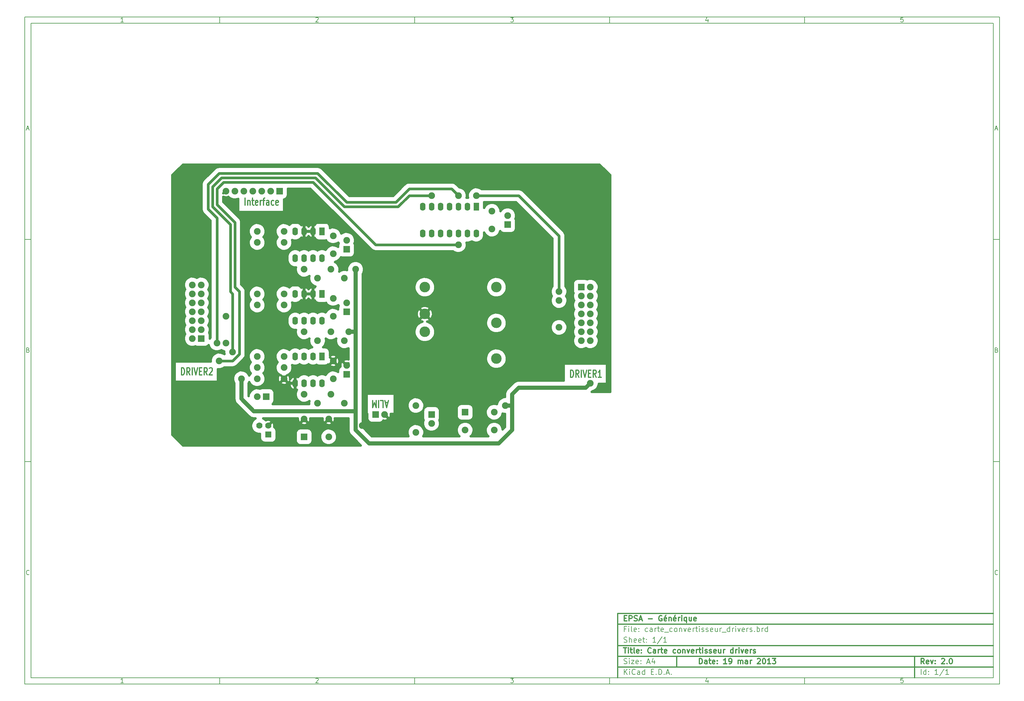
<source format=gtl>
G04 (created by PCBNEW-RS274X (2012-01-19 BZR 3256)-stable) date 19/03/2013 15:27:12*
G01*
G70*
G90*
%MOIN*%
G04 Gerber Fmt 3.4, Leading zero omitted, Abs format*
%FSLAX34Y34*%
G04 APERTURE LIST*
%ADD10C,0.006000*%
%ADD11C,0.012000*%
%ADD12R,0.062000X0.090000*%
%ADD13O,0.062000X0.090000*%
%ADD14C,0.075000*%
%ADD15R,0.075000X0.075000*%
%ADD16R,0.070000X0.070000*%
%ADD17C,0.070000*%
%ADD18C,0.118100*%
%ADD19C,0.030000*%
%ADD20C,0.045000*%
%ADD21C,0.025000*%
G04 APERTURE END LIST*
G54D10*
X04000Y-04000D02*
X113000Y-04000D01*
X113000Y-78670D01*
X04000Y-78670D01*
X04000Y-04000D01*
X04700Y-04700D02*
X112300Y-04700D01*
X112300Y-77970D01*
X04700Y-77970D01*
X04700Y-04700D01*
X25800Y-04000D02*
X25800Y-04700D01*
X15043Y-04552D02*
X14757Y-04552D01*
X14900Y-04552D02*
X14900Y-04052D01*
X14852Y-04124D01*
X14805Y-04171D01*
X14757Y-04195D01*
X25800Y-78670D02*
X25800Y-77970D01*
X15043Y-78522D02*
X14757Y-78522D01*
X14900Y-78522D02*
X14900Y-78022D01*
X14852Y-78094D01*
X14805Y-78141D01*
X14757Y-78165D01*
X47600Y-04000D02*
X47600Y-04700D01*
X36557Y-04100D02*
X36581Y-04076D01*
X36629Y-04052D01*
X36748Y-04052D01*
X36795Y-04076D01*
X36819Y-04100D01*
X36843Y-04148D01*
X36843Y-04195D01*
X36819Y-04267D01*
X36533Y-04552D01*
X36843Y-04552D01*
X47600Y-78670D02*
X47600Y-77970D01*
X36557Y-78070D02*
X36581Y-78046D01*
X36629Y-78022D01*
X36748Y-78022D01*
X36795Y-78046D01*
X36819Y-78070D01*
X36843Y-78118D01*
X36843Y-78165D01*
X36819Y-78237D01*
X36533Y-78522D01*
X36843Y-78522D01*
X69400Y-04000D02*
X69400Y-04700D01*
X58333Y-04052D02*
X58643Y-04052D01*
X58476Y-04243D01*
X58548Y-04243D01*
X58595Y-04267D01*
X58619Y-04290D01*
X58643Y-04338D01*
X58643Y-04457D01*
X58619Y-04505D01*
X58595Y-04529D01*
X58548Y-04552D01*
X58405Y-04552D01*
X58357Y-04529D01*
X58333Y-04505D01*
X69400Y-78670D02*
X69400Y-77970D01*
X58333Y-78022D02*
X58643Y-78022D01*
X58476Y-78213D01*
X58548Y-78213D01*
X58595Y-78237D01*
X58619Y-78260D01*
X58643Y-78308D01*
X58643Y-78427D01*
X58619Y-78475D01*
X58595Y-78499D01*
X58548Y-78522D01*
X58405Y-78522D01*
X58357Y-78499D01*
X58333Y-78475D01*
X91200Y-04000D02*
X91200Y-04700D01*
X80395Y-04219D02*
X80395Y-04552D01*
X80276Y-04029D02*
X80157Y-04386D01*
X80467Y-04386D01*
X91200Y-78670D02*
X91200Y-77970D01*
X80395Y-78189D02*
X80395Y-78522D01*
X80276Y-77999D02*
X80157Y-78356D01*
X80467Y-78356D01*
X102219Y-04052D02*
X101981Y-04052D01*
X101957Y-04290D01*
X101981Y-04267D01*
X102029Y-04243D01*
X102148Y-04243D01*
X102195Y-04267D01*
X102219Y-04290D01*
X102243Y-04338D01*
X102243Y-04457D01*
X102219Y-04505D01*
X102195Y-04529D01*
X102148Y-04552D01*
X102029Y-04552D01*
X101981Y-04529D01*
X101957Y-04505D01*
X102219Y-78022D02*
X101981Y-78022D01*
X101957Y-78260D01*
X101981Y-78237D01*
X102029Y-78213D01*
X102148Y-78213D01*
X102195Y-78237D01*
X102219Y-78260D01*
X102243Y-78308D01*
X102243Y-78427D01*
X102219Y-78475D01*
X102195Y-78499D01*
X102148Y-78522D01*
X102029Y-78522D01*
X101981Y-78499D01*
X101957Y-78475D01*
X04000Y-28890D02*
X04700Y-28890D01*
X04231Y-16510D02*
X04469Y-16510D01*
X04184Y-16652D02*
X04350Y-16152D01*
X04517Y-16652D01*
X113000Y-28890D02*
X112300Y-28890D01*
X112531Y-16510D02*
X112769Y-16510D01*
X112484Y-16652D02*
X112650Y-16152D01*
X112817Y-16652D01*
X04000Y-53780D02*
X04700Y-53780D01*
X04386Y-41280D02*
X04457Y-41304D01*
X04481Y-41328D01*
X04505Y-41376D01*
X04505Y-41447D01*
X04481Y-41495D01*
X04457Y-41519D01*
X04410Y-41542D01*
X04219Y-41542D01*
X04219Y-41042D01*
X04386Y-41042D01*
X04433Y-41066D01*
X04457Y-41090D01*
X04481Y-41138D01*
X04481Y-41185D01*
X04457Y-41233D01*
X04433Y-41257D01*
X04386Y-41280D01*
X04219Y-41280D01*
X113000Y-53780D02*
X112300Y-53780D01*
X112686Y-41280D02*
X112757Y-41304D01*
X112781Y-41328D01*
X112805Y-41376D01*
X112805Y-41447D01*
X112781Y-41495D01*
X112757Y-41519D01*
X112710Y-41542D01*
X112519Y-41542D01*
X112519Y-41042D01*
X112686Y-41042D01*
X112733Y-41066D01*
X112757Y-41090D01*
X112781Y-41138D01*
X112781Y-41185D01*
X112757Y-41233D01*
X112733Y-41257D01*
X112686Y-41280D01*
X112519Y-41280D01*
X04505Y-66385D02*
X04481Y-66409D01*
X04410Y-66432D01*
X04362Y-66432D01*
X04290Y-66409D01*
X04243Y-66361D01*
X04219Y-66313D01*
X04195Y-66218D01*
X04195Y-66147D01*
X04219Y-66051D01*
X04243Y-66004D01*
X04290Y-65956D01*
X04362Y-65932D01*
X04410Y-65932D01*
X04481Y-65956D01*
X04505Y-65980D01*
X112805Y-66385D02*
X112781Y-66409D01*
X112710Y-66432D01*
X112662Y-66432D01*
X112590Y-66409D01*
X112543Y-66361D01*
X112519Y-66313D01*
X112495Y-66218D01*
X112495Y-66147D01*
X112519Y-66051D01*
X112543Y-66004D01*
X112590Y-65956D01*
X112662Y-65932D01*
X112710Y-65932D01*
X112781Y-65956D01*
X112805Y-65980D01*
G54D11*
X79443Y-76413D02*
X79443Y-75813D01*
X79586Y-75813D01*
X79671Y-75841D01*
X79729Y-75899D01*
X79757Y-75956D01*
X79786Y-76070D01*
X79786Y-76156D01*
X79757Y-76270D01*
X79729Y-76327D01*
X79671Y-76384D01*
X79586Y-76413D01*
X79443Y-76413D01*
X80300Y-76413D02*
X80300Y-76099D01*
X80271Y-76041D01*
X80214Y-76013D01*
X80100Y-76013D01*
X80043Y-76041D01*
X80300Y-76384D02*
X80243Y-76413D01*
X80100Y-76413D01*
X80043Y-76384D01*
X80014Y-76327D01*
X80014Y-76270D01*
X80043Y-76213D01*
X80100Y-76184D01*
X80243Y-76184D01*
X80300Y-76156D01*
X80500Y-76013D02*
X80729Y-76013D01*
X80586Y-75813D02*
X80586Y-76327D01*
X80614Y-76384D01*
X80672Y-76413D01*
X80729Y-76413D01*
X81157Y-76384D02*
X81100Y-76413D01*
X80986Y-76413D01*
X80929Y-76384D01*
X80900Y-76327D01*
X80900Y-76099D01*
X80929Y-76041D01*
X80986Y-76013D01*
X81100Y-76013D01*
X81157Y-76041D01*
X81186Y-76099D01*
X81186Y-76156D01*
X80900Y-76213D01*
X81443Y-76356D02*
X81471Y-76384D01*
X81443Y-76413D01*
X81414Y-76384D01*
X81443Y-76356D01*
X81443Y-76413D01*
X81443Y-76041D02*
X81471Y-76070D01*
X81443Y-76099D01*
X81414Y-76070D01*
X81443Y-76041D01*
X81443Y-76099D01*
X82500Y-76413D02*
X82157Y-76413D01*
X82329Y-76413D02*
X82329Y-75813D01*
X82272Y-75899D01*
X82214Y-75956D01*
X82157Y-75984D01*
X82785Y-76413D02*
X82900Y-76413D01*
X82957Y-76384D01*
X82985Y-76356D01*
X83043Y-76270D01*
X83071Y-76156D01*
X83071Y-75927D01*
X83043Y-75870D01*
X83014Y-75841D01*
X82957Y-75813D01*
X82843Y-75813D01*
X82785Y-75841D01*
X82757Y-75870D01*
X82728Y-75927D01*
X82728Y-76070D01*
X82757Y-76127D01*
X82785Y-76156D01*
X82843Y-76184D01*
X82957Y-76184D01*
X83014Y-76156D01*
X83043Y-76127D01*
X83071Y-76070D01*
X83785Y-76413D02*
X83785Y-76013D01*
X83785Y-76070D02*
X83813Y-76041D01*
X83871Y-76013D01*
X83956Y-76013D01*
X84013Y-76041D01*
X84042Y-76099D01*
X84042Y-76413D01*
X84042Y-76099D02*
X84071Y-76041D01*
X84128Y-76013D01*
X84213Y-76013D01*
X84271Y-76041D01*
X84299Y-76099D01*
X84299Y-76413D01*
X84842Y-76413D02*
X84842Y-76099D01*
X84813Y-76041D01*
X84756Y-76013D01*
X84642Y-76013D01*
X84585Y-76041D01*
X84842Y-76384D02*
X84785Y-76413D01*
X84642Y-76413D01*
X84585Y-76384D01*
X84556Y-76327D01*
X84556Y-76270D01*
X84585Y-76213D01*
X84642Y-76184D01*
X84785Y-76184D01*
X84842Y-76156D01*
X85128Y-76413D02*
X85128Y-76013D01*
X85128Y-76127D02*
X85156Y-76070D01*
X85185Y-76041D01*
X85242Y-76013D01*
X85299Y-76013D01*
X85927Y-75870D02*
X85956Y-75841D01*
X86013Y-75813D01*
X86156Y-75813D01*
X86213Y-75841D01*
X86242Y-75870D01*
X86270Y-75927D01*
X86270Y-75984D01*
X86242Y-76070D01*
X85899Y-76413D01*
X86270Y-76413D01*
X86641Y-75813D02*
X86698Y-75813D01*
X86755Y-75841D01*
X86784Y-75870D01*
X86813Y-75927D01*
X86841Y-76041D01*
X86841Y-76184D01*
X86813Y-76299D01*
X86784Y-76356D01*
X86755Y-76384D01*
X86698Y-76413D01*
X86641Y-76413D01*
X86584Y-76384D01*
X86555Y-76356D01*
X86527Y-76299D01*
X86498Y-76184D01*
X86498Y-76041D01*
X86527Y-75927D01*
X86555Y-75870D01*
X86584Y-75841D01*
X86641Y-75813D01*
X87412Y-76413D02*
X87069Y-76413D01*
X87241Y-76413D02*
X87241Y-75813D01*
X87184Y-75899D01*
X87126Y-75956D01*
X87069Y-75984D01*
X87612Y-75813D02*
X87983Y-75813D01*
X87783Y-76041D01*
X87869Y-76041D01*
X87926Y-76070D01*
X87955Y-76099D01*
X87983Y-76156D01*
X87983Y-76299D01*
X87955Y-76356D01*
X87926Y-76384D01*
X87869Y-76413D01*
X87697Y-76413D01*
X87640Y-76384D01*
X87612Y-76356D01*
G54D10*
X71043Y-77613D02*
X71043Y-77013D01*
X71386Y-77613D02*
X71129Y-77270D01*
X71386Y-77013D02*
X71043Y-77356D01*
X71643Y-77613D02*
X71643Y-77213D01*
X71643Y-77013D02*
X71614Y-77041D01*
X71643Y-77070D01*
X71671Y-77041D01*
X71643Y-77013D01*
X71643Y-77070D01*
X72272Y-77556D02*
X72243Y-77584D01*
X72157Y-77613D01*
X72100Y-77613D01*
X72015Y-77584D01*
X71957Y-77527D01*
X71929Y-77470D01*
X71900Y-77356D01*
X71900Y-77270D01*
X71929Y-77156D01*
X71957Y-77099D01*
X72015Y-77041D01*
X72100Y-77013D01*
X72157Y-77013D01*
X72243Y-77041D01*
X72272Y-77070D01*
X72786Y-77613D02*
X72786Y-77299D01*
X72757Y-77241D01*
X72700Y-77213D01*
X72586Y-77213D01*
X72529Y-77241D01*
X72786Y-77584D02*
X72729Y-77613D01*
X72586Y-77613D01*
X72529Y-77584D01*
X72500Y-77527D01*
X72500Y-77470D01*
X72529Y-77413D01*
X72586Y-77384D01*
X72729Y-77384D01*
X72786Y-77356D01*
X73329Y-77613D02*
X73329Y-77013D01*
X73329Y-77584D02*
X73272Y-77613D01*
X73158Y-77613D01*
X73100Y-77584D01*
X73072Y-77556D01*
X73043Y-77499D01*
X73043Y-77327D01*
X73072Y-77270D01*
X73100Y-77241D01*
X73158Y-77213D01*
X73272Y-77213D01*
X73329Y-77241D01*
X74072Y-77299D02*
X74272Y-77299D01*
X74358Y-77613D02*
X74072Y-77613D01*
X74072Y-77013D01*
X74358Y-77013D01*
X74615Y-77556D02*
X74643Y-77584D01*
X74615Y-77613D01*
X74586Y-77584D01*
X74615Y-77556D01*
X74615Y-77613D01*
X74901Y-77613D02*
X74901Y-77013D01*
X75044Y-77013D01*
X75129Y-77041D01*
X75187Y-77099D01*
X75215Y-77156D01*
X75244Y-77270D01*
X75244Y-77356D01*
X75215Y-77470D01*
X75187Y-77527D01*
X75129Y-77584D01*
X75044Y-77613D01*
X74901Y-77613D01*
X75501Y-77556D02*
X75529Y-77584D01*
X75501Y-77613D01*
X75472Y-77584D01*
X75501Y-77556D01*
X75501Y-77613D01*
X75758Y-77441D02*
X76044Y-77441D01*
X75701Y-77613D02*
X75901Y-77013D01*
X76101Y-77613D01*
X76301Y-77556D02*
X76329Y-77584D01*
X76301Y-77613D01*
X76272Y-77584D01*
X76301Y-77556D01*
X76301Y-77613D01*
G54D11*
X104586Y-76413D02*
X104386Y-76127D01*
X104243Y-76413D02*
X104243Y-75813D01*
X104471Y-75813D01*
X104529Y-75841D01*
X104557Y-75870D01*
X104586Y-75927D01*
X104586Y-76013D01*
X104557Y-76070D01*
X104529Y-76099D01*
X104471Y-76127D01*
X104243Y-76127D01*
X105071Y-76384D02*
X105014Y-76413D01*
X104900Y-76413D01*
X104843Y-76384D01*
X104814Y-76327D01*
X104814Y-76099D01*
X104843Y-76041D01*
X104900Y-76013D01*
X105014Y-76013D01*
X105071Y-76041D01*
X105100Y-76099D01*
X105100Y-76156D01*
X104814Y-76213D01*
X105300Y-76013D02*
X105443Y-76413D01*
X105585Y-76013D01*
X105814Y-76356D02*
X105842Y-76384D01*
X105814Y-76413D01*
X105785Y-76384D01*
X105814Y-76356D01*
X105814Y-76413D01*
X105814Y-76041D02*
X105842Y-76070D01*
X105814Y-76099D01*
X105785Y-76070D01*
X105814Y-76041D01*
X105814Y-76099D01*
X106528Y-75870D02*
X106557Y-75841D01*
X106614Y-75813D01*
X106757Y-75813D01*
X106814Y-75841D01*
X106843Y-75870D01*
X106871Y-75927D01*
X106871Y-75984D01*
X106843Y-76070D01*
X106500Y-76413D01*
X106871Y-76413D01*
X107128Y-76356D02*
X107156Y-76384D01*
X107128Y-76413D01*
X107099Y-76384D01*
X107128Y-76356D01*
X107128Y-76413D01*
X107528Y-75813D02*
X107585Y-75813D01*
X107642Y-75841D01*
X107671Y-75870D01*
X107700Y-75927D01*
X107728Y-76041D01*
X107728Y-76184D01*
X107700Y-76299D01*
X107671Y-76356D01*
X107642Y-76384D01*
X107585Y-76413D01*
X107528Y-76413D01*
X107471Y-76384D01*
X107442Y-76356D01*
X107414Y-76299D01*
X107385Y-76184D01*
X107385Y-76041D01*
X107414Y-75927D01*
X107442Y-75870D01*
X107471Y-75841D01*
X107528Y-75813D01*
G54D10*
X71014Y-76384D02*
X71100Y-76413D01*
X71243Y-76413D01*
X71300Y-76384D01*
X71329Y-76356D01*
X71357Y-76299D01*
X71357Y-76241D01*
X71329Y-76184D01*
X71300Y-76156D01*
X71243Y-76127D01*
X71129Y-76099D01*
X71071Y-76070D01*
X71043Y-76041D01*
X71014Y-75984D01*
X71014Y-75927D01*
X71043Y-75870D01*
X71071Y-75841D01*
X71129Y-75813D01*
X71271Y-75813D01*
X71357Y-75841D01*
X71614Y-76413D02*
X71614Y-76013D01*
X71614Y-75813D02*
X71585Y-75841D01*
X71614Y-75870D01*
X71642Y-75841D01*
X71614Y-75813D01*
X71614Y-75870D01*
X71843Y-76013D02*
X72157Y-76013D01*
X71843Y-76413D01*
X72157Y-76413D01*
X72614Y-76384D02*
X72557Y-76413D01*
X72443Y-76413D01*
X72386Y-76384D01*
X72357Y-76327D01*
X72357Y-76099D01*
X72386Y-76041D01*
X72443Y-76013D01*
X72557Y-76013D01*
X72614Y-76041D01*
X72643Y-76099D01*
X72643Y-76156D01*
X72357Y-76213D01*
X72900Y-76356D02*
X72928Y-76384D01*
X72900Y-76413D01*
X72871Y-76384D01*
X72900Y-76356D01*
X72900Y-76413D01*
X72900Y-76041D02*
X72928Y-76070D01*
X72900Y-76099D01*
X72871Y-76070D01*
X72900Y-76041D01*
X72900Y-76099D01*
X73614Y-76241D02*
X73900Y-76241D01*
X73557Y-76413D02*
X73757Y-75813D01*
X73957Y-76413D01*
X74414Y-76013D02*
X74414Y-76413D01*
X74271Y-75784D02*
X74128Y-76213D01*
X74500Y-76213D01*
X104243Y-77613D02*
X104243Y-77013D01*
X104786Y-77613D02*
X104786Y-77013D01*
X104786Y-77584D02*
X104729Y-77613D01*
X104615Y-77613D01*
X104557Y-77584D01*
X104529Y-77556D01*
X104500Y-77499D01*
X104500Y-77327D01*
X104529Y-77270D01*
X104557Y-77241D01*
X104615Y-77213D01*
X104729Y-77213D01*
X104786Y-77241D01*
X105072Y-77556D02*
X105100Y-77584D01*
X105072Y-77613D01*
X105043Y-77584D01*
X105072Y-77556D01*
X105072Y-77613D01*
X105072Y-77241D02*
X105100Y-77270D01*
X105072Y-77299D01*
X105043Y-77270D01*
X105072Y-77241D01*
X105072Y-77299D01*
X106129Y-77613D02*
X105786Y-77613D01*
X105958Y-77613D02*
X105958Y-77013D01*
X105901Y-77099D01*
X105843Y-77156D01*
X105786Y-77184D01*
X106814Y-76984D02*
X106300Y-77756D01*
X107329Y-77613D02*
X106986Y-77613D01*
X107158Y-77613D02*
X107158Y-77013D01*
X107101Y-77099D01*
X107043Y-77156D01*
X106986Y-77184D01*
G54D11*
X70957Y-74613D02*
X71300Y-74613D01*
X71129Y-75213D02*
X71129Y-74613D01*
X71500Y-75213D02*
X71500Y-74813D01*
X71500Y-74613D02*
X71471Y-74641D01*
X71500Y-74670D01*
X71528Y-74641D01*
X71500Y-74613D01*
X71500Y-74670D01*
X71700Y-74813D02*
X71929Y-74813D01*
X71786Y-74613D02*
X71786Y-75127D01*
X71814Y-75184D01*
X71872Y-75213D01*
X71929Y-75213D01*
X72215Y-75213D02*
X72157Y-75184D01*
X72129Y-75127D01*
X72129Y-74613D01*
X72671Y-75184D02*
X72614Y-75213D01*
X72500Y-75213D01*
X72443Y-75184D01*
X72414Y-75127D01*
X72414Y-74899D01*
X72443Y-74841D01*
X72500Y-74813D01*
X72614Y-74813D01*
X72671Y-74841D01*
X72700Y-74899D01*
X72700Y-74956D01*
X72414Y-75013D01*
X72957Y-75156D02*
X72985Y-75184D01*
X72957Y-75213D01*
X72928Y-75184D01*
X72957Y-75156D01*
X72957Y-75213D01*
X72957Y-74841D02*
X72985Y-74870D01*
X72957Y-74899D01*
X72928Y-74870D01*
X72957Y-74841D01*
X72957Y-74899D01*
X74043Y-75156D02*
X74014Y-75184D01*
X73928Y-75213D01*
X73871Y-75213D01*
X73786Y-75184D01*
X73728Y-75127D01*
X73700Y-75070D01*
X73671Y-74956D01*
X73671Y-74870D01*
X73700Y-74756D01*
X73728Y-74699D01*
X73786Y-74641D01*
X73871Y-74613D01*
X73928Y-74613D01*
X74014Y-74641D01*
X74043Y-74670D01*
X74557Y-75213D02*
X74557Y-74899D01*
X74528Y-74841D01*
X74471Y-74813D01*
X74357Y-74813D01*
X74300Y-74841D01*
X74557Y-75184D02*
X74500Y-75213D01*
X74357Y-75213D01*
X74300Y-75184D01*
X74271Y-75127D01*
X74271Y-75070D01*
X74300Y-75013D01*
X74357Y-74984D01*
X74500Y-74984D01*
X74557Y-74956D01*
X74843Y-75213D02*
X74843Y-74813D01*
X74843Y-74927D02*
X74871Y-74870D01*
X74900Y-74841D01*
X74957Y-74813D01*
X75014Y-74813D01*
X75128Y-74813D02*
X75357Y-74813D01*
X75214Y-74613D02*
X75214Y-75127D01*
X75242Y-75184D01*
X75300Y-75213D01*
X75357Y-75213D01*
X75785Y-75184D02*
X75728Y-75213D01*
X75614Y-75213D01*
X75557Y-75184D01*
X75528Y-75127D01*
X75528Y-74899D01*
X75557Y-74841D01*
X75614Y-74813D01*
X75728Y-74813D01*
X75785Y-74841D01*
X75814Y-74899D01*
X75814Y-74956D01*
X75528Y-75013D01*
X76785Y-75184D02*
X76728Y-75213D01*
X76614Y-75213D01*
X76556Y-75184D01*
X76528Y-75156D01*
X76499Y-75099D01*
X76499Y-74927D01*
X76528Y-74870D01*
X76556Y-74841D01*
X76614Y-74813D01*
X76728Y-74813D01*
X76785Y-74841D01*
X77128Y-75213D02*
X77070Y-75184D01*
X77042Y-75156D01*
X77013Y-75099D01*
X77013Y-74927D01*
X77042Y-74870D01*
X77070Y-74841D01*
X77128Y-74813D01*
X77213Y-74813D01*
X77270Y-74841D01*
X77299Y-74870D01*
X77328Y-74927D01*
X77328Y-75099D01*
X77299Y-75156D01*
X77270Y-75184D01*
X77213Y-75213D01*
X77128Y-75213D01*
X77585Y-74813D02*
X77585Y-75213D01*
X77585Y-74870D02*
X77613Y-74841D01*
X77671Y-74813D01*
X77756Y-74813D01*
X77813Y-74841D01*
X77842Y-74899D01*
X77842Y-75213D01*
X78071Y-74813D02*
X78214Y-75213D01*
X78356Y-74813D01*
X78813Y-75184D02*
X78756Y-75213D01*
X78642Y-75213D01*
X78585Y-75184D01*
X78556Y-75127D01*
X78556Y-74899D01*
X78585Y-74841D01*
X78642Y-74813D01*
X78756Y-74813D01*
X78813Y-74841D01*
X78842Y-74899D01*
X78842Y-74956D01*
X78556Y-75013D01*
X79099Y-75213D02*
X79099Y-74813D01*
X79099Y-74927D02*
X79127Y-74870D01*
X79156Y-74841D01*
X79213Y-74813D01*
X79270Y-74813D01*
X79384Y-74813D02*
X79613Y-74813D01*
X79470Y-74613D02*
X79470Y-75127D01*
X79498Y-75184D01*
X79556Y-75213D01*
X79613Y-75213D01*
X79813Y-75213D02*
X79813Y-74813D01*
X79813Y-74613D02*
X79784Y-74641D01*
X79813Y-74670D01*
X79841Y-74641D01*
X79813Y-74613D01*
X79813Y-74670D01*
X80070Y-75184D02*
X80127Y-75213D01*
X80242Y-75213D01*
X80299Y-75184D01*
X80327Y-75127D01*
X80327Y-75099D01*
X80299Y-75041D01*
X80242Y-75013D01*
X80156Y-75013D01*
X80099Y-74984D01*
X80070Y-74927D01*
X80070Y-74899D01*
X80099Y-74841D01*
X80156Y-74813D01*
X80242Y-74813D01*
X80299Y-74841D01*
X80556Y-75184D02*
X80613Y-75213D01*
X80728Y-75213D01*
X80785Y-75184D01*
X80813Y-75127D01*
X80813Y-75099D01*
X80785Y-75041D01*
X80728Y-75013D01*
X80642Y-75013D01*
X80585Y-74984D01*
X80556Y-74927D01*
X80556Y-74899D01*
X80585Y-74841D01*
X80642Y-74813D01*
X80728Y-74813D01*
X80785Y-74841D01*
X81299Y-75184D02*
X81242Y-75213D01*
X81128Y-75213D01*
X81071Y-75184D01*
X81042Y-75127D01*
X81042Y-74899D01*
X81071Y-74841D01*
X81128Y-74813D01*
X81242Y-74813D01*
X81299Y-74841D01*
X81328Y-74899D01*
X81328Y-74956D01*
X81042Y-75013D01*
X81842Y-74813D02*
X81842Y-75213D01*
X81585Y-74813D02*
X81585Y-75127D01*
X81613Y-75184D01*
X81671Y-75213D01*
X81756Y-75213D01*
X81813Y-75184D01*
X81842Y-75156D01*
X82128Y-75213D02*
X82128Y-74813D01*
X82128Y-74927D02*
X82156Y-74870D01*
X82185Y-74841D01*
X82242Y-74813D01*
X82299Y-74813D01*
X83213Y-75213D02*
X83213Y-74613D01*
X83213Y-75184D02*
X83156Y-75213D01*
X83042Y-75213D01*
X82984Y-75184D01*
X82956Y-75156D01*
X82927Y-75099D01*
X82927Y-74927D01*
X82956Y-74870D01*
X82984Y-74841D01*
X83042Y-74813D01*
X83156Y-74813D01*
X83213Y-74841D01*
X83499Y-75213D02*
X83499Y-74813D01*
X83499Y-74927D02*
X83527Y-74870D01*
X83556Y-74841D01*
X83613Y-74813D01*
X83670Y-74813D01*
X83870Y-75213D02*
X83870Y-74813D01*
X83870Y-74613D02*
X83841Y-74641D01*
X83870Y-74670D01*
X83898Y-74641D01*
X83870Y-74613D01*
X83870Y-74670D01*
X84099Y-74813D02*
X84242Y-75213D01*
X84384Y-74813D01*
X84841Y-75184D02*
X84784Y-75213D01*
X84670Y-75213D01*
X84613Y-75184D01*
X84584Y-75127D01*
X84584Y-74899D01*
X84613Y-74841D01*
X84670Y-74813D01*
X84784Y-74813D01*
X84841Y-74841D01*
X84870Y-74899D01*
X84870Y-74956D01*
X84584Y-75013D01*
X85127Y-75213D02*
X85127Y-74813D01*
X85127Y-74927D02*
X85155Y-74870D01*
X85184Y-74841D01*
X85241Y-74813D01*
X85298Y-74813D01*
X85469Y-75184D02*
X85526Y-75213D01*
X85641Y-75213D01*
X85698Y-75184D01*
X85726Y-75127D01*
X85726Y-75099D01*
X85698Y-75041D01*
X85641Y-75013D01*
X85555Y-75013D01*
X85498Y-74984D01*
X85469Y-74927D01*
X85469Y-74899D01*
X85498Y-74841D01*
X85555Y-74813D01*
X85641Y-74813D01*
X85698Y-74841D01*
G54D10*
X71243Y-72499D02*
X71043Y-72499D01*
X71043Y-72813D02*
X71043Y-72213D01*
X71329Y-72213D01*
X71557Y-72813D02*
X71557Y-72413D01*
X71557Y-72213D02*
X71528Y-72241D01*
X71557Y-72270D01*
X71585Y-72241D01*
X71557Y-72213D01*
X71557Y-72270D01*
X71929Y-72813D02*
X71871Y-72784D01*
X71843Y-72727D01*
X71843Y-72213D01*
X72385Y-72784D02*
X72328Y-72813D01*
X72214Y-72813D01*
X72157Y-72784D01*
X72128Y-72727D01*
X72128Y-72499D01*
X72157Y-72441D01*
X72214Y-72413D01*
X72328Y-72413D01*
X72385Y-72441D01*
X72414Y-72499D01*
X72414Y-72556D01*
X72128Y-72613D01*
X72671Y-72756D02*
X72699Y-72784D01*
X72671Y-72813D01*
X72642Y-72784D01*
X72671Y-72756D01*
X72671Y-72813D01*
X72671Y-72441D02*
X72699Y-72470D01*
X72671Y-72499D01*
X72642Y-72470D01*
X72671Y-72441D01*
X72671Y-72499D01*
X73671Y-72784D02*
X73614Y-72813D01*
X73500Y-72813D01*
X73442Y-72784D01*
X73414Y-72756D01*
X73385Y-72699D01*
X73385Y-72527D01*
X73414Y-72470D01*
X73442Y-72441D01*
X73500Y-72413D01*
X73614Y-72413D01*
X73671Y-72441D01*
X74185Y-72813D02*
X74185Y-72499D01*
X74156Y-72441D01*
X74099Y-72413D01*
X73985Y-72413D01*
X73928Y-72441D01*
X74185Y-72784D02*
X74128Y-72813D01*
X73985Y-72813D01*
X73928Y-72784D01*
X73899Y-72727D01*
X73899Y-72670D01*
X73928Y-72613D01*
X73985Y-72584D01*
X74128Y-72584D01*
X74185Y-72556D01*
X74471Y-72813D02*
X74471Y-72413D01*
X74471Y-72527D02*
X74499Y-72470D01*
X74528Y-72441D01*
X74585Y-72413D01*
X74642Y-72413D01*
X74756Y-72413D02*
X74985Y-72413D01*
X74842Y-72213D02*
X74842Y-72727D01*
X74870Y-72784D01*
X74928Y-72813D01*
X74985Y-72813D01*
X75413Y-72784D02*
X75356Y-72813D01*
X75242Y-72813D01*
X75185Y-72784D01*
X75156Y-72727D01*
X75156Y-72499D01*
X75185Y-72441D01*
X75242Y-72413D01*
X75356Y-72413D01*
X75413Y-72441D01*
X75442Y-72499D01*
X75442Y-72556D01*
X75156Y-72613D01*
X75556Y-72870D02*
X76013Y-72870D01*
X76413Y-72784D02*
X76356Y-72813D01*
X76242Y-72813D01*
X76184Y-72784D01*
X76156Y-72756D01*
X76127Y-72699D01*
X76127Y-72527D01*
X76156Y-72470D01*
X76184Y-72441D01*
X76242Y-72413D01*
X76356Y-72413D01*
X76413Y-72441D01*
X76756Y-72813D02*
X76698Y-72784D01*
X76670Y-72756D01*
X76641Y-72699D01*
X76641Y-72527D01*
X76670Y-72470D01*
X76698Y-72441D01*
X76756Y-72413D01*
X76841Y-72413D01*
X76898Y-72441D01*
X76927Y-72470D01*
X76956Y-72527D01*
X76956Y-72699D01*
X76927Y-72756D01*
X76898Y-72784D01*
X76841Y-72813D01*
X76756Y-72813D01*
X77213Y-72413D02*
X77213Y-72813D01*
X77213Y-72470D02*
X77241Y-72441D01*
X77299Y-72413D01*
X77384Y-72413D01*
X77441Y-72441D01*
X77470Y-72499D01*
X77470Y-72813D01*
X77699Y-72413D02*
X77842Y-72813D01*
X77984Y-72413D01*
X78441Y-72784D02*
X78384Y-72813D01*
X78270Y-72813D01*
X78213Y-72784D01*
X78184Y-72727D01*
X78184Y-72499D01*
X78213Y-72441D01*
X78270Y-72413D01*
X78384Y-72413D01*
X78441Y-72441D01*
X78470Y-72499D01*
X78470Y-72556D01*
X78184Y-72613D01*
X78727Y-72813D02*
X78727Y-72413D01*
X78727Y-72527D02*
X78755Y-72470D01*
X78784Y-72441D01*
X78841Y-72413D01*
X78898Y-72413D01*
X79012Y-72413D02*
X79241Y-72413D01*
X79098Y-72213D02*
X79098Y-72727D01*
X79126Y-72784D01*
X79184Y-72813D01*
X79241Y-72813D01*
X79441Y-72813D02*
X79441Y-72413D01*
X79441Y-72213D02*
X79412Y-72241D01*
X79441Y-72270D01*
X79469Y-72241D01*
X79441Y-72213D01*
X79441Y-72270D01*
X79698Y-72784D02*
X79755Y-72813D01*
X79870Y-72813D01*
X79927Y-72784D01*
X79955Y-72727D01*
X79955Y-72699D01*
X79927Y-72641D01*
X79870Y-72613D01*
X79784Y-72613D01*
X79727Y-72584D01*
X79698Y-72527D01*
X79698Y-72499D01*
X79727Y-72441D01*
X79784Y-72413D01*
X79870Y-72413D01*
X79927Y-72441D01*
X80184Y-72784D02*
X80241Y-72813D01*
X80356Y-72813D01*
X80413Y-72784D01*
X80441Y-72727D01*
X80441Y-72699D01*
X80413Y-72641D01*
X80356Y-72613D01*
X80270Y-72613D01*
X80213Y-72584D01*
X80184Y-72527D01*
X80184Y-72499D01*
X80213Y-72441D01*
X80270Y-72413D01*
X80356Y-72413D01*
X80413Y-72441D01*
X80927Y-72784D02*
X80870Y-72813D01*
X80756Y-72813D01*
X80699Y-72784D01*
X80670Y-72727D01*
X80670Y-72499D01*
X80699Y-72441D01*
X80756Y-72413D01*
X80870Y-72413D01*
X80927Y-72441D01*
X80956Y-72499D01*
X80956Y-72556D01*
X80670Y-72613D01*
X81470Y-72413D02*
X81470Y-72813D01*
X81213Y-72413D02*
X81213Y-72727D01*
X81241Y-72784D01*
X81299Y-72813D01*
X81384Y-72813D01*
X81441Y-72784D01*
X81470Y-72756D01*
X81756Y-72813D02*
X81756Y-72413D01*
X81756Y-72527D02*
X81784Y-72470D01*
X81813Y-72441D01*
X81870Y-72413D01*
X81927Y-72413D01*
X81984Y-72870D02*
X82441Y-72870D01*
X82841Y-72813D02*
X82841Y-72213D01*
X82841Y-72784D02*
X82784Y-72813D01*
X82670Y-72813D01*
X82612Y-72784D01*
X82584Y-72756D01*
X82555Y-72699D01*
X82555Y-72527D01*
X82584Y-72470D01*
X82612Y-72441D01*
X82670Y-72413D01*
X82784Y-72413D01*
X82841Y-72441D01*
X83127Y-72813D02*
X83127Y-72413D01*
X83127Y-72527D02*
X83155Y-72470D01*
X83184Y-72441D01*
X83241Y-72413D01*
X83298Y-72413D01*
X83498Y-72813D02*
X83498Y-72413D01*
X83498Y-72213D02*
X83469Y-72241D01*
X83498Y-72270D01*
X83526Y-72241D01*
X83498Y-72213D01*
X83498Y-72270D01*
X83727Y-72413D02*
X83870Y-72813D01*
X84012Y-72413D01*
X84469Y-72784D02*
X84412Y-72813D01*
X84298Y-72813D01*
X84241Y-72784D01*
X84212Y-72727D01*
X84212Y-72499D01*
X84241Y-72441D01*
X84298Y-72413D01*
X84412Y-72413D01*
X84469Y-72441D01*
X84498Y-72499D01*
X84498Y-72556D01*
X84212Y-72613D01*
X84755Y-72813D02*
X84755Y-72413D01*
X84755Y-72527D02*
X84783Y-72470D01*
X84812Y-72441D01*
X84869Y-72413D01*
X84926Y-72413D01*
X85097Y-72784D02*
X85154Y-72813D01*
X85269Y-72813D01*
X85326Y-72784D01*
X85354Y-72727D01*
X85354Y-72699D01*
X85326Y-72641D01*
X85269Y-72613D01*
X85183Y-72613D01*
X85126Y-72584D01*
X85097Y-72527D01*
X85097Y-72499D01*
X85126Y-72441D01*
X85183Y-72413D01*
X85269Y-72413D01*
X85326Y-72441D01*
X85612Y-72756D02*
X85640Y-72784D01*
X85612Y-72813D01*
X85583Y-72784D01*
X85612Y-72756D01*
X85612Y-72813D01*
X85898Y-72813D02*
X85898Y-72213D01*
X85898Y-72441D02*
X85955Y-72413D01*
X86069Y-72413D01*
X86126Y-72441D01*
X86155Y-72470D01*
X86184Y-72527D01*
X86184Y-72699D01*
X86155Y-72756D01*
X86126Y-72784D01*
X86069Y-72813D01*
X85955Y-72813D01*
X85898Y-72784D01*
X86441Y-72813D02*
X86441Y-72413D01*
X86441Y-72527D02*
X86469Y-72470D01*
X86498Y-72441D01*
X86555Y-72413D01*
X86612Y-72413D01*
X87069Y-72813D02*
X87069Y-72213D01*
X87069Y-72784D02*
X87012Y-72813D01*
X86898Y-72813D01*
X86840Y-72784D01*
X86812Y-72756D01*
X86783Y-72699D01*
X86783Y-72527D01*
X86812Y-72470D01*
X86840Y-72441D01*
X86898Y-72413D01*
X87012Y-72413D01*
X87069Y-72441D01*
X71014Y-73984D02*
X71100Y-74013D01*
X71243Y-74013D01*
X71300Y-73984D01*
X71329Y-73956D01*
X71357Y-73899D01*
X71357Y-73841D01*
X71329Y-73784D01*
X71300Y-73756D01*
X71243Y-73727D01*
X71129Y-73699D01*
X71071Y-73670D01*
X71043Y-73641D01*
X71014Y-73584D01*
X71014Y-73527D01*
X71043Y-73470D01*
X71071Y-73441D01*
X71129Y-73413D01*
X71271Y-73413D01*
X71357Y-73441D01*
X71614Y-74013D02*
X71614Y-73413D01*
X71871Y-74013D02*
X71871Y-73699D01*
X71842Y-73641D01*
X71785Y-73613D01*
X71700Y-73613D01*
X71642Y-73641D01*
X71614Y-73670D01*
X72385Y-73984D02*
X72328Y-74013D01*
X72214Y-74013D01*
X72157Y-73984D01*
X72128Y-73927D01*
X72128Y-73699D01*
X72157Y-73641D01*
X72214Y-73613D01*
X72328Y-73613D01*
X72385Y-73641D01*
X72414Y-73699D01*
X72414Y-73756D01*
X72128Y-73813D01*
X72899Y-73984D02*
X72842Y-74013D01*
X72728Y-74013D01*
X72671Y-73984D01*
X72642Y-73927D01*
X72642Y-73699D01*
X72671Y-73641D01*
X72728Y-73613D01*
X72842Y-73613D01*
X72899Y-73641D01*
X72928Y-73699D01*
X72928Y-73756D01*
X72642Y-73813D01*
X73099Y-73613D02*
X73328Y-73613D01*
X73185Y-73413D02*
X73185Y-73927D01*
X73213Y-73984D01*
X73271Y-74013D01*
X73328Y-74013D01*
X73528Y-73956D02*
X73556Y-73984D01*
X73528Y-74013D01*
X73499Y-73984D01*
X73528Y-73956D01*
X73528Y-74013D01*
X73528Y-73641D02*
X73556Y-73670D01*
X73528Y-73699D01*
X73499Y-73670D01*
X73528Y-73641D01*
X73528Y-73699D01*
X74585Y-74013D02*
X74242Y-74013D01*
X74414Y-74013D02*
X74414Y-73413D01*
X74357Y-73499D01*
X74299Y-73556D01*
X74242Y-73584D01*
X75270Y-73384D02*
X74756Y-74156D01*
X75785Y-74013D02*
X75442Y-74013D01*
X75614Y-74013D02*
X75614Y-73413D01*
X75557Y-73499D01*
X75499Y-73556D01*
X75442Y-73584D01*
G54D11*
X71043Y-71299D02*
X71243Y-71299D01*
X71329Y-71613D02*
X71043Y-71613D01*
X71043Y-71013D01*
X71329Y-71013D01*
X71586Y-71613D02*
X71586Y-71013D01*
X71814Y-71013D01*
X71872Y-71041D01*
X71900Y-71070D01*
X71929Y-71127D01*
X71929Y-71213D01*
X71900Y-71270D01*
X71872Y-71299D01*
X71814Y-71327D01*
X71586Y-71327D01*
X72157Y-71584D02*
X72243Y-71613D01*
X72386Y-71613D01*
X72443Y-71584D01*
X72472Y-71556D01*
X72500Y-71499D01*
X72500Y-71441D01*
X72472Y-71384D01*
X72443Y-71356D01*
X72386Y-71327D01*
X72272Y-71299D01*
X72214Y-71270D01*
X72186Y-71241D01*
X72157Y-71184D01*
X72157Y-71127D01*
X72186Y-71070D01*
X72214Y-71041D01*
X72272Y-71013D01*
X72414Y-71013D01*
X72500Y-71041D01*
X72728Y-71441D02*
X73014Y-71441D01*
X72671Y-71613D02*
X72871Y-71013D01*
X73071Y-71613D01*
X73728Y-71384D02*
X74185Y-71384D01*
X75242Y-71041D02*
X75185Y-71013D01*
X75099Y-71013D01*
X75014Y-71041D01*
X74956Y-71099D01*
X74928Y-71156D01*
X74899Y-71270D01*
X74899Y-71356D01*
X74928Y-71470D01*
X74956Y-71527D01*
X75014Y-71584D01*
X75099Y-71613D01*
X75156Y-71613D01*
X75242Y-71584D01*
X75271Y-71556D01*
X75271Y-71356D01*
X75156Y-71356D01*
X75756Y-71584D02*
X75699Y-71613D01*
X75585Y-71613D01*
X75528Y-71584D01*
X75499Y-71527D01*
X75499Y-71299D01*
X75528Y-71241D01*
X75585Y-71213D01*
X75699Y-71213D01*
X75756Y-71241D01*
X75785Y-71299D01*
X75785Y-71356D01*
X75499Y-71413D01*
X75699Y-70984D02*
X75614Y-71070D01*
X76042Y-71213D02*
X76042Y-71613D01*
X76042Y-71270D02*
X76070Y-71241D01*
X76128Y-71213D01*
X76213Y-71213D01*
X76270Y-71241D01*
X76299Y-71299D01*
X76299Y-71613D01*
X76813Y-71584D02*
X76756Y-71613D01*
X76642Y-71613D01*
X76585Y-71584D01*
X76556Y-71527D01*
X76556Y-71299D01*
X76585Y-71241D01*
X76642Y-71213D01*
X76756Y-71213D01*
X76813Y-71241D01*
X76842Y-71299D01*
X76842Y-71356D01*
X76556Y-71413D01*
X76756Y-70984D02*
X76671Y-71070D01*
X77099Y-71613D02*
X77099Y-71213D01*
X77099Y-71327D02*
X77127Y-71270D01*
X77156Y-71241D01*
X77213Y-71213D01*
X77270Y-71213D01*
X77470Y-71613D02*
X77470Y-71213D01*
X77470Y-71013D02*
X77441Y-71041D01*
X77470Y-71070D01*
X77498Y-71041D01*
X77470Y-71013D01*
X77470Y-71070D01*
X78013Y-71213D02*
X78013Y-71813D01*
X78013Y-71584D02*
X77956Y-71613D01*
X77842Y-71613D01*
X77784Y-71584D01*
X77756Y-71556D01*
X77727Y-71499D01*
X77727Y-71327D01*
X77756Y-71270D01*
X77784Y-71241D01*
X77842Y-71213D01*
X77956Y-71213D01*
X78013Y-71241D01*
X78556Y-71213D02*
X78556Y-71613D01*
X78299Y-71213D02*
X78299Y-71527D01*
X78327Y-71584D01*
X78385Y-71613D01*
X78470Y-71613D01*
X78527Y-71584D01*
X78556Y-71556D01*
X79070Y-71584D02*
X79013Y-71613D01*
X78899Y-71613D01*
X78842Y-71584D01*
X78813Y-71527D01*
X78813Y-71299D01*
X78842Y-71241D01*
X78899Y-71213D01*
X79013Y-71213D01*
X79070Y-71241D01*
X79099Y-71299D01*
X79099Y-71356D01*
X78813Y-71413D01*
X70300Y-70770D02*
X70300Y-77970D01*
X70300Y-71970D02*
X112300Y-71970D01*
X70300Y-70770D02*
X112300Y-70770D01*
X70300Y-74370D02*
X112300Y-74370D01*
X103500Y-75570D02*
X103500Y-77970D01*
X70300Y-76770D02*
X112300Y-76770D01*
X70300Y-75570D02*
X112300Y-75570D01*
X76900Y-75570D02*
X76900Y-76770D01*
X28658Y-25074D02*
X28658Y-24274D01*
X28944Y-24540D02*
X28944Y-25074D01*
X28944Y-24617D02*
X28972Y-24579D01*
X29030Y-24540D01*
X29115Y-24540D01*
X29172Y-24579D01*
X29201Y-24655D01*
X29201Y-25074D01*
X29401Y-24540D02*
X29630Y-24540D01*
X29487Y-24274D02*
X29487Y-24960D01*
X29515Y-25036D01*
X29573Y-25074D01*
X29630Y-25074D01*
X30058Y-25036D02*
X30001Y-25074D01*
X29887Y-25074D01*
X29830Y-25036D01*
X29801Y-24960D01*
X29801Y-24655D01*
X29830Y-24579D01*
X29887Y-24540D01*
X30001Y-24540D01*
X30058Y-24579D01*
X30087Y-24655D01*
X30087Y-24731D01*
X29801Y-24807D01*
X30344Y-25074D02*
X30344Y-24540D01*
X30344Y-24693D02*
X30372Y-24617D01*
X30401Y-24579D01*
X30458Y-24540D01*
X30515Y-24540D01*
X30629Y-24540D02*
X30858Y-24540D01*
X30715Y-25074D02*
X30715Y-24388D01*
X30743Y-24312D01*
X30801Y-24274D01*
X30858Y-24274D01*
X31315Y-25074D02*
X31315Y-24655D01*
X31286Y-24579D01*
X31229Y-24540D01*
X31115Y-24540D01*
X31058Y-24579D01*
X31315Y-25036D02*
X31258Y-25074D01*
X31115Y-25074D01*
X31058Y-25036D01*
X31029Y-24960D01*
X31029Y-24883D01*
X31058Y-24807D01*
X31115Y-24769D01*
X31258Y-24769D01*
X31315Y-24731D01*
X31858Y-25036D02*
X31801Y-25074D01*
X31687Y-25074D01*
X31629Y-25036D01*
X31601Y-24998D01*
X31572Y-24921D01*
X31572Y-24693D01*
X31601Y-24617D01*
X31629Y-24579D01*
X31687Y-24540D01*
X31801Y-24540D01*
X31858Y-24579D01*
X32343Y-25036D02*
X32286Y-25074D01*
X32172Y-25074D01*
X32115Y-25036D01*
X32086Y-24960D01*
X32086Y-24655D01*
X32115Y-24579D01*
X32172Y-24540D01*
X32286Y-24540D01*
X32343Y-24579D01*
X32372Y-24655D01*
X32372Y-24731D01*
X32086Y-24807D01*
X44622Y-47155D02*
X44336Y-47155D01*
X44679Y-46926D02*
X44479Y-47726D01*
X44279Y-46926D01*
X43793Y-46926D02*
X44079Y-46926D01*
X44079Y-47726D01*
X43593Y-46926D02*
X43593Y-47726D01*
X43307Y-46926D02*
X43307Y-47726D01*
X43107Y-47155D01*
X42907Y-47726D01*
X42907Y-46926D01*
X65036Y-44324D02*
X65036Y-43524D01*
X65179Y-43524D01*
X65264Y-43562D01*
X65322Y-43638D01*
X65350Y-43714D01*
X65379Y-43867D01*
X65379Y-43981D01*
X65350Y-44133D01*
X65322Y-44210D01*
X65264Y-44286D01*
X65179Y-44324D01*
X65036Y-44324D01*
X65979Y-44324D02*
X65779Y-43943D01*
X65636Y-44324D02*
X65636Y-43524D01*
X65864Y-43524D01*
X65922Y-43562D01*
X65950Y-43600D01*
X65979Y-43676D01*
X65979Y-43790D01*
X65950Y-43867D01*
X65922Y-43905D01*
X65864Y-43943D01*
X65636Y-43943D01*
X66236Y-44324D02*
X66236Y-43524D01*
X66436Y-43524D02*
X66636Y-44324D01*
X66836Y-43524D01*
X67036Y-43905D02*
X67236Y-43905D01*
X67322Y-44324D02*
X67036Y-44324D01*
X67036Y-43524D01*
X67322Y-43524D01*
X67922Y-44324D02*
X67722Y-43943D01*
X67579Y-44324D02*
X67579Y-43524D01*
X67807Y-43524D01*
X67865Y-43562D01*
X67893Y-43600D01*
X67922Y-43676D01*
X67922Y-43790D01*
X67893Y-43867D01*
X67865Y-43905D01*
X67807Y-43943D01*
X67579Y-43943D01*
X68493Y-44324D02*
X68150Y-44324D01*
X68322Y-44324D02*
X68322Y-43524D01*
X68265Y-43638D01*
X68207Y-43714D01*
X68150Y-43752D01*
X21536Y-44074D02*
X21536Y-43274D01*
X21679Y-43274D01*
X21764Y-43312D01*
X21822Y-43388D01*
X21850Y-43464D01*
X21879Y-43617D01*
X21879Y-43731D01*
X21850Y-43883D01*
X21822Y-43960D01*
X21764Y-44036D01*
X21679Y-44074D01*
X21536Y-44074D01*
X22479Y-44074D02*
X22279Y-43693D01*
X22136Y-44074D02*
X22136Y-43274D01*
X22364Y-43274D01*
X22422Y-43312D01*
X22450Y-43350D01*
X22479Y-43426D01*
X22479Y-43540D01*
X22450Y-43617D01*
X22422Y-43655D01*
X22364Y-43693D01*
X22136Y-43693D01*
X22736Y-44074D02*
X22736Y-43274D01*
X22936Y-43274D02*
X23136Y-44074D01*
X23336Y-43274D01*
X23536Y-43655D02*
X23736Y-43655D01*
X23822Y-44074D02*
X23536Y-44074D01*
X23536Y-43274D01*
X23822Y-43274D01*
X24422Y-44074D02*
X24222Y-43693D01*
X24079Y-44074D02*
X24079Y-43274D01*
X24307Y-43274D01*
X24365Y-43312D01*
X24393Y-43350D01*
X24422Y-43426D01*
X24422Y-43540D01*
X24393Y-43617D01*
X24365Y-43655D01*
X24307Y-43693D01*
X24079Y-43693D01*
X24650Y-43350D02*
X24679Y-43312D01*
X24736Y-43274D01*
X24879Y-43274D01*
X24936Y-43312D01*
X24965Y-43350D01*
X24993Y-43426D01*
X24993Y-43502D01*
X24965Y-43617D01*
X24622Y-44074D01*
X24993Y-44074D01*
G54D12*
X37250Y-28000D03*
G54D13*
X36250Y-28000D03*
X35250Y-28000D03*
X34250Y-28000D03*
X34250Y-31000D03*
X35250Y-31000D03*
X36250Y-31000D03*
X37250Y-31000D03*
G54D14*
X38000Y-51000D03*
X38000Y-49000D03*
G54D15*
X66250Y-34250D03*
G54D14*
X67250Y-34250D03*
X66250Y-35250D03*
X67250Y-35250D03*
X66250Y-36250D03*
X67250Y-36250D03*
X66250Y-37250D03*
X67250Y-37250D03*
X66250Y-38250D03*
X67250Y-38250D03*
X66250Y-39250D03*
X67250Y-39250D03*
X66250Y-40250D03*
X67250Y-40250D03*
G54D15*
X49500Y-48500D03*
G54D14*
X49500Y-49500D03*
G54D15*
X31000Y-46500D03*
G54D14*
X30000Y-46500D03*
X33000Y-29250D03*
X30000Y-29250D03*
X33000Y-28000D03*
X30000Y-28000D03*
X47750Y-47500D03*
X47750Y-50500D03*
X26500Y-37500D03*
X26500Y-40500D03*
X33000Y-44500D03*
X30000Y-44500D03*
X63750Y-38750D03*
X63750Y-35750D03*
X38500Y-44500D03*
X38500Y-42500D03*
X33000Y-36250D03*
X30000Y-36250D03*
X33000Y-35000D03*
X30000Y-35000D03*
G54D15*
X43250Y-48500D03*
G54D14*
X44250Y-48500D03*
G54D12*
X37250Y-42000D03*
G54D13*
X36250Y-42000D03*
X35250Y-42000D03*
X34250Y-42000D03*
X34250Y-45000D03*
X35250Y-45000D03*
X36250Y-45000D03*
X37250Y-45000D03*
G54D15*
X58000Y-27250D03*
G54D14*
X58000Y-26250D03*
G54D15*
X40000Y-30000D03*
G54D14*
X40000Y-29000D03*
X56250Y-27750D03*
X56250Y-25750D03*
X38500Y-30500D03*
X38500Y-28500D03*
X39750Y-47250D03*
X36750Y-47250D03*
X33000Y-42000D03*
X30000Y-42000D03*
X33000Y-43250D03*
X30000Y-43250D03*
X39750Y-33250D03*
X36750Y-33250D03*
X39750Y-40250D03*
X36750Y-40250D03*
X38250Y-46250D03*
X35250Y-46250D03*
X38250Y-39250D03*
X35250Y-39250D03*
X38250Y-32250D03*
X35250Y-32250D03*
G54D15*
X35250Y-51000D03*
G54D14*
X35250Y-49000D03*
X56500Y-48250D03*
X56500Y-50250D03*
G54D15*
X53250Y-48250D03*
G54D14*
X53250Y-50250D03*
G54D15*
X40000Y-44000D03*
G54D14*
X40000Y-43000D03*
G54D15*
X40000Y-37000D03*
G54D14*
X40000Y-36000D03*
X38500Y-37500D03*
X38500Y-35500D03*
G54D15*
X32500Y-23500D03*
G54D14*
X31500Y-23500D03*
X30500Y-23500D03*
X29500Y-23500D03*
X28500Y-23500D03*
X27500Y-23500D03*
X26500Y-23500D03*
G54D15*
X23750Y-40000D03*
G54D14*
X22750Y-40000D03*
X23750Y-39000D03*
X22750Y-39000D03*
X23750Y-38000D03*
X22750Y-38000D03*
X23750Y-37000D03*
X22750Y-37000D03*
X23750Y-36000D03*
X22750Y-36000D03*
X23750Y-35000D03*
X22750Y-35000D03*
X23750Y-34000D03*
X22750Y-34000D03*
G54D12*
X54500Y-25250D03*
G54D13*
X53500Y-25250D03*
X52500Y-25250D03*
X51500Y-25250D03*
X50500Y-25250D03*
X49500Y-25250D03*
X48500Y-25250D03*
X48500Y-28250D03*
X49500Y-28250D03*
X50500Y-28250D03*
X51500Y-28250D03*
X52500Y-28250D03*
X53500Y-28250D03*
X54500Y-28250D03*
G54D12*
X37250Y-35000D03*
G54D13*
X36250Y-35000D03*
X35250Y-35000D03*
X34250Y-35000D03*
X34250Y-38000D03*
X35250Y-38000D03*
X36250Y-38000D03*
X37250Y-38000D03*
G54D16*
X31250Y-50750D03*
G54D17*
X31250Y-49750D03*
X30250Y-49750D03*
G54D18*
X56750Y-34250D03*
X56750Y-38250D03*
X56750Y-42250D03*
X48750Y-37250D03*
X48750Y-39250D03*
X48750Y-34250D03*
G54D14*
X63750Y-34750D03*
X54500Y-24000D03*
X52500Y-24000D03*
X25500Y-40500D03*
X27250Y-41500D03*
X49500Y-24000D03*
X25750Y-42500D03*
X52500Y-29500D03*
X26750Y-24750D03*
X35750Y-27000D03*
X41750Y-49750D03*
X45500Y-49750D03*
X35750Y-34000D03*
X57750Y-47500D03*
X28250Y-44500D03*
X41000Y-32250D03*
X67250Y-45000D03*
X40250Y-39250D03*
G54D19*
X59250Y-24000D02*
X63750Y-28500D01*
X59250Y-24000D02*
X54500Y-24000D01*
X63750Y-28500D02*
X63750Y-34750D01*
X40000Y-24750D02*
X36750Y-21500D01*
X24500Y-25500D02*
X25500Y-26500D01*
X40000Y-24750D02*
X45500Y-24750D01*
X24500Y-22750D02*
X24500Y-25500D01*
X51750Y-23250D02*
X47000Y-23250D01*
X36750Y-21500D02*
X25750Y-21500D01*
X51750Y-23250D02*
X52500Y-24000D01*
X25750Y-21500D02*
X24500Y-22750D01*
X25500Y-40500D02*
X25500Y-26500D01*
X45500Y-24750D02*
X47000Y-23250D01*
X47000Y-24000D02*
X49500Y-24000D01*
X27000Y-27250D02*
X25000Y-25250D01*
X27250Y-35000D02*
X27000Y-34750D01*
X27250Y-41500D02*
X27250Y-35000D01*
X25000Y-23000D02*
X26000Y-22000D01*
X25000Y-25250D02*
X25000Y-23000D01*
X39750Y-25250D02*
X36500Y-22000D01*
X45750Y-25250D02*
X47000Y-24000D01*
X27000Y-27250D02*
X27000Y-34750D01*
X26000Y-22000D02*
X36500Y-22000D01*
X39750Y-25250D02*
X45750Y-25250D01*
X28000Y-41750D02*
X28000Y-34750D01*
X25500Y-23250D02*
X25500Y-25000D01*
X27250Y-42500D02*
X28000Y-41750D01*
X28000Y-34750D02*
X27500Y-34250D01*
X26250Y-22500D02*
X36250Y-22500D01*
X25500Y-23250D02*
X26250Y-22500D01*
X25750Y-42500D02*
X27250Y-42500D01*
X27500Y-27000D02*
X25500Y-25000D01*
X36250Y-22500D02*
X43250Y-29500D01*
X52500Y-29500D02*
X43250Y-29500D01*
X27500Y-27000D02*
X27500Y-34250D01*
X29000Y-27000D02*
X32000Y-27000D01*
X35750Y-27000D02*
X39500Y-27000D01*
X32000Y-32500D02*
X33500Y-34000D01*
X32000Y-27000D02*
X32000Y-32500D01*
X45500Y-33000D02*
X45500Y-49750D01*
X26750Y-24750D02*
X29000Y-27000D01*
X32000Y-27000D02*
X35750Y-27000D01*
X33500Y-34000D02*
X35750Y-34000D01*
X45500Y-49750D02*
X41750Y-49750D01*
X39500Y-27000D02*
X45500Y-33000D01*
G54D20*
X58500Y-46250D02*
X59250Y-45500D01*
X41000Y-48125D02*
X41000Y-50250D01*
X59250Y-45500D02*
X66750Y-45500D01*
X66750Y-45500D02*
X67250Y-45000D01*
X41000Y-39250D02*
X41000Y-48125D01*
X58500Y-50250D02*
X58500Y-47500D01*
X58500Y-47500D02*
X58500Y-46250D01*
X57000Y-51750D02*
X58500Y-50250D01*
X29625Y-48125D02*
X41000Y-48125D01*
X42500Y-51750D02*
X57000Y-51750D01*
X28250Y-44500D02*
X28250Y-46750D01*
X41000Y-32250D02*
X41000Y-39250D01*
X41000Y-50250D02*
X42500Y-51750D01*
X40250Y-39250D02*
X41000Y-39250D01*
X28250Y-46750D02*
X29625Y-48125D01*
X58500Y-47500D02*
X57750Y-47500D01*
G54D10*
G36*
X41593Y-51975D02*
X40428Y-50810D01*
X40427Y-50808D01*
X40409Y-50786D01*
X40334Y-50693D01*
X40332Y-50690D01*
X40329Y-50686D01*
X40303Y-50637D01*
X40260Y-50555D01*
X40215Y-50405D01*
X40214Y-50398D01*
X40214Y-50397D01*
X40210Y-50362D01*
X40200Y-50250D01*
X40200Y-48925D01*
X38692Y-48925D01*
X38699Y-49004D01*
X38685Y-49139D01*
X38645Y-49270D01*
X38580Y-49390D01*
X38455Y-49419D01*
X38035Y-49000D01*
X38110Y-48925D01*
X38039Y-48925D01*
X38000Y-48965D01*
X37960Y-48925D01*
X37889Y-48925D01*
X37965Y-49000D01*
X37545Y-49419D01*
X37420Y-49390D01*
X37415Y-49384D01*
X37352Y-49263D01*
X37313Y-49132D01*
X37301Y-48996D01*
X37308Y-48925D01*
X35942Y-48925D01*
X35949Y-49004D01*
X35935Y-49139D01*
X35895Y-49270D01*
X35830Y-49390D01*
X35705Y-49419D01*
X35285Y-49000D01*
X35250Y-48965D01*
X35289Y-48925D01*
X35289Y-48925D01*
X35250Y-48965D01*
X35215Y-49000D01*
X35139Y-48924D01*
X35139Y-48925D01*
X35215Y-49000D01*
X34795Y-49419D01*
X34670Y-49390D01*
X34665Y-49384D01*
X34602Y-49263D01*
X34563Y-49132D01*
X34551Y-48996D01*
X34558Y-48925D01*
X30675Y-48925D01*
X30692Y-48932D01*
X30842Y-49034D01*
X30955Y-49147D01*
X30996Y-49126D01*
X31123Y-49088D01*
X31254Y-49076D01*
X31384Y-49090D01*
X31510Y-49128D01*
X31626Y-49190D01*
X31652Y-49313D01*
X31250Y-49715D01*
X31215Y-49750D01*
X31172Y-49792D01*
X31172Y-49793D01*
X31215Y-49750D01*
X31250Y-49785D01*
X31290Y-49826D01*
X31290Y-49826D01*
X31250Y-49785D01*
X31285Y-49750D01*
X31687Y-49348D01*
X31810Y-49374D01*
X31813Y-49379D01*
X31874Y-49496D01*
X31912Y-49623D01*
X31924Y-49754D01*
X31910Y-49884D01*
X31901Y-49911D01*
X31968Y-49956D01*
X32047Y-50036D01*
X32109Y-50129D01*
X32152Y-50234D01*
X32174Y-50344D01*
X32174Y-51161D01*
X32151Y-51271D01*
X32107Y-51375D01*
X32044Y-51468D01*
X31964Y-51547D01*
X31871Y-51609D01*
X31766Y-51652D01*
X31656Y-51674D01*
X30839Y-51674D01*
X30729Y-51651D01*
X30625Y-51607D01*
X30532Y-51544D01*
X30453Y-51464D01*
X30391Y-51371D01*
X30348Y-51266D01*
X30326Y-51156D01*
X30326Y-50676D01*
X30322Y-50677D01*
X30140Y-50673D01*
X29963Y-50634D01*
X29797Y-50561D01*
X29648Y-50458D01*
X29522Y-50328D01*
X29423Y-50175D01*
X29357Y-50006D01*
X29324Y-49828D01*
X29326Y-49647D01*
X29364Y-49469D01*
X29435Y-49302D01*
X29538Y-49153D01*
X29667Y-49026D01*
X29819Y-48926D01*
X29821Y-48925D01*
X29614Y-48925D01*
X29485Y-48910D01*
X29467Y-48909D01*
X29466Y-48908D01*
X29459Y-48908D01*
X29395Y-48887D01*
X29317Y-48864D01*
X29179Y-48789D01*
X29176Y-48786D01*
X29173Y-48785D01*
X29053Y-48685D01*
X29049Y-48680D01*
X27684Y-47316D01*
X27678Y-47310D01*
X27677Y-47308D01*
X27659Y-47286D01*
X27584Y-47193D01*
X27582Y-47190D01*
X27579Y-47186D01*
X27553Y-47137D01*
X27510Y-47055D01*
X27465Y-46905D01*
X27464Y-46898D01*
X27464Y-46897D01*
X27460Y-46861D01*
X27450Y-46750D01*
X27450Y-45010D01*
X27402Y-44936D01*
X27333Y-44763D01*
X27300Y-44580D01*
X27302Y-44394D01*
X27341Y-44212D01*
X27414Y-44041D01*
X27520Y-43887D01*
X27653Y-43757D01*
X27808Y-43655D01*
X27981Y-43585D01*
X28164Y-43550D01*
X28350Y-43552D01*
X28532Y-43589D01*
X28704Y-43661D01*
X28858Y-43765D01*
X28989Y-43897D01*
X29092Y-44052D01*
X29125Y-44132D01*
X29164Y-44041D01*
X29270Y-43887D01*
X29283Y-43873D01*
X29253Y-43842D01*
X29152Y-43686D01*
X29083Y-43513D01*
X29050Y-43330D01*
X29052Y-43144D01*
X29091Y-42962D01*
X29164Y-42791D01*
X29270Y-42637D01*
X29283Y-42623D01*
X29253Y-42592D01*
X29152Y-42436D01*
X29083Y-42263D01*
X29050Y-42080D01*
X29052Y-41894D01*
X29091Y-41712D01*
X29164Y-41541D01*
X29270Y-41387D01*
X29403Y-41257D01*
X29558Y-41155D01*
X29731Y-41085D01*
X29914Y-41050D01*
X30073Y-41051D01*
X30073Y-37201D01*
X29887Y-37197D01*
X29705Y-37157D01*
X29535Y-37082D01*
X29382Y-36976D01*
X29253Y-36842D01*
X29152Y-36686D01*
X29083Y-36513D01*
X29050Y-36330D01*
X29052Y-36144D01*
X29091Y-35962D01*
X29164Y-35791D01*
X29270Y-35637D01*
X29283Y-35623D01*
X29253Y-35592D01*
X29152Y-35436D01*
X29083Y-35263D01*
X29050Y-35080D01*
X29052Y-34894D01*
X29091Y-34712D01*
X29164Y-34541D01*
X29270Y-34387D01*
X29403Y-34257D01*
X29558Y-34155D01*
X29731Y-34085D01*
X29914Y-34050D01*
X30073Y-34051D01*
X30073Y-30201D01*
X29887Y-30197D01*
X29705Y-30157D01*
X29535Y-30082D01*
X29382Y-29976D01*
X29253Y-29842D01*
X29152Y-29686D01*
X29083Y-29513D01*
X29050Y-29330D01*
X29052Y-29144D01*
X29091Y-28962D01*
X29164Y-28791D01*
X29270Y-28637D01*
X29283Y-28623D01*
X29253Y-28592D01*
X29152Y-28436D01*
X29083Y-28263D01*
X29050Y-28080D01*
X29052Y-27894D01*
X29091Y-27712D01*
X29164Y-27541D01*
X29270Y-27387D01*
X29403Y-27257D01*
X29558Y-27155D01*
X29731Y-27085D01*
X29914Y-27050D01*
X30100Y-27052D01*
X30282Y-27089D01*
X30454Y-27161D01*
X30608Y-27265D01*
X30739Y-27397D01*
X30842Y-27552D01*
X30913Y-27724D01*
X30949Y-27907D01*
X30946Y-28120D01*
X30905Y-28301D01*
X30829Y-28471D01*
X30722Y-28623D01*
X30718Y-28626D01*
X30739Y-28647D01*
X30842Y-28802D01*
X30913Y-28974D01*
X30949Y-29157D01*
X30946Y-29370D01*
X30905Y-29551D01*
X30829Y-29721D01*
X30722Y-29873D01*
X30587Y-30001D01*
X30430Y-30101D01*
X30256Y-30168D01*
X30073Y-30201D01*
X30073Y-34051D01*
X30100Y-34052D01*
X30282Y-34089D01*
X30454Y-34161D01*
X30608Y-34265D01*
X30739Y-34397D01*
X30842Y-34552D01*
X30913Y-34724D01*
X30949Y-34907D01*
X30946Y-35120D01*
X30905Y-35301D01*
X30829Y-35471D01*
X30722Y-35623D01*
X30718Y-35626D01*
X30739Y-35647D01*
X30842Y-35802D01*
X30913Y-35974D01*
X30949Y-36157D01*
X30946Y-36370D01*
X30905Y-36551D01*
X30829Y-36721D01*
X30722Y-36873D01*
X30587Y-37001D01*
X30430Y-37101D01*
X30256Y-37168D01*
X30073Y-37201D01*
X30073Y-41051D01*
X30100Y-41052D01*
X30282Y-41089D01*
X30454Y-41161D01*
X30608Y-41265D01*
X30739Y-41397D01*
X30842Y-41552D01*
X30913Y-41724D01*
X30949Y-41907D01*
X30946Y-42120D01*
X30905Y-42301D01*
X30829Y-42471D01*
X30722Y-42623D01*
X30718Y-42626D01*
X30739Y-42647D01*
X30842Y-42802D01*
X30913Y-42974D01*
X30949Y-43157D01*
X30946Y-43370D01*
X30905Y-43551D01*
X30829Y-43721D01*
X30722Y-43873D01*
X30718Y-43876D01*
X30739Y-43897D01*
X30842Y-44052D01*
X30913Y-44224D01*
X30949Y-44407D01*
X30946Y-44620D01*
X30905Y-44801D01*
X30829Y-44971D01*
X30722Y-45123D01*
X30587Y-45251D01*
X30430Y-45351D01*
X30256Y-45418D01*
X30073Y-45451D01*
X29887Y-45447D01*
X29705Y-45407D01*
X29535Y-45332D01*
X29382Y-45226D01*
X29253Y-45092D01*
X29152Y-44936D01*
X29124Y-44868D01*
X29079Y-44971D01*
X29050Y-45012D01*
X29050Y-46418D01*
X29051Y-46419D01*
X29052Y-46394D01*
X29091Y-46212D01*
X29164Y-46041D01*
X29270Y-45887D01*
X29403Y-45757D01*
X29558Y-45655D01*
X29731Y-45585D01*
X29914Y-45550D01*
X30100Y-45552D01*
X30282Y-45589D01*
X30351Y-45617D01*
X30354Y-45616D01*
X30459Y-45573D01*
X30569Y-45551D01*
X31436Y-45551D01*
X31546Y-45574D01*
X31650Y-45618D01*
X31743Y-45681D01*
X31822Y-45761D01*
X31884Y-45854D01*
X31927Y-45959D01*
X31949Y-46069D01*
X31949Y-46936D01*
X31926Y-47046D01*
X31882Y-47150D01*
X31819Y-47243D01*
X31739Y-47322D01*
X31734Y-47325D01*
X32996Y-47325D01*
X32996Y-45199D01*
X32861Y-45185D01*
X32730Y-45145D01*
X32610Y-45080D01*
X32581Y-44955D01*
X33000Y-44535D01*
X33419Y-44955D01*
X33390Y-45080D01*
X33384Y-45085D01*
X33263Y-45148D01*
X33132Y-45187D01*
X32996Y-45199D01*
X32996Y-47325D01*
X34126Y-47325D01*
X34126Y-45762D01*
X34045Y-45742D01*
X33932Y-45691D01*
X33831Y-45619D01*
X33746Y-45528D01*
X33680Y-45423D01*
X33636Y-45307D01*
X33615Y-45185D01*
X33615Y-45025D01*
X34225Y-45025D01*
X34225Y-45693D01*
X34126Y-45762D01*
X34126Y-47325D01*
X35800Y-47325D01*
X35802Y-47144D01*
X35831Y-47004D01*
X35680Y-47101D01*
X35506Y-47168D01*
X35323Y-47201D01*
X35137Y-47197D01*
X34955Y-47157D01*
X34785Y-47082D01*
X34632Y-46976D01*
X34503Y-46842D01*
X34402Y-46686D01*
X34333Y-46513D01*
X34300Y-46330D01*
X34302Y-46144D01*
X34341Y-45962D01*
X34414Y-45791D01*
X34446Y-45744D01*
X34374Y-45762D01*
X34275Y-45693D01*
X34275Y-45025D01*
X34275Y-44975D01*
X34275Y-44307D01*
X34374Y-44238D01*
X34455Y-44258D01*
X34559Y-44305D01*
X34572Y-44287D01*
X34696Y-44166D01*
X34840Y-44071D01*
X35000Y-44007D01*
X35170Y-43974D01*
X35343Y-43976D01*
X35512Y-44011D01*
X35671Y-44078D01*
X35749Y-44130D01*
X35840Y-44071D01*
X36000Y-44007D01*
X36170Y-43974D01*
X36343Y-43976D01*
X36512Y-44011D01*
X36671Y-44078D01*
X36749Y-44130D01*
X36840Y-44071D01*
X37000Y-44007D01*
X37170Y-43974D01*
X37343Y-43976D01*
X37512Y-44011D01*
X37651Y-44069D01*
X37664Y-44041D01*
X37770Y-43887D01*
X37903Y-43757D01*
X38058Y-43655D01*
X38231Y-43585D01*
X38414Y-43550D01*
X38496Y-43550D01*
X38496Y-43199D01*
X38361Y-43185D01*
X38230Y-43145D01*
X38110Y-43080D01*
X38081Y-42955D01*
X38500Y-42535D01*
X38919Y-42955D01*
X38890Y-43080D01*
X38884Y-43085D01*
X38763Y-43148D01*
X38632Y-43187D01*
X38496Y-43199D01*
X38496Y-43550D01*
X38600Y-43552D01*
X38782Y-43589D01*
X38954Y-43661D01*
X38955Y-43661D01*
X38955Y-42919D01*
X38535Y-42500D01*
X38955Y-42081D01*
X39080Y-42110D01*
X39085Y-42116D01*
X39148Y-42237D01*
X39187Y-42368D01*
X39199Y-42504D01*
X39185Y-42639D01*
X39145Y-42770D01*
X39080Y-42890D01*
X38955Y-42919D01*
X38955Y-43661D01*
X39051Y-43726D01*
X39051Y-43564D01*
X39074Y-43454D01*
X39118Y-43350D01*
X39181Y-43257D01*
X39261Y-43178D01*
X39315Y-43141D01*
X39313Y-43132D01*
X39301Y-42996D01*
X39315Y-42861D01*
X39355Y-42730D01*
X39420Y-42610D01*
X39545Y-42581D01*
X39965Y-43000D01*
X39913Y-43051D01*
X39913Y-43051D01*
X39965Y-43000D01*
X40000Y-43035D01*
X40015Y-43051D01*
X40015Y-43051D01*
X40000Y-43035D01*
X40035Y-43000D01*
X40000Y-42965D01*
X40200Y-42764D01*
X40200Y-42764D01*
X40000Y-42965D01*
X39581Y-42545D01*
X39610Y-42420D01*
X39616Y-42415D01*
X39737Y-42352D01*
X39868Y-42313D01*
X40004Y-42301D01*
X40139Y-42315D01*
X40200Y-42333D01*
X40200Y-41088D01*
X40180Y-41101D01*
X40006Y-41168D01*
X39823Y-41201D01*
X39637Y-41197D01*
X39455Y-41157D01*
X39285Y-41082D01*
X39132Y-40976D01*
X39003Y-40842D01*
X38902Y-40686D01*
X38833Y-40513D01*
X38800Y-40330D01*
X38802Y-40144D01*
X38831Y-40004D01*
X38680Y-40101D01*
X38506Y-40168D01*
X38323Y-40201D01*
X38137Y-40197D01*
X37955Y-40157D01*
X37785Y-40082D01*
X37668Y-40001D01*
X37699Y-40157D01*
X37696Y-40370D01*
X37655Y-40551D01*
X37579Y-40721D01*
X37472Y-40873D01*
X37363Y-40976D01*
X37621Y-40976D01*
X37731Y-40999D01*
X37835Y-41043D01*
X37928Y-41106D01*
X38007Y-41186D01*
X38069Y-41279D01*
X38112Y-41384D01*
X38134Y-41494D01*
X38134Y-41905D01*
X38237Y-41852D01*
X38368Y-41813D01*
X38504Y-41801D01*
X38639Y-41815D01*
X38770Y-41855D01*
X38890Y-41920D01*
X38919Y-42045D01*
X38500Y-42465D01*
X38134Y-42098D01*
X38134Y-42098D01*
X38500Y-42465D01*
X38464Y-42499D01*
X38045Y-42919D01*
X37928Y-42892D01*
X37924Y-42897D01*
X37831Y-42959D01*
X37726Y-43002D01*
X37616Y-43024D01*
X36879Y-43024D01*
X36769Y-43001D01*
X36665Y-42957D01*
X36637Y-42938D01*
X36500Y-42993D01*
X36330Y-43026D01*
X36157Y-43024D01*
X35988Y-42989D01*
X35829Y-42922D01*
X35750Y-42869D01*
X35660Y-42929D01*
X35500Y-42993D01*
X35330Y-43026D01*
X35157Y-43024D01*
X34988Y-42989D01*
X34829Y-42922D01*
X34750Y-42869D01*
X34660Y-42929D01*
X34500Y-42993D01*
X34330Y-43026D01*
X34157Y-43024D01*
X33988Y-42989D01*
X33904Y-42953D01*
X33913Y-42974D01*
X33949Y-43157D01*
X33946Y-43370D01*
X33905Y-43551D01*
X33829Y-43721D01*
X33722Y-43873D01*
X33587Y-44001D01*
X33459Y-44082D01*
X33580Y-44110D01*
X33585Y-44116D01*
X33648Y-44237D01*
X33687Y-44368D01*
X33699Y-44504D01*
X33693Y-44555D01*
X33746Y-44472D01*
X33831Y-44381D01*
X33932Y-44309D01*
X34045Y-44258D01*
X34126Y-44238D01*
X34225Y-44307D01*
X34225Y-44975D01*
X33615Y-44975D01*
X33615Y-44825D01*
X33580Y-44890D01*
X33455Y-44919D01*
X33035Y-44500D01*
X32999Y-44464D01*
X33322Y-44141D01*
X33321Y-44142D01*
X32999Y-44464D01*
X32683Y-44147D01*
X32682Y-44146D01*
X32999Y-44464D01*
X32965Y-44500D01*
X32545Y-44919D01*
X32420Y-44890D01*
X32415Y-44884D01*
X32352Y-44763D01*
X32313Y-44632D01*
X32301Y-44496D01*
X32315Y-44361D01*
X32355Y-44230D01*
X32420Y-44110D01*
X32536Y-44082D01*
X32535Y-44082D01*
X32382Y-43976D01*
X32253Y-43842D01*
X32152Y-43686D01*
X32083Y-43513D01*
X32050Y-43330D01*
X32052Y-43144D01*
X32091Y-42962D01*
X32164Y-42791D01*
X32270Y-42637D01*
X32283Y-42623D01*
X32253Y-42592D01*
X32152Y-42436D01*
X32083Y-42263D01*
X32050Y-42080D01*
X32052Y-41894D01*
X32091Y-41712D01*
X32164Y-41541D01*
X32270Y-41387D01*
X32403Y-41257D01*
X32558Y-41155D01*
X32731Y-41085D01*
X32914Y-41050D01*
X33073Y-41051D01*
X33073Y-37201D01*
X32887Y-37197D01*
X32705Y-37157D01*
X32535Y-37082D01*
X32382Y-36976D01*
X32253Y-36842D01*
X32152Y-36686D01*
X32083Y-36513D01*
X32050Y-36330D01*
X32052Y-36144D01*
X32091Y-35962D01*
X32164Y-35791D01*
X32270Y-35637D01*
X32283Y-35623D01*
X32253Y-35592D01*
X32152Y-35436D01*
X32083Y-35263D01*
X32050Y-35080D01*
X32052Y-34894D01*
X32091Y-34712D01*
X32164Y-34541D01*
X32270Y-34387D01*
X32403Y-34257D01*
X32558Y-34155D01*
X32731Y-34085D01*
X32914Y-34050D01*
X33073Y-34051D01*
X33073Y-30201D01*
X32887Y-30197D01*
X32705Y-30157D01*
X32535Y-30082D01*
X32382Y-29976D01*
X32253Y-29842D01*
X32152Y-29686D01*
X32083Y-29513D01*
X32050Y-29330D01*
X32052Y-29144D01*
X32091Y-28962D01*
X32164Y-28791D01*
X32270Y-28637D01*
X32283Y-28623D01*
X32253Y-28592D01*
X32152Y-28436D01*
X32083Y-28263D01*
X32050Y-28080D01*
X32052Y-27894D01*
X32091Y-27712D01*
X32164Y-27541D01*
X32270Y-27387D01*
X32403Y-27257D01*
X32558Y-27155D01*
X32731Y-27085D01*
X32914Y-27050D01*
X33100Y-27052D01*
X33282Y-27089D01*
X33454Y-27161D01*
X33600Y-27259D01*
X33696Y-27166D01*
X33840Y-27071D01*
X34000Y-27007D01*
X34170Y-26974D01*
X34343Y-26976D01*
X34512Y-27011D01*
X34671Y-27078D01*
X34815Y-27174D01*
X34936Y-27297D01*
X34941Y-27304D01*
X35045Y-27258D01*
X35126Y-27238D01*
X35225Y-27307D01*
X35225Y-27975D01*
X35225Y-28025D01*
X35225Y-28693D01*
X35126Y-28762D01*
X35045Y-28742D01*
X34940Y-28694D01*
X34928Y-28713D01*
X34804Y-28834D01*
X34660Y-28929D01*
X34500Y-28993D01*
X34330Y-29026D01*
X34157Y-29024D01*
X33988Y-28989D01*
X33904Y-28953D01*
X33913Y-28974D01*
X33949Y-29157D01*
X33946Y-29370D01*
X33905Y-29551D01*
X33829Y-29721D01*
X33722Y-29873D01*
X33587Y-30001D01*
X33430Y-30101D01*
X33256Y-30168D01*
X33073Y-30201D01*
X33073Y-34051D01*
X33100Y-34052D01*
X33282Y-34089D01*
X33454Y-34161D01*
X33600Y-34259D01*
X33696Y-34166D01*
X33840Y-34071D01*
X34000Y-34007D01*
X34170Y-33974D01*
X34343Y-33976D01*
X34512Y-34011D01*
X34671Y-34078D01*
X34815Y-34174D01*
X34936Y-34297D01*
X34941Y-34304D01*
X35045Y-34258D01*
X35126Y-34238D01*
X35225Y-34307D01*
X35225Y-34975D01*
X35225Y-35025D01*
X35225Y-35693D01*
X35126Y-35762D01*
X35045Y-35742D01*
X34940Y-35694D01*
X34928Y-35713D01*
X34804Y-35834D01*
X34660Y-35929D01*
X34500Y-35993D01*
X34330Y-36026D01*
X34157Y-36024D01*
X33988Y-35989D01*
X33904Y-35953D01*
X33913Y-35974D01*
X33949Y-36157D01*
X33946Y-36370D01*
X33905Y-36551D01*
X33829Y-36721D01*
X33722Y-36873D01*
X33587Y-37001D01*
X33430Y-37101D01*
X33256Y-37168D01*
X33073Y-37201D01*
X33073Y-41051D01*
X33100Y-41052D01*
X33282Y-41089D01*
X33454Y-41161D01*
X33600Y-41259D01*
X33696Y-41166D01*
X33840Y-41071D01*
X34000Y-41007D01*
X34170Y-40974D01*
X34343Y-40976D01*
X34512Y-41011D01*
X34671Y-41078D01*
X34749Y-41130D01*
X34840Y-41071D01*
X35000Y-41007D01*
X35170Y-40974D01*
X35343Y-40976D01*
X35512Y-41011D01*
X35671Y-41078D01*
X35749Y-41130D01*
X35840Y-41071D01*
X36000Y-41007D01*
X36138Y-40980D01*
X36132Y-40976D01*
X36003Y-40842D01*
X35902Y-40686D01*
X35833Y-40513D01*
X35800Y-40330D01*
X35802Y-40144D01*
X35831Y-40004D01*
X35680Y-40101D01*
X35506Y-40168D01*
X35323Y-40201D01*
X35137Y-40197D01*
X34955Y-40157D01*
X34785Y-40082D01*
X34632Y-39976D01*
X34503Y-39842D01*
X34402Y-39686D01*
X34333Y-39513D01*
X34300Y-39330D01*
X34302Y-39144D01*
X34327Y-39025D01*
X34157Y-39024D01*
X33988Y-38989D01*
X33829Y-38922D01*
X33685Y-38826D01*
X33564Y-38703D01*
X33468Y-38559D01*
X33402Y-38399D01*
X33369Y-38230D01*
X33368Y-37930D01*
X33370Y-37757D01*
X33406Y-37588D01*
X33474Y-37429D01*
X33572Y-37287D01*
X33696Y-37166D01*
X33840Y-37071D01*
X34000Y-37007D01*
X34170Y-36974D01*
X34343Y-36976D01*
X34512Y-37011D01*
X34671Y-37078D01*
X34749Y-37130D01*
X34840Y-37071D01*
X35000Y-37007D01*
X35170Y-36974D01*
X35343Y-36976D01*
X35512Y-37011D01*
X35671Y-37078D01*
X35749Y-37130D01*
X35840Y-37071D01*
X36000Y-37007D01*
X36126Y-36982D01*
X36126Y-35762D01*
X36045Y-35742D01*
X35932Y-35691D01*
X35831Y-35619D01*
X35749Y-35532D01*
X35669Y-35619D01*
X35568Y-35691D01*
X35455Y-35742D01*
X35374Y-35762D01*
X35275Y-35693D01*
X35275Y-35025D01*
X35885Y-35025D01*
X35885Y-34975D01*
X35275Y-34975D01*
X35275Y-34307D01*
X35374Y-34238D01*
X35455Y-34258D01*
X35568Y-34309D01*
X35669Y-34381D01*
X35749Y-34467D01*
X35831Y-34381D01*
X35932Y-34309D01*
X36045Y-34258D01*
X36126Y-34238D01*
X36225Y-34307D01*
X36225Y-34975D01*
X35885Y-34975D01*
X35885Y-35025D01*
X36225Y-35025D01*
X36225Y-35693D01*
X36126Y-35762D01*
X36126Y-36982D01*
X36170Y-36974D01*
X36343Y-36976D01*
X36512Y-37011D01*
X36671Y-37078D01*
X36749Y-37130D01*
X36840Y-37071D01*
X37000Y-37007D01*
X37170Y-36974D01*
X37343Y-36976D01*
X37512Y-37011D01*
X37651Y-37069D01*
X37664Y-37041D01*
X37770Y-36887D01*
X37903Y-36757D01*
X38058Y-36655D01*
X38231Y-36585D01*
X38414Y-36550D01*
X38600Y-36552D01*
X38782Y-36589D01*
X38954Y-36661D01*
X39051Y-36726D01*
X39051Y-36564D01*
X39074Y-36454D01*
X39117Y-36350D01*
X39083Y-36263D01*
X39081Y-36254D01*
X38930Y-36351D01*
X38756Y-36418D01*
X38573Y-36451D01*
X38387Y-36447D01*
X38205Y-36407D01*
X38035Y-36332D01*
X37882Y-36226D01*
X37753Y-36092D01*
X37698Y-36007D01*
X37616Y-36024D01*
X36879Y-36024D01*
X36769Y-36001D01*
X36665Y-35957D01*
X36572Y-35894D01*
X36493Y-35814D01*
X36446Y-35744D01*
X36374Y-35762D01*
X36275Y-35693D01*
X36275Y-35025D01*
X36275Y-34975D01*
X36275Y-34307D01*
X36374Y-34238D01*
X36446Y-34255D01*
X36496Y-34182D01*
X36509Y-34168D01*
X36455Y-34157D01*
X36285Y-34082D01*
X36132Y-33976D01*
X36003Y-33842D01*
X35902Y-33686D01*
X35833Y-33513D01*
X35800Y-33330D01*
X35802Y-33144D01*
X35831Y-33004D01*
X35680Y-33101D01*
X35506Y-33168D01*
X35323Y-33201D01*
X35137Y-33197D01*
X34955Y-33157D01*
X34785Y-33082D01*
X34632Y-32976D01*
X34503Y-32842D01*
X34402Y-32686D01*
X34333Y-32513D01*
X34300Y-32330D01*
X34302Y-32144D01*
X34327Y-32025D01*
X34157Y-32024D01*
X33988Y-31989D01*
X33829Y-31922D01*
X33685Y-31826D01*
X33564Y-31703D01*
X33468Y-31559D01*
X33402Y-31399D01*
X33369Y-31230D01*
X33368Y-30930D01*
X33370Y-30757D01*
X33406Y-30588D01*
X33474Y-30429D01*
X33572Y-30287D01*
X33696Y-30166D01*
X33840Y-30071D01*
X34000Y-30007D01*
X34170Y-29974D01*
X34343Y-29976D01*
X34512Y-30011D01*
X34671Y-30078D01*
X34749Y-30130D01*
X34840Y-30071D01*
X35000Y-30007D01*
X35170Y-29974D01*
X35343Y-29976D01*
X35512Y-30011D01*
X35671Y-30078D01*
X35749Y-30130D01*
X35840Y-30071D01*
X36000Y-30007D01*
X36126Y-29982D01*
X36126Y-28762D01*
X36045Y-28742D01*
X35932Y-28691D01*
X35831Y-28619D01*
X35749Y-28532D01*
X35669Y-28619D01*
X35568Y-28691D01*
X35455Y-28742D01*
X35374Y-28762D01*
X35275Y-28693D01*
X35275Y-28025D01*
X35885Y-28025D01*
X35885Y-27975D01*
X35275Y-27975D01*
X35275Y-27307D01*
X35374Y-27238D01*
X35455Y-27258D01*
X35568Y-27309D01*
X35669Y-27381D01*
X35750Y-27467D01*
X35831Y-27381D01*
X35932Y-27309D01*
X36045Y-27258D01*
X36126Y-27238D01*
X36225Y-27307D01*
X36225Y-27975D01*
X35885Y-27975D01*
X35885Y-28025D01*
X36225Y-28025D01*
X36225Y-28693D01*
X36126Y-28762D01*
X36126Y-29982D01*
X36170Y-29974D01*
X36343Y-29976D01*
X36512Y-30011D01*
X36671Y-30078D01*
X36749Y-30130D01*
X36840Y-30071D01*
X37000Y-30007D01*
X37170Y-29974D01*
X37343Y-29976D01*
X37512Y-30011D01*
X37651Y-30069D01*
X37664Y-30041D01*
X37770Y-29887D01*
X37903Y-29757D01*
X38058Y-29655D01*
X38231Y-29585D01*
X38414Y-29550D01*
X38600Y-29552D01*
X38782Y-29589D01*
X38954Y-29661D01*
X39051Y-29726D01*
X39051Y-29564D01*
X39074Y-29454D01*
X39117Y-29350D01*
X39083Y-29263D01*
X39081Y-29254D01*
X38930Y-29351D01*
X38756Y-29418D01*
X38573Y-29451D01*
X38387Y-29447D01*
X38205Y-29407D01*
X38035Y-29332D01*
X37882Y-29226D01*
X37753Y-29092D01*
X37698Y-29007D01*
X37616Y-29024D01*
X36879Y-29024D01*
X36769Y-29001D01*
X36665Y-28957D01*
X36572Y-28894D01*
X36493Y-28814D01*
X36446Y-28744D01*
X36374Y-28762D01*
X36275Y-28693D01*
X36275Y-28025D01*
X36275Y-27975D01*
X36275Y-27307D01*
X36374Y-27238D01*
X36446Y-27255D01*
X36496Y-27182D01*
X36576Y-27103D01*
X36669Y-27041D01*
X36774Y-26998D01*
X36884Y-26976D01*
X37621Y-26976D01*
X37731Y-26999D01*
X37835Y-27043D01*
X37928Y-27106D01*
X38007Y-27186D01*
X38069Y-27279D01*
X38112Y-27384D01*
X38134Y-27494D01*
X38134Y-27624D01*
X38231Y-27585D01*
X38414Y-27550D01*
X38600Y-27552D01*
X38782Y-27589D01*
X38954Y-27661D01*
X39108Y-27765D01*
X39239Y-27897D01*
X39342Y-28052D01*
X39413Y-28224D01*
X39417Y-28247D01*
X39558Y-28155D01*
X39731Y-28085D01*
X39914Y-28050D01*
X40100Y-28052D01*
X40282Y-28089D01*
X40454Y-28161D01*
X40608Y-28265D01*
X40739Y-28397D01*
X40842Y-28552D01*
X40913Y-28724D01*
X40949Y-28907D01*
X40946Y-29120D01*
X40905Y-29301D01*
X40882Y-29351D01*
X40884Y-29354D01*
X40927Y-29459D01*
X40949Y-29569D01*
X40949Y-30436D01*
X40926Y-30546D01*
X40882Y-30650D01*
X40819Y-30743D01*
X40739Y-30822D01*
X40646Y-30884D01*
X40541Y-30927D01*
X40431Y-30949D01*
X39564Y-30949D01*
X39454Y-30926D01*
X39365Y-30888D01*
X39329Y-30971D01*
X39222Y-31123D01*
X39087Y-31251D01*
X38930Y-31351D01*
X38756Y-31418D01*
X38723Y-31423D01*
X38858Y-31515D01*
X38989Y-31647D01*
X39092Y-31802D01*
X39163Y-31974D01*
X39199Y-32157D01*
X39196Y-32370D01*
X39167Y-32497D01*
X39308Y-32405D01*
X39481Y-32335D01*
X39664Y-32300D01*
X39850Y-32302D01*
X40032Y-32339D01*
X40053Y-32347D01*
X40050Y-32330D01*
X40052Y-32144D01*
X40091Y-31962D01*
X40164Y-31791D01*
X40270Y-31637D01*
X40403Y-31507D01*
X40558Y-31405D01*
X40731Y-31335D01*
X40914Y-31300D01*
X41100Y-31302D01*
X41282Y-31339D01*
X41454Y-31411D01*
X41608Y-31515D01*
X41739Y-31647D01*
X41842Y-31802D01*
X41913Y-31974D01*
X41949Y-32157D01*
X41946Y-32370D01*
X41905Y-32551D01*
X41829Y-32721D01*
X41800Y-32762D01*
X41800Y-49918D01*
X42814Y-50932D01*
X42814Y-49449D01*
X42704Y-49426D01*
X42600Y-49382D01*
X42507Y-49319D01*
X42428Y-49239D01*
X42366Y-49146D01*
X42323Y-49041D01*
X42301Y-48931D01*
X42301Y-48440D01*
X42254Y-48440D01*
X42254Y-46180D01*
X45366Y-46180D01*
X45366Y-48440D01*
X44943Y-48440D01*
X44949Y-48504D01*
X44935Y-48639D01*
X44895Y-48770D01*
X44830Y-48890D01*
X44705Y-48919D01*
X44285Y-48500D01*
X44250Y-48465D01*
X44214Y-48499D01*
X44250Y-48535D01*
X44669Y-48955D01*
X44640Y-49080D01*
X44634Y-49085D01*
X44513Y-49148D01*
X44382Y-49187D01*
X44246Y-49199D01*
X44111Y-49185D01*
X44108Y-49184D01*
X44069Y-49243D01*
X43989Y-49322D01*
X43896Y-49384D01*
X43791Y-49427D01*
X43681Y-49449D01*
X42814Y-49449D01*
X42814Y-50932D01*
X42831Y-50950D01*
X46911Y-50950D01*
X46902Y-50936D01*
X46833Y-50763D01*
X46800Y-50580D01*
X46802Y-50394D01*
X46841Y-50212D01*
X46914Y-50041D01*
X47020Y-49887D01*
X47153Y-49757D01*
X47308Y-49655D01*
X47481Y-49585D01*
X47664Y-49550D01*
X47850Y-49552D01*
X48032Y-49589D01*
X48204Y-49661D01*
X48358Y-49765D01*
X48489Y-49897D01*
X48592Y-50052D01*
X48663Y-50224D01*
X48699Y-50407D01*
X48696Y-50620D01*
X48655Y-50801D01*
X48588Y-50950D01*
X49573Y-50950D01*
X49573Y-50451D01*
X49387Y-50447D01*
X49205Y-50407D01*
X49035Y-50332D01*
X48882Y-50226D01*
X48753Y-50092D01*
X48652Y-49936D01*
X48583Y-49763D01*
X48550Y-49580D01*
X48552Y-49394D01*
X48591Y-49212D01*
X48617Y-49148D01*
X48616Y-49146D01*
X48573Y-49041D01*
X48551Y-48931D01*
X48551Y-48064D01*
X48566Y-47988D01*
X48472Y-48123D01*
X48337Y-48251D01*
X48180Y-48351D01*
X48006Y-48418D01*
X47823Y-48451D01*
X47637Y-48447D01*
X47455Y-48407D01*
X47285Y-48332D01*
X47132Y-48226D01*
X47003Y-48092D01*
X46902Y-47936D01*
X46833Y-47763D01*
X46800Y-47580D01*
X46802Y-47394D01*
X46841Y-47212D01*
X46914Y-47041D01*
X47020Y-46887D01*
X47153Y-46757D01*
X47308Y-46655D01*
X47481Y-46585D01*
X47664Y-46550D01*
X47850Y-46552D01*
X48032Y-46589D01*
X48204Y-46661D01*
X48358Y-46765D01*
X48489Y-46897D01*
X48592Y-47052D01*
X48663Y-47224D01*
X48699Y-47407D01*
X48696Y-47620D01*
X48656Y-47792D01*
X48681Y-47757D01*
X48761Y-47678D01*
X48840Y-47625D01*
X48840Y-40416D01*
X48611Y-40411D01*
X48388Y-40362D01*
X48179Y-40271D01*
X47992Y-40141D01*
X47833Y-39976D01*
X47710Y-39784D01*
X47626Y-39572D01*
X47585Y-39348D01*
X47588Y-39119D01*
X47635Y-38896D01*
X47725Y-38686D01*
X47854Y-38498D01*
X48017Y-38338D01*
X48143Y-38255D01*
X48143Y-37821D01*
X47996Y-37767D01*
X47981Y-37745D01*
X47899Y-37586D01*
X47851Y-37414D01*
X47836Y-37237D01*
X47856Y-37059D01*
X47910Y-36889D01*
X47996Y-36733D01*
X48143Y-36679D01*
X48715Y-37250D01*
X48143Y-37821D01*
X48143Y-38255D01*
X48208Y-38213D01*
X48420Y-38128D01*
X48475Y-38117D01*
X48389Y-38090D01*
X48233Y-38004D01*
X48179Y-37857D01*
X48750Y-37285D01*
X48750Y-37215D01*
X48179Y-36643D01*
X48233Y-36496D01*
X48255Y-36481D01*
X48414Y-36399D01*
X48586Y-36351D01*
X48763Y-36336D01*
X48840Y-36344D01*
X48840Y-35416D01*
X48611Y-35411D01*
X48388Y-35362D01*
X48179Y-35271D01*
X47992Y-35141D01*
X47833Y-34976D01*
X47710Y-34784D01*
X47626Y-34572D01*
X47585Y-34348D01*
X47588Y-34119D01*
X47635Y-33896D01*
X47725Y-33686D01*
X47854Y-33498D01*
X48017Y-33338D01*
X48208Y-33213D01*
X48420Y-33128D01*
X48644Y-33085D01*
X48872Y-33087D01*
X49096Y-33133D01*
X49306Y-33221D01*
X49496Y-33349D01*
X49656Y-33511D01*
X49783Y-33701D01*
X49870Y-33912D01*
X49914Y-34136D01*
X49910Y-34397D01*
X49860Y-34619D01*
X49767Y-34828D01*
X49635Y-35014D01*
X49470Y-35172D01*
X49277Y-35294D01*
X49064Y-35377D01*
X48840Y-35416D01*
X48840Y-36344D01*
X48941Y-36356D01*
X49111Y-36410D01*
X49267Y-36496D01*
X49321Y-36643D01*
X48840Y-37124D01*
X48750Y-37215D01*
X48750Y-37285D01*
X48840Y-37375D01*
X49321Y-37857D01*
X49267Y-38004D01*
X49245Y-38019D01*
X49086Y-38101D01*
X49024Y-38118D01*
X49096Y-38133D01*
X49306Y-38221D01*
X49357Y-38255D01*
X49357Y-37821D01*
X48840Y-37304D01*
X48785Y-37250D01*
X48840Y-37195D01*
X49357Y-36679D01*
X49504Y-36733D01*
X49519Y-36755D01*
X49601Y-36914D01*
X49649Y-37086D01*
X49664Y-37263D01*
X49644Y-37441D01*
X49590Y-37611D01*
X49504Y-37767D01*
X49357Y-37821D01*
X49357Y-38255D01*
X49496Y-38349D01*
X49656Y-38511D01*
X49783Y-38701D01*
X49870Y-38912D01*
X49914Y-39136D01*
X49910Y-39397D01*
X49860Y-39619D01*
X49767Y-39828D01*
X49635Y-40014D01*
X49470Y-40172D01*
X49277Y-40294D01*
X49064Y-40377D01*
X48840Y-40416D01*
X48840Y-47625D01*
X48854Y-47616D01*
X48959Y-47573D01*
X49069Y-47551D01*
X49936Y-47551D01*
X50046Y-47574D01*
X50150Y-47618D01*
X50243Y-47681D01*
X50322Y-47761D01*
X50384Y-47854D01*
X50427Y-47959D01*
X50449Y-48069D01*
X50449Y-48936D01*
X50426Y-49046D01*
X50382Y-49149D01*
X50413Y-49224D01*
X50449Y-49407D01*
X50446Y-49620D01*
X50405Y-49801D01*
X50329Y-49971D01*
X50222Y-50123D01*
X50087Y-50251D01*
X49930Y-50351D01*
X49756Y-50418D01*
X49573Y-50451D01*
X49573Y-50950D01*
X52606Y-50950D01*
X52503Y-50842D01*
X52402Y-50686D01*
X52333Y-50513D01*
X52300Y-50330D01*
X52302Y-50144D01*
X52341Y-49962D01*
X52414Y-49791D01*
X52520Y-49637D01*
X52653Y-49507D01*
X52808Y-49405D01*
X52814Y-49402D01*
X52814Y-49199D01*
X52704Y-49176D01*
X52600Y-49132D01*
X52507Y-49069D01*
X52428Y-48989D01*
X52366Y-48896D01*
X52323Y-48791D01*
X52301Y-48681D01*
X52301Y-47814D01*
X52324Y-47704D01*
X52368Y-47600D01*
X52431Y-47507D01*
X52511Y-47428D01*
X52604Y-47366D01*
X52709Y-47323D01*
X52819Y-47301D01*
X53686Y-47301D01*
X53796Y-47324D01*
X53900Y-47368D01*
X53993Y-47431D01*
X54072Y-47511D01*
X54134Y-47604D01*
X54177Y-47709D01*
X54199Y-47819D01*
X54199Y-48686D01*
X54176Y-48796D01*
X54132Y-48900D01*
X54069Y-48993D01*
X53989Y-49072D01*
X53896Y-49134D01*
X53791Y-49177D01*
X53681Y-49199D01*
X52814Y-49199D01*
X52814Y-49402D01*
X52981Y-49335D01*
X53164Y-49300D01*
X53350Y-49302D01*
X53532Y-49339D01*
X53704Y-49411D01*
X53858Y-49515D01*
X53989Y-49647D01*
X54092Y-49802D01*
X54163Y-49974D01*
X54199Y-50157D01*
X54196Y-50370D01*
X54155Y-50551D01*
X54079Y-50721D01*
X53972Y-50873D01*
X53890Y-50950D01*
X55856Y-50950D01*
X55753Y-50842D01*
X55652Y-50686D01*
X55583Y-50513D01*
X55550Y-50330D01*
X55552Y-50144D01*
X55591Y-49962D01*
X55664Y-49791D01*
X55770Y-49637D01*
X55903Y-49507D01*
X56058Y-49405D01*
X56231Y-49335D01*
X56414Y-49300D01*
X56600Y-49302D01*
X56782Y-49339D01*
X56954Y-49411D01*
X57108Y-49515D01*
X57239Y-49647D01*
X57342Y-49802D01*
X57413Y-49974D01*
X57449Y-50157D01*
X57448Y-50169D01*
X57700Y-49918D01*
X57700Y-48448D01*
X57637Y-48447D01*
X57455Y-48407D01*
X57439Y-48400D01*
X57405Y-48551D01*
X57329Y-48721D01*
X57222Y-48873D01*
X57087Y-49001D01*
X56930Y-49101D01*
X56756Y-49168D01*
X56573Y-49201D01*
X56387Y-49197D01*
X56205Y-49157D01*
X56035Y-49082D01*
X55882Y-48976D01*
X55753Y-48842D01*
X55652Y-48686D01*
X55583Y-48513D01*
X55550Y-48330D01*
X55552Y-48144D01*
X55591Y-47962D01*
X55664Y-47791D01*
X55770Y-47637D01*
X55903Y-47507D01*
X56058Y-47405D01*
X56231Y-47335D01*
X56414Y-47300D01*
X56600Y-47302D01*
X56782Y-47339D01*
X56811Y-47351D01*
X56840Y-47216D01*
X56840Y-43416D01*
X56611Y-43411D01*
X56388Y-43362D01*
X56179Y-43271D01*
X55992Y-43141D01*
X55833Y-42976D01*
X55710Y-42784D01*
X55626Y-42572D01*
X55585Y-42348D01*
X55588Y-42119D01*
X55635Y-41896D01*
X55725Y-41686D01*
X55854Y-41498D01*
X56017Y-41338D01*
X56208Y-41213D01*
X56420Y-41128D01*
X56644Y-41085D01*
X56840Y-41086D01*
X56840Y-39416D01*
X56611Y-39411D01*
X56388Y-39362D01*
X56179Y-39271D01*
X55992Y-39141D01*
X55833Y-38976D01*
X55710Y-38784D01*
X55626Y-38572D01*
X55585Y-38348D01*
X55588Y-38119D01*
X55635Y-37896D01*
X55725Y-37686D01*
X55854Y-37498D01*
X56017Y-37338D01*
X56208Y-37213D01*
X56420Y-37128D01*
X56644Y-37085D01*
X56840Y-37086D01*
X56840Y-35416D01*
X56611Y-35411D01*
X56388Y-35362D01*
X56179Y-35271D01*
X55992Y-35141D01*
X55833Y-34976D01*
X55710Y-34784D01*
X55626Y-34572D01*
X55585Y-34348D01*
X55588Y-34119D01*
X55635Y-33896D01*
X55725Y-33686D01*
X55854Y-33498D01*
X56017Y-33338D01*
X56208Y-33213D01*
X56420Y-33128D01*
X56644Y-33085D01*
X56872Y-33087D01*
X57096Y-33133D01*
X57306Y-33221D01*
X57496Y-33349D01*
X57656Y-33511D01*
X57783Y-33701D01*
X57870Y-33912D01*
X57914Y-34136D01*
X57910Y-34397D01*
X57860Y-34619D01*
X57767Y-34828D01*
X57635Y-35014D01*
X57470Y-35172D01*
X57277Y-35294D01*
X57064Y-35377D01*
X56840Y-35416D01*
X56840Y-37086D01*
X56872Y-37087D01*
X57096Y-37133D01*
X57306Y-37221D01*
X57496Y-37349D01*
X57656Y-37511D01*
X57783Y-37701D01*
X57870Y-37912D01*
X57914Y-38136D01*
X57910Y-38397D01*
X57860Y-38619D01*
X57767Y-38828D01*
X57635Y-39014D01*
X57470Y-39172D01*
X57277Y-39294D01*
X57064Y-39377D01*
X56840Y-39416D01*
X56840Y-41086D01*
X56872Y-41087D01*
X57096Y-41133D01*
X57306Y-41221D01*
X57496Y-41349D01*
X57656Y-41511D01*
X57783Y-41701D01*
X57870Y-41912D01*
X57914Y-42136D01*
X57910Y-42397D01*
X57860Y-42619D01*
X57767Y-42828D01*
X57635Y-43014D01*
X57470Y-43172D01*
X57277Y-43294D01*
X57064Y-43377D01*
X56840Y-43416D01*
X56840Y-47216D01*
X56841Y-47212D01*
X56914Y-47041D01*
X57020Y-46887D01*
X57153Y-46757D01*
X57308Y-46655D01*
X57481Y-46585D01*
X57664Y-46550D01*
X57700Y-46550D01*
X57700Y-46239D01*
X57714Y-46111D01*
X57716Y-46092D01*
X57716Y-46091D01*
X57717Y-46084D01*
X57737Y-46020D01*
X57761Y-45942D01*
X57835Y-45805D01*
X57838Y-45800D01*
X57840Y-45798D01*
X57880Y-45749D01*
X57934Y-45684D01*
X57939Y-45678D01*
X57940Y-45678D01*
X57940Y-45677D01*
X58681Y-44937D01*
X58691Y-44927D01*
X58692Y-44927D01*
X58813Y-44829D01*
X58874Y-44797D01*
X58945Y-44760D01*
X59095Y-44715D01*
X59100Y-44714D01*
X59102Y-44714D01*
X59147Y-44709D01*
X59250Y-44700D01*
X63823Y-44700D01*
X63823Y-39701D01*
X63637Y-39697D01*
X63455Y-39657D01*
X63285Y-39582D01*
X63132Y-39476D01*
X63003Y-39342D01*
X62902Y-39186D01*
X62833Y-39013D01*
X62800Y-38830D01*
X62802Y-38644D01*
X62841Y-38462D01*
X62914Y-38291D01*
X63020Y-38137D01*
X63153Y-38007D01*
X63308Y-37905D01*
X63481Y-37835D01*
X63664Y-37800D01*
X63850Y-37802D01*
X64032Y-37839D01*
X64204Y-37911D01*
X64358Y-38015D01*
X64489Y-38147D01*
X64592Y-38302D01*
X64663Y-38474D01*
X64699Y-38657D01*
X64696Y-38870D01*
X64655Y-39051D01*
X64579Y-39221D01*
X64472Y-39373D01*
X64337Y-39501D01*
X64180Y-39601D01*
X64006Y-39668D01*
X63823Y-39701D01*
X63823Y-44700D01*
X64263Y-44700D01*
X64263Y-42810D01*
X67323Y-42810D01*
X67323Y-41201D01*
X67137Y-41197D01*
X66955Y-41157D01*
X66785Y-41082D01*
X66748Y-41057D01*
X66680Y-41101D01*
X66506Y-41168D01*
X66323Y-41201D01*
X66137Y-41197D01*
X65955Y-41157D01*
X65785Y-41082D01*
X65632Y-40976D01*
X65503Y-40842D01*
X65402Y-40686D01*
X65333Y-40513D01*
X65300Y-40330D01*
X65302Y-40144D01*
X65341Y-39962D01*
X65414Y-39791D01*
X65442Y-39749D01*
X65402Y-39686D01*
X65333Y-39513D01*
X65300Y-39330D01*
X65302Y-39144D01*
X65341Y-38962D01*
X65414Y-38791D01*
X65442Y-38749D01*
X65402Y-38686D01*
X65333Y-38513D01*
X65300Y-38330D01*
X65302Y-38144D01*
X65341Y-37962D01*
X65414Y-37791D01*
X65442Y-37749D01*
X65402Y-37686D01*
X65333Y-37513D01*
X65300Y-37330D01*
X65302Y-37144D01*
X65341Y-36962D01*
X65414Y-36791D01*
X65442Y-36749D01*
X65402Y-36686D01*
X65333Y-36513D01*
X65300Y-36330D01*
X65302Y-36144D01*
X65341Y-35962D01*
X65414Y-35791D01*
X65442Y-35749D01*
X65402Y-35686D01*
X65333Y-35513D01*
X65300Y-35330D01*
X65302Y-35144D01*
X65341Y-34962D01*
X65367Y-34898D01*
X65366Y-34896D01*
X65323Y-34791D01*
X65301Y-34681D01*
X65301Y-33814D01*
X65324Y-33704D01*
X65368Y-33600D01*
X65431Y-33507D01*
X65511Y-33428D01*
X65604Y-33366D01*
X65709Y-33323D01*
X65819Y-33301D01*
X66686Y-33301D01*
X66796Y-33324D01*
X66899Y-33367D01*
X66981Y-33335D01*
X67164Y-33300D01*
X67350Y-33302D01*
X67532Y-33339D01*
X67704Y-33411D01*
X67858Y-33515D01*
X67989Y-33647D01*
X68092Y-33802D01*
X68163Y-33974D01*
X68199Y-34157D01*
X68196Y-34370D01*
X68155Y-34551D01*
X68079Y-34721D01*
X68057Y-34750D01*
X68092Y-34802D01*
X68163Y-34974D01*
X68199Y-35157D01*
X68196Y-35370D01*
X68155Y-35551D01*
X68079Y-35721D01*
X68057Y-35750D01*
X68092Y-35802D01*
X68163Y-35974D01*
X68199Y-36157D01*
X68196Y-36370D01*
X68155Y-36551D01*
X68079Y-36721D01*
X68057Y-36750D01*
X68092Y-36802D01*
X68163Y-36974D01*
X68199Y-37157D01*
X68196Y-37370D01*
X68155Y-37551D01*
X68079Y-37721D01*
X68057Y-37750D01*
X68092Y-37802D01*
X68163Y-37974D01*
X68199Y-38157D01*
X68196Y-38370D01*
X68155Y-38551D01*
X68079Y-38721D01*
X68057Y-38750D01*
X68092Y-38802D01*
X68163Y-38974D01*
X68199Y-39157D01*
X68196Y-39370D01*
X68155Y-39551D01*
X68079Y-39721D01*
X68057Y-39750D01*
X68092Y-39802D01*
X68163Y-39974D01*
X68199Y-40157D01*
X68196Y-40370D01*
X68155Y-40551D01*
X68079Y-40721D01*
X67972Y-40873D01*
X67837Y-41001D01*
X67680Y-41101D01*
X67506Y-41168D01*
X67323Y-41201D01*
X67323Y-42810D01*
X69117Y-42810D01*
X69117Y-45070D01*
X68196Y-45070D01*
X68196Y-45120D01*
X68155Y-45301D01*
X68079Y-45471D01*
X67972Y-45623D01*
X67837Y-45751D01*
X67680Y-45851D01*
X67506Y-45918D01*
X67454Y-45927D01*
X67406Y-45974D01*
X69475Y-45975D01*
X69475Y-21717D01*
X68282Y-20525D01*
X21717Y-20525D01*
X20525Y-21717D01*
X20525Y-50783D01*
X20763Y-51020D01*
X20763Y-44820D01*
X20763Y-42560D01*
X24800Y-42560D01*
X24802Y-42394D01*
X24841Y-42212D01*
X24914Y-42041D01*
X25020Y-41887D01*
X25153Y-41757D01*
X25308Y-41655D01*
X25481Y-41585D01*
X25664Y-41550D01*
X25850Y-41552D01*
X26032Y-41589D01*
X26204Y-41661D01*
X26329Y-41746D01*
X26300Y-41580D01*
X26301Y-41428D01*
X26205Y-41407D01*
X26035Y-41332D01*
X25998Y-41307D01*
X25930Y-41351D01*
X25756Y-41418D01*
X25573Y-41451D01*
X25387Y-41447D01*
X25205Y-41407D01*
X25035Y-41332D01*
X24882Y-41226D01*
X24753Y-41092D01*
X24652Y-40936D01*
X24583Y-40763D01*
X24577Y-40730D01*
X24569Y-40743D01*
X24489Y-40822D01*
X24396Y-40884D01*
X24291Y-40927D01*
X24181Y-40949D01*
X23314Y-40949D01*
X23204Y-40926D01*
X23100Y-40882D01*
X23099Y-40881D01*
X23006Y-40918D01*
X22823Y-40951D01*
X22637Y-40947D01*
X22455Y-40907D01*
X22285Y-40832D01*
X22132Y-40726D01*
X22003Y-40592D01*
X21902Y-40436D01*
X21833Y-40263D01*
X21800Y-40080D01*
X21802Y-39894D01*
X21841Y-39712D01*
X21914Y-39541D01*
X21942Y-39499D01*
X21902Y-39436D01*
X21833Y-39263D01*
X21800Y-39080D01*
X21802Y-38894D01*
X21841Y-38712D01*
X21914Y-38541D01*
X21942Y-38499D01*
X21902Y-38436D01*
X21833Y-38263D01*
X21800Y-38080D01*
X21802Y-37894D01*
X21841Y-37712D01*
X21914Y-37541D01*
X21942Y-37499D01*
X21902Y-37436D01*
X21833Y-37263D01*
X21800Y-37080D01*
X21802Y-36894D01*
X21841Y-36712D01*
X21914Y-36541D01*
X21942Y-36499D01*
X21902Y-36436D01*
X21833Y-36263D01*
X21800Y-36080D01*
X21802Y-35894D01*
X21841Y-35712D01*
X21914Y-35541D01*
X21942Y-35499D01*
X21902Y-35436D01*
X21833Y-35263D01*
X21800Y-35080D01*
X21802Y-34894D01*
X21841Y-34712D01*
X21914Y-34541D01*
X21942Y-34499D01*
X21902Y-34436D01*
X21833Y-34263D01*
X21800Y-34080D01*
X21802Y-33894D01*
X21841Y-33712D01*
X21914Y-33541D01*
X22020Y-33387D01*
X22153Y-33257D01*
X22308Y-33155D01*
X22481Y-33085D01*
X22664Y-33050D01*
X22850Y-33052D01*
X23032Y-33089D01*
X23204Y-33161D01*
X23250Y-33192D01*
X23308Y-33155D01*
X23481Y-33085D01*
X23664Y-33050D01*
X23850Y-33052D01*
X24032Y-33089D01*
X24204Y-33161D01*
X24358Y-33265D01*
X24489Y-33397D01*
X24592Y-33552D01*
X24663Y-33724D01*
X24699Y-33907D01*
X24696Y-34120D01*
X24655Y-34301D01*
X24579Y-34471D01*
X24557Y-34500D01*
X24592Y-34552D01*
X24663Y-34724D01*
X24699Y-34907D01*
X24696Y-35120D01*
X24655Y-35301D01*
X24579Y-35471D01*
X24557Y-35500D01*
X24592Y-35552D01*
X24663Y-35724D01*
X24699Y-35907D01*
X24696Y-36120D01*
X24655Y-36301D01*
X24579Y-36471D01*
X24557Y-36500D01*
X24592Y-36552D01*
X24663Y-36724D01*
X24699Y-36907D01*
X24696Y-37120D01*
X24655Y-37301D01*
X24579Y-37471D01*
X24557Y-37500D01*
X24592Y-37552D01*
X24663Y-37724D01*
X24699Y-37907D01*
X24696Y-38120D01*
X24655Y-38301D01*
X24579Y-38471D01*
X24557Y-38500D01*
X24592Y-38552D01*
X24663Y-38724D01*
X24699Y-38907D01*
X24696Y-39120D01*
X24655Y-39301D01*
X24632Y-39351D01*
X24634Y-39354D01*
X24677Y-39459D01*
X24699Y-39569D01*
X24699Y-39990D01*
X24770Y-39887D01*
X24775Y-39882D01*
X24775Y-26801D01*
X23980Y-26006D01*
X23920Y-25930D01*
X23896Y-25901D01*
X23892Y-25895D01*
X23856Y-25826D01*
X23830Y-25776D01*
X23829Y-25773D01*
X23827Y-25769D01*
X23800Y-25677D01*
X23789Y-25641D01*
X23788Y-25639D01*
X23787Y-25633D01*
X23779Y-25547D01*
X23775Y-25500D01*
X23775Y-22740D01*
X23781Y-22687D01*
X23789Y-22606D01*
X23790Y-22599D01*
X23791Y-22599D01*
X23798Y-22574D01*
X23831Y-22471D01*
X23832Y-22467D01*
X23834Y-22464D01*
X23887Y-22367D01*
X23898Y-22347D01*
X23898Y-22346D01*
X23902Y-22340D01*
X23943Y-22290D01*
X23987Y-22237D01*
X25237Y-20988D01*
X25244Y-20981D01*
X25299Y-20936D01*
X25349Y-20896D01*
X25351Y-20894D01*
X25355Y-20892D01*
X25423Y-20856D01*
X25474Y-20830D01*
X25476Y-20829D01*
X25481Y-20827D01*
X25532Y-20812D01*
X25609Y-20789D01*
X25615Y-20788D01*
X25617Y-20788D01*
X25632Y-20786D01*
X25750Y-20775D01*
X36760Y-20775D01*
X36812Y-20781D01*
X36894Y-20789D01*
X36900Y-20790D01*
X36901Y-20791D01*
X36924Y-20798D01*
X37029Y-20831D01*
X37032Y-20832D01*
X37036Y-20834D01*
X37132Y-20887D01*
X37153Y-20898D01*
X37160Y-20902D01*
X37209Y-20943D01*
X37263Y-20987D01*
X40301Y-24025D01*
X45199Y-24025D01*
X46487Y-22738D01*
X46494Y-22731D01*
X46549Y-22686D01*
X46599Y-22646D01*
X46601Y-22644D01*
X46605Y-22642D01*
X46673Y-22606D01*
X46724Y-22580D01*
X46726Y-22579D01*
X46731Y-22577D01*
X46822Y-22550D01*
X46859Y-22539D01*
X46860Y-22538D01*
X46867Y-22537D01*
X46952Y-22529D01*
X47000Y-22525D01*
X51760Y-22525D01*
X51812Y-22531D01*
X51894Y-22539D01*
X51900Y-22540D01*
X51901Y-22541D01*
X51925Y-22548D01*
X52029Y-22581D01*
X52032Y-22582D01*
X52036Y-22584D01*
X52132Y-22637D01*
X52153Y-22648D01*
X52160Y-22652D01*
X52209Y-22693D01*
X52263Y-22737D01*
X52577Y-23051D01*
X52600Y-23052D01*
X52782Y-23089D01*
X52954Y-23161D01*
X53108Y-23265D01*
X53239Y-23397D01*
X53342Y-23552D01*
X53413Y-23724D01*
X53449Y-23907D01*
X53446Y-24120D01*
X53422Y-24224D01*
X53576Y-24225D01*
X53550Y-24080D01*
X53552Y-23894D01*
X53591Y-23712D01*
X53664Y-23541D01*
X53770Y-23387D01*
X53903Y-23257D01*
X54058Y-23155D01*
X54231Y-23085D01*
X54414Y-23050D01*
X54600Y-23052D01*
X54782Y-23089D01*
X54954Y-23161D01*
X55108Y-23265D01*
X55117Y-23274D01*
X59252Y-23275D01*
X59260Y-23275D01*
X59312Y-23281D01*
X59394Y-23289D01*
X59400Y-23290D01*
X59401Y-23291D01*
X59425Y-23298D01*
X59529Y-23331D01*
X59532Y-23332D01*
X59536Y-23334D01*
X59632Y-23387D01*
X59653Y-23398D01*
X59660Y-23402D01*
X59709Y-23443D01*
X59763Y-23487D01*
X64269Y-27994D01*
X64297Y-28029D01*
X64354Y-28099D01*
X64420Y-28224D01*
X64461Y-28359D01*
X64461Y-28364D01*
X64462Y-28366D01*
X64463Y-28387D01*
X64475Y-28500D01*
X64475Y-34132D01*
X64489Y-34147D01*
X64592Y-34302D01*
X64663Y-34474D01*
X64699Y-34657D01*
X64696Y-34870D01*
X64655Y-35051D01*
X64579Y-35221D01*
X64557Y-35250D01*
X64592Y-35302D01*
X64663Y-35474D01*
X64699Y-35657D01*
X64696Y-35870D01*
X64655Y-36051D01*
X64579Y-36221D01*
X64472Y-36373D01*
X64337Y-36501D01*
X64180Y-36601D01*
X64006Y-36668D01*
X63823Y-36701D01*
X63637Y-36697D01*
X63455Y-36657D01*
X63285Y-36582D01*
X63132Y-36476D01*
X63003Y-36342D01*
X62902Y-36186D01*
X62833Y-36013D01*
X62800Y-35830D01*
X62802Y-35644D01*
X62841Y-35462D01*
X62914Y-35291D01*
X62942Y-35249D01*
X62902Y-35186D01*
X62833Y-35013D01*
X62800Y-34830D01*
X62802Y-34644D01*
X62841Y-34462D01*
X62914Y-34291D01*
X63020Y-34137D01*
X63025Y-34132D01*
X63025Y-28800D01*
X58949Y-24725D01*
X55380Y-24725D01*
X55384Y-24744D01*
X55384Y-25361D01*
X55414Y-25291D01*
X55520Y-25137D01*
X55653Y-25007D01*
X55808Y-24905D01*
X55981Y-24835D01*
X56164Y-24800D01*
X56350Y-24802D01*
X56532Y-24839D01*
X56704Y-24911D01*
X56858Y-25015D01*
X56989Y-25147D01*
X57092Y-25302D01*
X57163Y-25474D01*
X57199Y-25657D01*
X57197Y-25741D01*
X57270Y-25637D01*
X57403Y-25507D01*
X57558Y-25405D01*
X57731Y-25335D01*
X57914Y-25300D01*
X58100Y-25302D01*
X58282Y-25339D01*
X58454Y-25411D01*
X58608Y-25515D01*
X58739Y-25647D01*
X58842Y-25802D01*
X58913Y-25974D01*
X58949Y-26157D01*
X58946Y-26370D01*
X58905Y-26551D01*
X58882Y-26601D01*
X58884Y-26604D01*
X58927Y-26709D01*
X58949Y-26819D01*
X58949Y-27686D01*
X58926Y-27796D01*
X58882Y-27900D01*
X58819Y-27993D01*
X58739Y-28072D01*
X58646Y-28134D01*
X58541Y-28177D01*
X58431Y-28199D01*
X57564Y-28199D01*
X57454Y-28176D01*
X57350Y-28132D01*
X57257Y-28069D01*
X57178Y-27989D01*
X57171Y-27978D01*
X57155Y-28051D01*
X57079Y-28221D01*
X56972Y-28373D01*
X56837Y-28501D01*
X56680Y-28601D01*
X56506Y-28668D01*
X56323Y-28701D01*
X56137Y-28697D01*
X55955Y-28657D01*
X55785Y-28582D01*
X55632Y-28476D01*
X55503Y-28342D01*
X55402Y-28186D01*
X55381Y-28134D01*
X55382Y-28320D01*
X55380Y-28493D01*
X55344Y-28662D01*
X55276Y-28821D01*
X55178Y-28963D01*
X55054Y-29084D01*
X54910Y-29179D01*
X54750Y-29243D01*
X54580Y-29276D01*
X54407Y-29274D01*
X54238Y-29239D01*
X54079Y-29172D01*
X54000Y-29119D01*
X53910Y-29179D01*
X53750Y-29243D01*
X53580Y-29276D01*
X53422Y-29274D01*
X53449Y-29407D01*
X53446Y-29620D01*
X53405Y-29801D01*
X53329Y-29971D01*
X53222Y-30123D01*
X53087Y-30251D01*
X52930Y-30351D01*
X52756Y-30418D01*
X52573Y-30451D01*
X52387Y-30447D01*
X52205Y-30407D01*
X52035Y-30332D01*
X51882Y-30226D01*
X51881Y-30225D01*
X43240Y-30225D01*
X43119Y-30211D01*
X43106Y-30210D01*
X43104Y-30209D01*
X43099Y-30209D01*
X43023Y-30184D01*
X42971Y-30169D01*
X42967Y-30167D01*
X42964Y-30166D01*
X42866Y-30112D01*
X42847Y-30102D01*
X42846Y-30101D01*
X42840Y-30098D01*
X42769Y-30038D01*
X42737Y-30012D01*
X35949Y-23224D01*
X33449Y-23225D01*
X33449Y-23936D01*
X33426Y-24046D01*
X33382Y-24150D01*
X33319Y-24243D01*
X33239Y-24322D01*
X33146Y-24384D01*
X33041Y-24427D01*
X32996Y-24436D01*
X32996Y-25820D01*
X27885Y-25820D01*
X27885Y-24368D01*
X27756Y-24418D01*
X27573Y-24451D01*
X27387Y-24447D01*
X27205Y-24407D01*
X27035Y-24332D01*
X26882Y-24226D01*
X26792Y-24132D01*
X26763Y-24148D01*
X26632Y-24187D01*
X26496Y-24199D01*
X26361Y-24185D01*
X26230Y-24145D01*
X26225Y-24142D01*
X26225Y-24699D01*
X28014Y-26489D01*
X28019Y-26494D01*
X28063Y-26549D01*
X28104Y-26599D01*
X28105Y-26601D01*
X28108Y-26605D01*
X28143Y-26673D01*
X28170Y-26724D01*
X28170Y-26726D01*
X28173Y-26731D01*
X28187Y-26782D01*
X28211Y-26859D01*
X28211Y-26865D01*
X28212Y-26867D01*
X28213Y-26882D01*
X28225Y-27000D01*
X28225Y-33949D01*
X28520Y-34244D01*
X28579Y-34319D01*
X28604Y-34349D01*
X28605Y-34351D01*
X28608Y-34355D01*
X28643Y-34423D01*
X28670Y-34474D01*
X28670Y-34476D01*
X28673Y-34481D01*
X28699Y-34572D01*
X28711Y-34609D01*
X28711Y-34610D01*
X28713Y-34617D01*
X28720Y-34701D01*
X28725Y-34750D01*
X28725Y-41760D01*
X28711Y-41879D01*
X28710Y-41894D01*
X28709Y-41895D01*
X28709Y-41901D01*
X28666Y-42036D01*
X28620Y-42119D01*
X28602Y-42154D01*
X28599Y-42156D01*
X28598Y-42160D01*
X28550Y-42216D01*
X28512Y-42263D01*
X27763Y-43013D01*
X27756Y-43020D01*
X27680Y-43079D01*
X27651Y-43104D01*
X27648Y-43105D01*
X27645Y-43108D01*
X27576Y-43143D01*
X27526Y-43170D01*
X27523Y-43170D01*
X27519Y-43173D01*
X27427Y-43199D01*
X27391Y-43211D01*
X27389Y-43211D01*
X27383Y-43213D01*
X27297Y-43220D01*
X27250Y-43225D01*
X27242Y-43225D01*
X26364Y-43224D01*
X26337Y-43251D01*
X26180Y-43351D01*
X26006Y-43418D01*
X25823Y-43451D01*
X25637Y-43447D01*
X25617Y-43442D01*
X25617Y-44820D01*
X20763Y-44820D01*
X20763Y-51020D01*
X21717Y-51974D01*
X34814Y-51974D01*
X34814Y-51949D01*
X34704Y-51926D01*
X34600Y-51882D01*
X34507Y-51819D01*
X34428Y-51739D01*
X34366Y-51646D01*
X34323Y-51541D01*
X34301Y-51431D01*
X34301Y-50564D01*
X34324Y-50454D01*
X34368Y-50350D01*
X34431Y-50257D01*
X34511Y-50178D01*
X34604Y-50116D01*
X34709Y-50073D01*
X34819Y-50051D01*
X35246Y-50051D01*
X35246Y-49699D01*
X35111Y-49685D01*
X34980Y-49645D01*
X34860Y-49580D01*
X34831Y-49455D01*
X35250Y-49035D01*
X35669Y-49455D01*
X35640Y-49580D01*
X35634Y-49585D01*
X35513Y-49648D01*
X35382Y-49687D01*
X35246Y-49699D01*
X35246Y-50051D01*
X35686Y-50051D01*
X35796Y-50074D01*
X35900Y-50118D01*
X35993Y-50181D01*
X36072Y-50261D01*
X36134Y-50354D01*
X36177Y-50459D01*
X36199Y-50569D01*
X36199Y-51436D01*
X36176Y-51546D01*
X36132Y-51650D01*
X36069Y-51743D01*
X35989Y-51822D01*
X35896Y-51884D01*
X35791Y-51927D01*
X35681Y-51949D01*
X34814Y-51949D01*
X34814Y-51974D01*
X38073Y-51974D01*
X38073Y-51951D01*
X37887Y-51947D01*
X37705Y-51907D01*
X37535Y-51832D01*
X37382Y-51726D01*
X37253Y-51592D01*
X37152Y-51436D01*
X37083Y-51263D01*
X37050Y-51080D01*
X37052Y-50894D01*
X37091Y-50712D01*
X37164Y-50541D01*
X37270Y-50387D01*
X37403Y-50257D01*
X37558Y-50155D01*
X37731Y-50085D01*
X37914Y-50050D01*
X37996Y-50050D01*
X37996Y-49699D01*
X37861Y-49685D01*
X37730Y-49645D01*
X37610Y-49580D01*
X37581Y-49455D01*
X38000Y-49035D01*
X38419Y-49455D01*
X38390Y-49580D01*
X38384Y-49585D01*
X38263Y-49648D01*
X38132Y-49687D01*
X37996Y-49699D01*
X37996Y-50050D01*
X38100Y-50052D01*
X38282Y-50089D01*
X38454Y-50161D01*
X38608Y-50265D01*
X38739Y-50397D01*
X38842Y-50552D01*
X38913Y-50724D01*
X38949Y-50907D01*
X38946Y-51120D01*
X38905Y-51301D01*
X38829Y-51471D01*
X38722Y-51623D01*
X38587Y-51751D01*
X38430Y-51851D01*
X38256Y-51918D01*
X38073Y-51951D01*
X38073Y-51974D01*
X39000Y-51975D01*
X41593Y-51975D01*
X41593Y-51975D01*
G37*
G54D21*
X41593Y-51975D02*
X40428Y-50810D01*
X40427Y-50808D01*
X40409Y-50786D01*
X40334Y-50693D01*
X40332Y-50690D01*
X40329Y-50686D01*
X40303Y-50637D01*
X40260Y-50555D01*
X40215Y-50405D01*
X40214Y-50398D01*
X40214Y-50397D01*
X40210Y-50362D01*
X40200Y-50250D01*
X40200Y-48925D01*
X38692Y-48925D01*
X38699Y-49004D01*
X38685Y-49139D01*
X38645Y-49270D01*
X38580Y-49390D01*
X38455Y-49419D01*
X38035Y-49000D01*
X38110Y-48925D01*
X38039Y-48925D01*
X38000Y-48965D01*
X37960Y-48925D01*
X37889Y-48925D01*
X37965Y-49000D01*
X37545Y-49419D01*
X37420Y-49390D01*
X37415Y-49384D01*
X37352Y-49263D01*
X37313Y-49132D01*
X37301Y-48996D01*
X37308Y-48925D01*
X35942Y-48925D01*
X35949Y-49004D01*
X35935Y-49139D01*
X35895Y-49270D01*
X35830Y-49390D01*
X35705Y-49419D01*
X35285Y-49000D01*
X35250Y-48965D01*
X35289Y-48925D01*
X35289Y-48925D01*
X35250Y-48965D01*
X35215Y-49000D01*
X35139Y-48924D01*
X35139Y-48925D01*
X35215Y-49000D01*
X34795Y-49419D01*
X34670Y-49390D01*
X34665Y-49384D01*
X34602Y-49263D01*
X34563Y-49132D01*
X34551Y-48996D01*
X34558Y-48925D01*
X30675Y-48925D01*
X30692Y-48932D01*
X30842Y-49034D01*
X30955Y-49147D01*
X30996Y-49126D01*
X31123Y-49088D01*
X31254Y-49076D01*
X31384Y-49090D01*
X31510Y-49128D01*
X31626Y-49190D01*
X31652Y-49313D01*
X31250Y-49715D01*
X31215Y-49750D01*
X31172Y-49792D01*
X31172Y-49793D01*
X31215Y-49750D01*
X31250Y-49785D01*
X31290Y-49826D01*
X31290Y-49826D01*
X31250Y-49785D01*
X31285Y-49750D01*
X31687Y-49348D01*
X31810Y-49374D01*
X31813Y-49379D01*
X31874Y-49496D01*
X31912Y-49623D01*
X31924Y-49754D01*
X31910Y-49884D01*
X31901Y-49911D01*
X31968Y-49956D01*
X32047Y-50036D01*
X32109Y-50129D01*
X32152Y-50234D01*
X32174Y-50344D01*
X32174Y-51161D01*
X32151Y-51271D01*
X32107Y-51375D01*
X32044Y-51468D01*
X31964Y-51547D01*
X31871Y-51609D01*
X31766Y-51652D01*
X31656Y-51674D01*
X30839Y-51674D01*
X30729Y-51651D01*
X30625Y-51607D01*
X30532Y-51544D01*
X30453Y-51464D01*
X30391Y-51371D01*
X30348Y-51266D01*
X30326Y-51156D01*
X30326Y-50676D01*
X30322Y-50677D01*
X30140Y-50673D01*
X29963Y-50634D01*
X29797Y-50561D01*
X29648Y-50458D01*
X29522Y-50328D01*
X29423Y-50175D01*
X29357Y-50006D01*
X29324Y-49828D01*
X29326Y-49647D01*
X29364Y-49469D01*
X29435Y-49302D01*
X29538Y-49153D01*
X29667Y-49026D01*
X29819Y-48926D01*
X29821Y-48925D01*
X29614Y-48925D01*
X29485Y-48910D01*
X29467Y-48909D01*
X29466Y-48908D01*
X29459Y-48908D01*
X29395Y-48887D01*
X29317Y-48864D01*
X29179Y-48789D01*
X29176Y-48786D01*
X29173Y-48785D01*
X29053Y-48685D01*
X29049Y-48680D01*
X27684Y-47316D01*
X27678Y-47310D01*
X27677Y-47308D01*
X27659Y-47286D01*
X27584Y-47193D01*
X27582Y-47190D01*
X27579Y-47186D01*
X27553Y-47137D01*
X27510Y-47055D01*
X27465Y-46905D01*
X27464Y-46898D01*
X27464Y-46897D01*
X27460Y-46861D01*
X27450Y-46750D01*
X27450Y-45010D01*
X27402Y-44936D01*
X27333Y-44763D01*
X27300Y-44580D01*
X27302Y-44394D01*
X27341Y-44212D01*
X27414Y-44041D01*
X27520Y-43887D01*
X27653Y-43757D01*
X27808Y-43655D01*
X27981Y-43585D01*
X28164Y-43550D01*
X28350Y-43552D01*
X28532Y-43589D01*
X28704Y-43661D01*
X28858Y-43765D01*
X28989Y-43897D01*
X29092Y-44052D01*
X29125Y-44132D01*
X29164Y-44041D01*
X29270Y-43887D01*
X29283Y-43873D01*
X29253Y-43842D01*
X29152Y-43686D01*
X29083Y-43513D01*
X29050Y-43330D01*
X29052Y-43144D01*
X29091Y-42962D01*
X29164Y-42791D01*
X29270Y-42637D01*
X29283Y-42623D01*
X29253Y-42592D01*
X29152Y-42436D01*
X29083Y-42263D01*
X29050Y-42080D01*
X29052Y-41894D01*
X29091Y-41712D01*
X29164Y-41541D01*
X29270Y-41387D01*
X29403Y-41257D01*
X29558Y-41155D01*
X29731Y-41085D01*
X29914Y-41050D01*
X30073Y-41051D01*
X30073Y-37201D01*
X29887Y-37197D01*
X29705Y-37157D01*
X29535Y-37082D01*
X29382Y-36976D01*
X29253Y-36842D01*
X29152Y-36686D01*
X29083Y-36513D01*
X29050Y-36330D01*
X29052Y-36144D01*
X29091Y-35962D01*
X29164Y-35791D01*
X29270Y-35637D01*
X29283Y-35623D01*
X29253Y-35592D01*
X29152Y-35436D01*
X29083Y-35263D01*
X29050Y-35080D01*
X29052Y-34894D01*
X29091Y-34712D01*
X29164Y-34541D01*
X29270Y-34387D01*
X29403Y-34257D01*
X29558Y-34155D01*
X29731Y-34085D01*
X29914Y-34050D01*
X30073Y-34051D01*
X30073Y-30201D01*
X29887Y-30197D01*
X29705Y-30157D01*
X29535Y-30082D01*
X29382Y-29976D01*
X29253Y-29842D01*
X29152Y-29686D01*
X29083Y-29513D01*
X29050Y-29330D01*
X29052Y-29144D01*
X29091Y-28962D01*
X29164Y-28791D01*
X29270Y-28637D01*
X29283Y-28623D01*
X29253Y-28592D01*
X29152Y-28436D01*
X29083Y-28263D01*
X29050Y-28080D01*
X29052Y-27894D01*
X29091Y-27712D01*
X29164Y-27541D01*
X29270Y-27387D01*
X29403Y-27257D01*
X29558Y-27155D01*
X29731Y-27085D01*
X29914Y-27050D01*
X30100Y-27052D01*
X30282Y-27089D01*
X30454Y-27161D01*
X30608Y-27265D01*
X30739Y-27397D01*
X30842Y-27552D01*
X30913Y-27724D01*
X30949Y-27907D01*
X30946Y-28120D01*
X30905Y-28301D01*
X30829Y-28471D01*
X30722Y-28623D01*
X30718Y-28626D01*
X30739Y-28647D01*
X30842Y-28802D01*
X30913Y-28974D01*
X30949Y-29157D01*
X30946Y-29370D01*
X30905Y-29551D01*
X30829Y-29721D01*
X30722Y-29873D01*
X30587Y-30001D01*
X30430Y-30101D01*
X30256Y-30168D01*
X30073Y-30201D01*
X30073Y-34051D01*
X30100Y-34052D01*
X30282Y-34089D01*
X30454Y-34161D01*
X30608Y-34265D01*
X30739Y-34397D01*
X30842Y-34552D01*
X30913Y-34724D01*
X30949Y-34907D01*
X30946Y-35120D01*
X30905Y-35301D01*
X30829Y-35471D01*
X30722Y-35623D01*
X30718Y-35626D01*
X30739Y-35647D01*
X30842Y-35802D01*
X30913Y-35974D01*
X30949Y-36157D01*
X30946Y-36370D01*
X30905Y-36551D01*
X30829Y-36721D01*
X30722Y-36873D01*
X30587Y-37001D01*
X30430Y-37101D01*
X30256Y-37168D01*
X30073Y-37201D01*
X30073Y-41051D01*
X30100Y-41052D01*
X30282Y-41089D01*
X30454Y-41161D01*
X30608Y-41265D01*
X30739Y-41397D01*
X30842Y-41552D01*
X30913Y-41724D01*
X30949Y-41907D01*
X30946Y-42120D01*
X30905Y-42301D01*
X30829Y-42471D01*
X30722Y-42623D01*
X30718Y-42626D01*
X30739Y-42647D01*
X30842Y-42802D01*
X30913Y-42974D01*
X30949Y-43157D01*
X30946Y-43370D01*
X30905Y-43551D01*
X30829Y-43721D01*
X30722Y-43873D01*
X30718Y-43876D01*
X30739Y-43897D01*
X30842Y-44052D01*
X30913Y-44224D01*
X30949Y-44407D01*
X30946Y-44620D01*
X30905Y-44801D01*
X30829Y-44971D01*
X30722Y-45123D01*
X30587Y-45251D01*
X30430Y-45351D01*
X30256Y-45418D01*
X30073Y-45451D01*
X29887Y-45447D01*
X29705Y-45407D01*
X29535Y-45332D01*
X29382Y-45226D01*
X29253Y-45092D01*
X29152Y-44936D01*
X29124Y-44868D01*
X29079Y-44971D01*
X29050Y-45012D01*
X29050Y-46418D01*
X29051Y-46419D01*
X29052Y-46394D01*
X29091Y-46212D01*
X29164Y-46041D01*
X29270Y-45887D01*
X29403Y-45757D01*
X29558Y-45655D01*
X29731Y-45585D01*
X29914Y-45550D01*
X30100Y-45552D01*
X30282Y-45589D01*
X30351Y-45617D01*
X30354Y-45616D01*
X30459Y-45573D01*
X30569Y-45551D01*
X31436Y-45551D01*
X31546Y-45574D01*
X31650Y-45618D01*
X31743Y-45681D01*
X31822Y-45761D01*
X31884Y-45854D01*
X31927Y-45959D01*
X31949Y-46069D01*
X31949Y-46936D01*
X31926Y-47046D01*
X31882Y-47150D01*
X31819Y-47243D01*
X31739Y-47322D01*
X31734Y-47325D01*
X32996Y-47325D01*
X32996Y-45199D01*
X32861Y-45185D01*
X32730Y-45145D01*
X32610Y-45080D01*
X32581Y-44955D01*
X33000Y-44535D01*
X33419Y-44955D01*
X33390Y-45080D01*
X33384Y-45085D01*
X33263Y-45148D01*
X33132Y-45187D01*
X32996Y-45199D01*
X32996Y-47325D01*
X34126Y-47325D01*
X34126Y-45762D01*
X34045Y-45742D01*
X33932Y-45691D01*
X33831Y-45619D01*
X33746Y-45528D01*
X33680Y-45423D01*
X33636Y-45307D01*
X33615Y-45185D01*
X33615Y-45025D01*
X34225Y-45025D01*
X34225Y-45693D01*
X34126Y-45762D01*
X34126Y-47325D01*
X35800Y-47325D01*
X35802Y-47144D01*
X35831Y-47004D01*
X35680Y-47101D01*
X35506Y-47168D01*
X35323Y-47201D01*
X35137Y-47197D01*
X34955Y-47157D01*
X34785Y-47082D01*
X34632Y-46976D01*
X34503Y-46842D01*
X34402Y-46686D01*
X34333Y-46513D01*
X34300Y-46330D01*
X34302Y-46144D01*
X34341Y-45962D01*
X34414Y-45791D01*
X34446Y-45744D01*
X34374Y-45762D01*
X34275Y-45693D01*
X34275Y-45025D01*
X34275Y-44975D01*
X34275Y-44307D01*
X34374Y-44238D01*
X34455Y-44258D01*
X34559Y-44305D01*
X34572Y-44287D01*
X34696Y-44166D01*
X34840Y-44071D01*
X35000Y-44007D01*
X35170Y-43974D01*
X35343Y-43976D01*
X35512Y-44011D01*
X35671Y-44078D01*
X35749Y-44130D01*
X35840Y-44071D01*
X36000Y-44007D01*
X36170Y-43974D01*
X36343Y-43976D01*
X36512Y-44011D01*
X36671Y-44078D01*
X36749Y-44130D01*
X36840Y-44071D01*
X37000Y-44007D01*
X37170Y-43974D01*
X37343Y-43976D01*
X37512Y-44011D01*
X37651Y-44069D01*
X37664Y-44041D01*
X37770Y-43887D01*
X37903Y-43757D01*
X38058Y-43655D01*
X38231Y-43585D01*
X38414Y-43550D01*
X38496Y-43550D01*
X38496Y-43199D01*
X38361Y-43185D01*
X38230Y-43145D01*
X38110Y-43080D01*
X38081Y-42955D01*
X38500Y-42535D01*
X38919Y-42955D01*
X38890Y-43080D01*
X38884Y-43085D01*
X38763Y-43148D01*
X38632Y-43187D01*
X38496Y-43199D01*
X38496Y-43550D01*
X38600Y-43552D01*
X38782Y-43589D01*
X38954Y-43661D01*
X38955Y-43661D01*
X38955Y-42919D01*
X38535Y-42500D01*
X38955Y-42081D01*
X39080Y-42110D01*
X39085Y-42116D01*
X39148Y-42237D01*
X39187Y-42368D01*
X39199Y-42504D01*
X39185Y-42639D01*
X39145Y-42770D01*
X39080Y-42890D01*
X38955Y-42919D01*
X38955Y-43661D01*
X39051Y-43726D01*
X39051Y-43564D01*
X39074Y-43454D01*
X39118Y-43350D01*
X39181Y-43257D01*
X39261Y-43178D01*
X39315Y-43141D01*
X39313Y-43132D01*
X39301Y-42996D01*
X39315Y-42861D01*
X39355Y-42730D01*
X39420Y-42610D01*
X39545Y-42581D01*
X39965Y-43000D01*
X39913Y-43051D01*
X39913Y-43051D01*
X39965Y-43000D01*
X40000Y-43035D01*
X40015Y-43051D01*
X40015Y-43051D01*
X40000Y-43035D01*
X40035Y-43000D01*
X40000Y-42965D01*
X40200Y-42764D01*
X40200Y-42764D01*
X40000Y-42965D01*
X39581Y-42545D01*
X39610Y-42420D01*
X39616Y-42415D01*
X39737Y-42352D01*
X39868Y-42313D01*
X40004Y-42301D01*
X40139Y-42315D01*
X40200Y-42333D01*
X40200Y-41088D01*
X40180Y-41101D01*
X40006Y-41168D01*
X39823Y-41201D01*
X39637Y-41197D01*
X39455Y-41157D01*
X39285Y-41082D01*
X39132Y-40976D01*
X39003Y-40842D01*
X38902Y-40686D01*
X38833Y-40513D01*
X38800Y-40330D01*
X38802Y-40144D01*
X38831Y-40004D01*
X38680Y-40101D01*
X38506Y-40168D01*
X38323Y-40201D01*
X38137Y-40197D01*
X37955Y-40157D01*
X37785Y-40082D01*
X37668Y-40001D01*
X37699Y-40157D01*
X37696Y-40370D01*
X37655Y-40551D01*
X37579Y-40721D01*
X37472Y-40873D01*
X37363Y-40976D01*
X37621Y-40976D01*
X37731Y-40999D01*
X37835Y-41043D01*
X37928Y-41106D01*
X38007Y-41186D01*
X38069Y-41279D01*
X38112Y-41384D01*
X38134Y-41494D01*
X38134Y-41905D01*
X38237Y-41852D01*
X38368Y-41813D01*
X38504Y-41801D01*
X38639Y-41815D01*
X38770Y-41855D01*
X38890Y-41920D01*
X38919Y-42045D01*
X38500Y-42465D01*
X38134Y-42098D01*
X38134Y-42098D01*
X38500Y-42465D01*
X38464Y-42499D01*
X38045Y-42919D01*
X37928Y-42892D01*
X37924Y-42897D01*
X37831Y-42959D01*
X37726Y-43002D01*
X37616Y-43024D01*
X36879Y-43024D01*
X36769Y-43001D01*
X36665Y-42957D01*
X36637Y-42938D01*
X36500Y-42993D01*
X36330Y-43026D01*
X36157Y-43024D01*
X35988Y-42989D01*
X35829Y-42922D01*
X35750Y-42869D01*
X35660Y-42929D01*
X35500Y-42993D01*
X35330Y-43026D01*
X35157Y-43024D01*
X34988Y-42989D01*
X34829Y-42922D01*
X34750Y-42869D01*
X34660Y-42929D01*
X34500Y-42993D01*
X34330Y-43026D01*
X34157Y-43024D01*
X33988Y-42989D01*
X33904Y-42953D01*
X33913Y-42974D01*
X33949Y-43157D01*
X33946Y-43370D01*
X33905Y-43551D01*
X33829Y-43721D01*
X33722Y-43873D01*
X33587Y-44001D01*
X33459Y-44082D01*
X33580Y-44110D01*
X33585Y-44116D01*
X33648Y-44237D01*
X33687Y-44368D01*
X33699Y-44504D01*
X33693Y-44555D01*
X33746Y-44472D01*
X33831Y-44381D01*
X33932Y-44309D01*
X34045Y-44258D01*
X34126Y-44238D01*
X34225Y-44307D01*
X34225Y-44975D01*
X33615Y-44975D01*
X33615Y-44825D01*
X33580Y-44890D01*
X33455Y-44919D01*
X33035Y-44500D01*
X32999Y-44464D01*
X33322Y-44141D01*
X33321Y-44142D01*
X32999Y-44464D01*
X32683Y-44147D01*
X32682Y-44146D01*
X32999Y-44464D01*
X32965Y-44500D01*
X32545Y-44919D01*
X32420Y-44890D01*
X32415Y-44884D01*
X32352Y-44763D01*
X32313Y-44632D01*
X32301Y-44496D01*
X32315Y-44361D01*
X32355Y-44230D01*
X32420Y-44110D01*
X32536Y-44082D01*
X32535Y-44082D01*
X32382Y-43976D01*
X32253Y-43842D01*
X32152Y-43686D01*
X32083Y-43513D01*
X32050Y-43330D01*
X32052Y-43144D01*
X32091Y-42962D01*
X32164Y-42791D01*
X32270Y-42637D01*
X32283Y-42623D01*
X32253Y-42592D01*
X32152Y-42436D01*
X32083Y-42263D01*
X32050Y-42080D01*
X32052Y-41894D01*
X32091Y-41712D01*
X32164Y-41541D01*
X32270Y-41387D01*
X32403Y-41257D01*
X32558Y-41155D01*
X32731Y-41085D01*
X32914Y-41050D01*
X33073Y-41051D01*
X33073Y-37201D01*
X32887Y-37197D01*
X32705Y-37157D01*
X32535Y-37082D01*
X32382Y-36976D01*
X32253Y-36842D01*
X32152Y-36686D01*
X32083Y-36513D01*
X32050Y-36330D01*
X32052Y-36144D01*
X32091Y-35962D01*
X32164Y-35791D01*
X32270Y-35637D01*
X32283Y-35623D01*
X32253Y-35592D01*
X32152Y-35436D01*
X32083Y-35263D01*
X32050Y-35080D01*
X32052Y-34894D01*
X32091Y-34712D01*
X32164Y-34541D01*
X32270Y-34387D01*
X32403Y-34257D01*
X32558Y-34155D01*
X32731Y-34085D01*
X32914Y-34050D01*
X33073Y-34051D01*
X33073Y-30201D01*
X32887Y-30197D01*
X32705Y-30157D01*
X32535Y-30082D01*
X32382Y-29976D01*
X32253Y-29842D01*
X32152Y-29686D01*
X32083Y-29513D01*
X32050Y-29330D01*
X32052Y-29144D01*
X32091Y-28962D01*
X32164Y-28791D01*
X32270Y-28637D01*
X32283Y-28623D01*
X32253Y-28592D01*
X32152Y-28436D01*
X32083Y-28263D01*
X32050Y-28080D01*
X32052Y-27894D01*
X32091Y-27712D01*
X32164Y-27541D01*
X32270Y-27387D01*
X32403Y-27257D01*
X32558Y-27155D01*
X32731Y-27085D01*
X32914Y-27050D01*
X33100Y-27052D01*
X33282Y-27089D01*
X33454Y-27161D01*
X33600Y-27259D01*
X33696Y-27166D01*
X33840Y-27071D01*
X34000Y-27007D01*
X34170Y-26974D01*
X34343Y-26976D01*
X34512Y-27011D01*
X34671Y-27078D01*
X34815Y-27174D01*
X34936Y-27297D01*
X34941Y-27304D01*
X35045Y-27258D01*
X35126Y-27238D01*
X35225Y-27307D01*
X35225Y-27975D01*
X35225Y-28025D01*
X35225Y-28693D01*
X35126Y-28762D01*
X35045Y-28742D01*
X34940Y-28694D01*
X34928Y-28713D01*
X34804Y-28834D01*
X34660Y-28929D01*
X34500Y-28993D01*
X34330Y-29026D01*
X34157Y-29024D01*
X33988Y-28989D01*
X33904Y-28953D01*
X33913Y-28974D01*
X33949Y-29157D01*
X33946Y-29370D01*
X33905Y-29551D01*
X33829Y-29721D01*
X33722Y-29873D01*
X33587Y-30001D01*
X33430Y-30101D01*
X33256Y-30168D01*
X33073Y-30201D01*
X33073Y-34051D01*
X33100Y-34052D01*
X33282Y-34089D01*
X33454Y-34161D01*
X33600Y-34259D01*
X33696Y-34166D01*
X33840Y-34071D01*
X34000Y-34007D01*
X34170Y-33974D01*
X34343Y-33976D01*
X34512Y-34011D01*
X34671Y-34078D01*
X34815Y-34174D01*
X34936Y-34297D01*
X34941Y-34304D01*
X35045Y-34258D01*
X35126Y-34238D01*
X35225Y-34307D01*
X35225Y-34975D01*
X35225Y-35025D01*
X35225Y-35693D01*
X35126Y-35762D01*
X35045Y-35742D01*
X34940Y-35694D01*
X34928Y-35713D01*
X34804Y-35834D01*
X34660Y-35929D01*
X34500Y-35993D01*
X34330Y-36026D01*
X34157Y-36024D01*
X33988Y-35989D01*
X33904Y-35953D01*
X33913Y-35974D01*
X33949Y-36157D01*
X33946Y-36370D01*
X33905Y-36551D01*
X33829Y-36721D01*
X33722Y-36873D01*
X33587Y-37001D01*
X33430Y-37101D01*
X33256Y-37168D01*
X33073Y-37201D01*
X33073Y-41051D01*
X33100Y-41052D01*
X33282Y-41089D01*
X33454Y-41161D01*
X33600Y-41259D01*
X33696Y-41166D01*
X33840Y-41071D01*
X34000Y-41007D01*
X34170Y-40974D01*
X34343Y-40976D01*
X34512Y-41011D01*
X34671Y-41078D01*
X34749Y-41130D01*
X34840Y-41071D01*
X35000Y-41007D01*
X35170Y-40974D01*
X35343Y-40976D01*
X35512Y-41011D01*
X35671Y-41078D01*
X35749Y-41130D01*
X35840Y-41071D01*
X36000Y-41007D01*
X36138Y-40980D01*
X36132Y-40976D01*
X36003Y-40842D01*
X35902Y-40686D01*
X35833Y-40513D01*
X35800Y-40330D01*
X35802Y-40144D01*
X35831Y-40004D01*
X35680Y-40101D01*
X35506Y-40168D01*
X35323Y-40201D01*
X35137Y-40197D01*
X34955Y-40157D01*
X34785Y-40082D01*
X34632Y-39976D01*
X34503Y-39842D01*
X34402Y-39686D01*
X34333Y-39513D01*
X34300Y-39330D01*
X34302Y-39144D01*
X34327Y-39025D01*
X34157Y-39024D01*
X33988Y-38989D01*
X33829Y-38922D01*
X33685Y-38826D01*
X33564Y-38703D01*
X33468Y-38559D01*
X33402Y-38399D01*
X33369Y-38230D01*
X33368Y-37930D01*
X33370Y-37757D01*
X33406Y-37588D01*
X33474Y-37429D01*
X33572Y-37287D01*
X33696Y-37166D01*
X33840Y-37071D01*
X34000Y-37007D01*
X34170Y-36974D01*
X34343Y-36976D01*
X34512Y-37011D01*
X34671Y-37078D01*
X34749Y-37130D01*
X34840Y-37071D01*
X35000Y-37007D01*
X35170Y-36974D01*
X35343Y-36976D01*
X35512Y-37011D01*
X35671Y-37078D01*
X35749Y-37130D01*
X35840Y-37071D01*
X36000Y-37007D01*
X36126Y-36982D01*
X36126Y-35762D01*
X36045Y-35742D01*
X35932Y-35691D01*
X35831Y-35619D01*
X35749Y-35532D01*
X35669Y-35619D01*
X35568Y-35691D01*
X35455Y-35742D01*
X35374Y-35762D01*
X35275Y-35693D01*
X35275Y-35025D01*
X35885Y-35025D01*
X35885Y-34975D01*
X35275Y-34975D01*
X35275Y-34307D01*
X35374Y-34238D01*
X35455Y-34258D01*
X35568Y-34309D01*
X35669Y-34381D01*
X35749Y-34467D01*
X35831Y-34381D01*
X35932Y-34309D01*
X36045Y-34258D01*
X36126Y-34238D01*
X36225Y-34307D01*
X36225Y-34975D01*
X35885Y-34975D01*
X35885Y-35025D01*
X36225Y-35025D01*
X36225Y-35693D01*
X36126Y-35762D01*
X36126Y-36982D01*
X36170Y-36974D01*
X36343Y-36976D01*
X36512Y-37011D01*
X36671Y-37078D01*
X36749Y-37130D01*
X36840Y-37071D01*
X37000Y-37007D01*
X37170Y-36974D01*
X37343Y-36976D01*
X37512Y-37011D01*
X37651Y-37069D01*
X37664Y-37041D01*
X37770Y-36887D01*
X37903Y-36757D01*
X38058Y-36655D01*
X38231Y-36585D01*
X38414Y-36550D01*
X38600Y-36552D01*
X38782Y-36589D01*
X38954Y-36661D01*
X39051Y-36726D01*
X39051Y-36564D01*
X39074Y-36454D01*
X39117Y-36350D01*
X39083Y-36263D01*
X39081Y-36254D01*
X38930Y-36351D01*
X38756Y-36418D01*
X38573Y-36451D01*
X38387Y-36447D01*
X38205Y-36407D01*
X38035Y-36332D01*
X37882Y-36226D01*
X37753Y-36092D01*
X37698Y-36007D01*
X37616Y-36024D01*
X36879Y-36024D01*
X36769Y-36001D01*
X36665Y-35957D01*
X36572Y-35894D01*
X36493Y-35814D01*
X36446Y-35744D01*
X36374Y-35762D01*
X36275Y-35693D01*
X36275Y-35025D01*
X36275Y-34975D01*
X36275Y-34307D01*
X36374Y-34238D01*
X36446Y-34255D01*
X36496Y-34182D01*
X36509Y-34168D01*
X36455Y-34157D01*
X36285Y-34082D01*
X36132Y-33976D01*
X36003Y-33842D01*
X35902Y-33686D01*
X35833Y-33513D01*
X35800Y-33330D01*
X35802Y-33144D01*
X35831Y-33004D01*
X35680Y-33101D01*
X35506Y-33168D01*
X35323Y-33201D01*
X35137Y-33197D01*
X34955Y-33157D01*
X34785Y-33082D01*
X34632Y-32976D01*
X34503Y-32842D01*
X34402Y-32686D01*
X34333Y-32513D01*
X34300Y-32330D01*
X34302Y-32144D01*
X34327Y-32025D01*
X34157Y-32024D01*
X33988Y-31989D01*
X33829Y-31922D01*
X33685Y-31826D01*
X33564Y-31703D01*
X33468Y-31559D01*
X33402Y-31399D01*
X33369Y-31230D01*
X33368Y-30930D01*
X33370Y-30757D01*
X33406Y-30588D01*
X33474Y-30429D01*
X33572Y-30287D01*
X33696Y-30166D01*
X33840Y-30071D01*
X34000Y-30007D01*
X34170Y-29974D01*
X34343Y-29976D01*
X34512Y-30011D01*
X34671Y-30078D01*
X34749Y-30130D01*
X34840Y-30071D01*
X35000Y-30007D01*
X35170Y-29974D01*
X35343Y-29976D01*
X35512Y-30011D01*
X35671Y-30078D01*
X35749Y-30130D01*
X35840Y-30071D01*
X36000Y-30007D01*
X36126Y-29982D01*
X36126Y-28762D01*
X36045Y-28742D01*
X35932Y-28691D01*
X35831Y-28619D01*
X35749Y-28532D01*
X35669Y-28619D01*
X35568Y-28691D01*
X35455Y-28742D01*
X35374Y-28762D01*
X35275Y-28693D01*
X35275Y-28025D01*
X35885Y-28025D01*
X35885Y-27975D01*
X35275Y-27975D01*
X35275Y-27307D01*
X35374Y-27238D01*
X35455Y-27258D01*
X35568Y-27309D01*
X35669Y-27381D01*
X35750Y-27467D01*
X35831Y-27381D01*
X35932Y-27309D01*
X36045Y-27258D01*
X36126Y-27238D01*
X36225Y-27307D01*
X36225Y-27975D01*
X35885Y-27975D01*
X35885Y-28025D01*
X36225Y-28025D01*
X36225Y-28693D01*
X36126Y-28762D01*
X36126Y-29982D01*
X36170Y-29974D01*
X36343Y-29976D01*
X36512Y-30011D01*
X36671Y-30078D01*
X36749Y-30130D01*
X36840Y-30071D01*
X37000Y-30007D01*
X37170Y-29974D01*
X37343Y-29976D01*
X37512Y-30011D01*
X37651Y-30069D01*
X37664Y-30041D01*
X37770Y-29887D01*
X37903Y-29757D01*
X38058Y-29655D01*
X38231Y-29585D01*
X38414Y-29550D01*
X38600Y-29552D01*
X38782Y-29589D01*
X38954Y-29661D01*
X39051Y-29726D01*
X39051Y-29564D01*
X39074Y-29454D01*
X39117Y-29350D01*
X39083Y-29263D01*
X39081Y-29254D01*
X38930Y-29351D01*
X38756Y-29418D01*
X38573Y-29451D01*
X38387Y-29447D01*
X38205Y-29407D01*
X38035Y-29332D01*
X37882Y-29226D01*
X37753Y-29092D01*
X37698Y-29007D01*
X37616Y-29024D01*
X36879Y-29024D01*
X36769Y-29001D01*
X36665Y-28957D01*
X36572Y-28894D01*
X36493Y-28814D01*
X36446Y-28744D01*
X36374Y-28762D01*
X36275Y-28693D01*
X36275Y-28025D01*
X36275Y-27975D01*
X36275Y-27307D01*
X36374Y-27238D01*
X36446Y-27255D01*
X36496Y-27182D01*
X36576Y-27103D01*
X36669Y-27041D01*
X36774Y-26998D01*
X36884Y-26976D01*
X37621Y-26976D01*
X37731Y-26999D01*
X37835Y-27043D01*
X37928Y-27106D01*
X38007Y-27186D01*
X38069Y-27279D01*
X38112Y-27384D01*
X38134Y-27494D01*
X38134Y-27624D01*
X38231Y-27585D01*
X38414Y-27550D01*
X38600Y-27552D01*
X38782Y-27589D01*
X38954Y-27661D01*
X39108Y-27765D01*
X39239Y-27897D01*
X39342Y-28052D01*
X39413Y-28224D01*
X39417Y-28247D01*
X39558Y-28155D01*
X39731Y-28085D01*
X39914Y-28050D01*
X40100Y-28052D01*
X40282Y-28089D01*
X40454Y-28161D01*
X40608Y-28265D01*
X40739Y-28397D01*
X40842Y-28552D01*
X40913Y-28724D01*
X40949Y-28907D01*
X40946Y-29120D01*
X40905Y-29301D01*
X40882Y-29351D01*
X40884Y-29354D01*
X40927Y-29459D01*
X40949Y-29569D01*
X40949Y-30436D01*
X40926Y-30546D01*
X40882Y-30650D01*
X40819Y-30743D01*
X40739Y-30822D01*
X40646Y-30884D01*
X40541Y-30927D01*
X40431Y-30949D01*
X39564Y-30949D01*
X39454Y-30926D01*
X39365Y-30888D01*
X39329Y-30971D01*
X39222Y-31123D01*
X39087Y-31251D01*
X38930Y-31351D01*
X38756Y-31418D01*
X38723Y-31423D01*
X38858Y-31515D01*
X38989Y-31647D01*
X39092Y-31802D01*
X39163Y-31974D01*
X39199Y-32157D01*
X39196Y-32370D01*
X39167Y-32497D01*
X39308Y-32405D01*
X39481Y-32335D01*
X39664Y-32300D01*
X39850Y-32302D01*
X40032Y-32339D01*
X40053Y-32347D01*
X40050Y-32330D01*
X40052Y-32144D01*
X40091Y-31962D01*
X40164Y-31791D01*
X40270Y-31637D01*
X40403Y-31507D01*
X40558Y-31405D01*
X40731Y-31335D01*
X40914Y-31300D01*
X41100Y-31302D01*
X41282Y-31339D01*
X41454Y-31411D01*
X41608Y-31515D01*
X41739Y-31647D01*
X41842Y-31802D01*
X41913Y-31974D01*
X41949Y-32157D01*
X41946Y-32370D01*
X41905Y-32551D01*
X41829Y-32721D01*
X41800Y-32762D01*
X41800Y-49918D01*
X42814Y-50932D01*
X42814Y-49449D01*
X42704Y-49426D01*
X42600Y-49382D01*
X42507Y-49319D01*
X42428Y-49239D01*
X42366Y-49146D01*
X42323Y-49041D01*
X42301Y-48931D01*
X42301Y-48440D01*
X42254Y-48440D01*
X42254Y-46180D01*
X45366Y-46180D01*
X45366Y-48440D01*
X44943Y-48440D01*
X44949Y-48504D01*
X44935Y-48639D01*
X44895Y-48770D01*
X44830Y-48890D01*
X44705Y-48919D01*
X44285Y-48500D01*
X44250Y-48465D01*
X44214Y-48499D01*
X44250Y-48535D01*
X44669Y-48955D01*
X44640Y-49080D01*
X44634Y-49085D01*
X44513Y-49148D01*
X44382Y-49187D01*
X44246Y-49199D01*
X44111Y-49185D01*
X44108Y-49184D01*
X44069Y-49243D01*
X43989Y-49322D01*
X43896Y-49384D01*
X43791Y-49427D01*
X43681Y-49449D01*
X42814Y-49449D01*
X42814Y-50932D01*
X42831Y-50950D01*
X46911Y-50950D01*
X46902Y-50936D01*
X46833Y-50763D01*
X46800Y-50580D01*
X46802Y-50394D01*
X46841Y-50212D01*
X46914Y-50041D01*
X47020Y-49887D01*
X47153Y-49757D01*
X47308Y-49655D01*
X47481Y-49585D01*
X47664Y-49550D01*
X47850Y-49552D01*
X48032Y-49589D01*
X48204Y-49661D01*
X48358Y-49765D01*
X48489Y-49897D01*
X48592Y-50052D01*
X48663Y-50224D01*
X48699Y-50407D01*
X48696Y-50620D01*
X48655Y-50801D01*
X48588Y-50950D01*
X49573Y-50950D01*
X49573Y-50451D01*
X49387Y-50447D01*
X49205Y-50407D01*
X49035Y-50332D01*
X48882Y-50226D01*
X48753Y-50092D01*
X48652Y-49936D01*
X48583Y-49763D01*
X48550Y-49580D01*
X48552Y-49394D01*
X48591Y-49212D01*
X48617Y-49148D01*
X48616Y-49146D01*
X48573Y-49041D01*
X48551Y-48931D01*
X48551Y-48064D01*
X48566Y-47988D01*
X48472Y-48123D01*
X48337Y-48251D01*
X48180Y-48351D01*
X48006Y-48418D01*
X47823Y-48451D01*
X47637Y-48447D01*
X47455Y-48407D01*
X47285Y-48332D01*
X47132Y-48226D01*
X47003Y-48092D01*
X46902Y-47936D01*
X46833Y-47763D01*
X46800Y-47580D01*
X46802Y-47394D01*
X46841Y-47212D01*
X46914Y-47041D01*
X47020Y-46887D01*
X47153Y-46757D01*
X47308Y-46655D01*
X47481Y-46585D01*
X47664Y-46550D01*
X47850Y-46552D01*
X48032Y-46589D01*
X48204Y-46661D01*
X48358Y-46765D01*
X48489Y-46897D01*
X48592Y-47052D01*
X48663Y-47224D01*
X48699Y-47407D01*
X48696Y-47620D01*
X48656Y-47792D01*
X48681Y-47757D01*
X48761Y-47678D01*
X48840Y-47625D01*
X48840Y-40416D01*
X48611Y-40411D01*
X48388Y-40362D01*
X48179Y-40271D01*
X47992Y-40141D01*
X47833Y-39976D01*
X47710Y-39784D01*
X47626Y-39572D01*
X47585Y-39348D01*
X47588Y-39119D01*
X47635Y-38896D01*
X47725Y-38686D01*
X47854Y-38498D01*
X48017Y-38338D01*
X48143Y-38255D01*
X48143Y-37821D01*
X47996Y-37767D01*
X47981Y-37745D01*
X47899Y-37586D01*
X47851Y-37414D01*
X47836Y-37237D01*
X47856Y-37059D01*
X47910Y-36889D01*
X47996Y-36733D01*
X48143Y-36679D01*
X48715Y-37250D01*
X48143Y-37821D01*
X48143Y-38255D01*
X48208Y-38213D01*
X48420Y-38128D01*
X48475Y-38117D01*
X48389Y-38090D01*
X48233Y-38004D01*
X48179Y-37857D01*
X48750Y-37285D01*
X48750Y-37215D01*
X48179Y-36643D01*
X48233Y-36496D01*
X48255Y-36481D01*
X48414Y-36399D01*
X48586Y-36351D01*
X48763Y-36336D01*
X48840Y-36344D01*
X48840Y-35416D01*
X48611Y-35411D01*
X48388Y-35362D01*
X48179Y-35271D01*
X47992Y-35141D01*
X47833Y-34976D01*
X47710Y-34784D01*
X47626Y-34572D01*
X47585Y-34348D01*
X47588Y-34119D01*
X47635Y-33896D01*
X47725Y-33686D01*
X47854Y-33498D01*
X48017Y-33338D01*
X48208Y-33213D01*
X48420Y-33128D01*
X48644Y-33085D01*
X48872Y-33087D01*
X49096Y-33133D01*
X49306Y-33221D01*
X49496Y-33349D01*
X49656Y-33511D01*
X49783Y-33701D01*
X49870Y-33912D01*
X49914Y-34136D01*
X49910Y-34397D01*
X49860Y-34619D01*
X49767Y-34828D01*
X49635Y-35014D01*
X49470Y-35172D01*
X49277Y-35294D01*
X49064Y-35377D01*
X48840Y-35416D01*
X48840Y-36344D01*
X48941Y-36356D01*
X49111Y-36410D01*
X49267Y-36496D01*
X49321Y-36643D01*
X48840Y-37124D01*
X48750Y-37215D01*
X48750Y-37285D01*
X48840Y-37375D01*
X49321Y-37857D01*
X49267Y-38004D01*
X49245Y-38019D01*
X49086Y-38101D01*
X49024Y-38118D01*
X49096Y-38133D01*
X49306Y-38221D01*
X49357Y-38255D01*
X49357Y-37821D01*
X48840Y-37304D01*
X48785Y-37250D01*
X48840Y-37195D01*
X49357Y-36679D01*
X49504Y-36733D01*
X49519Y-36755D01*
X49601Y-36914D01*
X49649Y-37086D01*
X49664Y-37263D01*
X49644Y-37441D01*
X49590Y-37611D01*
X49504Y-37767D01*
X49357Y-37821D01*
X49357Y-38255D01*
X49496Y-38349D01*
X49656Y-38511D01*
X49783Y-38701D01*
X49870Y-38912D01*
X49914Y-39136D01*
X49910Y-39397D01*
X49860Y-39619D01*
X49767Y-39828D01*
X49635Y-40014D01*
X49470Y-40172D01*
X49277Y-40294D01*
X49064Y-40377D01*
X48840Y-40416D01*
X48840Y-47625D01*
X48854Y-47616D01*
X48959Y-47573D01*
X49069Y-47551D01*
X49936Y-47551D01*
X50046Y-47574D01*
X50150Y-47618D01*
X50243Y-47681D01*
X50322Y-47761D01*
X50384Y-47854D01*
X50427Y-47959D01*
X50449Y-48069D01*
X50449Y-48936D01*
X50426Y-49046D01*
X50382Y-49149D01*
X50413Y-49224D01*
X50449Y-49407D01*
X50446Y-49620D01*
X50405Y-49801D01*
X50329Y-49971D01*
X50222Y-50123D01*
X50087Y-50251D01*
X49930Y-50351D01*
X49756Y-50418D01*
X49573Y-50451D01*
X49573Y-50950D01*
X52606Y-50950D01*
X52503Y-50842D01*
X52402Y-50686D01*
X52333Y-50513D01*
X52300Y-50330D01*
X52302Y-50144D01*
X52341Y-49962D01*
X52414Y-49791D01*
X52520Y-49637D01*
X52653Y-49507D01*
X52808Y-49405D01*
X52814Y-49402D01*
X52814Y-49199D01*
X52704Y-49176D01*
X52600Y-49132D01*
X52507Y-49069D01*
X52428Y-48989D01*
X52366Y-48896D01*
X52323Y-48791D01*
X52301Y-48681D01*
X52301Y-47814D01*
X52324Y-47704D01*
X52368Y-47600D01*
X52431Y-47507D01*
X52511Y-47428D01*
X52604Y-47366D01*
X52709Y-47323D01*
X52819Y-47301D01*
X53686Y-47301D01*
X53796Y-47324D01*
X53900Y-47368D01*
X53993Y-47431D01*
X54072Y-47511D01*
X54134Y-47604D01*
X54177Y-47709D01*
X54199Y-47819D01*
X54199Y-48686D01*
X54176Y-48796D01*
X54132Y-48900D01*
X54069Y-48993D01*
X53989Y-49072D01*
X53896Y-49134D01*
X53791Y-49177D01*
X53681Y-49199D01*
X52814Y-49199D01*
X52814Y-49402D01*
X52981Y-49335D01*
X53164Y-49300D01*
X53350Y-49302D01*
X53532Y-49339D01*
X53704Y-49411D01*
X53858Y-49515D01*
X53989Y-49647D01*
X54092Y-49802D01*
X54163Y-49974D01*
X54199Y-50157D01*
X54196Y-50370D01*
X54155Y-50551D01*
X54079Y-50721D01*
X53972Y-50873D01*
X53890Y-50950D01*
X55856Y-50950D01*
X55753Y-50842D01*
X55652Y-50686D01*
X55583Y-50513D01*
X55550Y-50330D01*
X55552Y-50144D01*
X55591Y-49962D01*
X55664Y-49791D01*
X55770Y-49637D01*
X55903Y-49507D01*
X56058Y-49405D01*
X56231Y-49335D01*
X56414Y-49300D01*
X56600Y-49302D01*
X56782Y-49339D01*
X56954Y-49411D01*
X57108Y-49515D01*
X57239Y-49647D01*
X57342Y-49802D01*
X57413Y-49974D01*
X57449Y-50157D01*
X57448Y-50169D01*
X57700Y-49918D01*
X57700Y-48448D01*
X57637Y-48447D01*
X57455Y-48407D01*
X57439Y-48400D01*
X57405Y-48551D01*
X57329Y-48721D01*
X57222Y-48873D01*
X57087Y-49001D01*
X56930Y-49101D01*
X56756Y-49168D01*
X56573Y-49201D01*
X56387Y-49197D01*
X56205Y-49157D01*
X56035Y-49082D01*
X55882Y-48976D01*
X55753Y-48842D01*
X55652Y-48686D01*
X55583Y-48513D01*
X55550Y-48330D01*
X55552Y-48144D01*
X55591Y-47962D01*
X55664Y-47791D01*
X55770Y-47637D01*
X55903Y-47507D01*
X56058Y-47405D01*
X56231Y-47335D01*
X56414Y-47300D01*
X56600Y-47302D01*
X56782Y-47339D01*
X56811Y-47351D01*
X56840Y-47216D01*
X56840Y-43416D01*
X56611Y-43411D01*
X56388Y-43362D01*
X56179Y-43271D01*
X55992Y-43141D01*
X55833Y-42976D01*
X55710Y-42784D01*
X55626Y-42572D01*
X55585Y-42348D01*
X55588Y-42119D01*
X55635Y-41896D01*
X55725Y-41686D01*
X55854Y-41498D01*
X56017Y-41338D01*
X56208Y-41213D01*
X56420Y-41128D01*
X56644Y-41085D01*
X56840Y-41086D01*
X56840Y-39416D01*
X56611Y-39411D01*
X56388Y-39362D01*
X56179Y-39271D01*
X55992Y-39141D01*
X55833Y-38976D01*
X55710Y-38784D01*
X55626Y-38572D01*
X55585Y-38348D01*
X55588Y-38119D01*
X55635Y-37896D01*
X55725Y-37686D01*
X55854Y-37498D01*
X56017Y-37338D01*
X56208Y-37213D01*
X56420Y-37128D01*
X56644Y-37085D01*
X56840Y-37086D01*
X56840Y-35416D01*
X56611Y-35411D01*
X56388Y-35362D01*
X56179Y-35271D01*
X55992Y-35141D01*
X55833Y-34976D01*
X55710Y-34784D01*
X55626Y-34572D01*
X55585Y-34348D01*
X55588Y-34119D01*
X55635Y-33896D01*
X55725Y-33686D01*
X55854Y-33498D01*
X56017Y-33338D01*
X56208Y-33213D01*
X56420Y-33128D01*
X56644Y-33085D01*
X56872Y-33087D01*
X57096Y-33133D01*
X57306Y-33221D01*
X57496Y-33349D01*
X57656Y-33511D01*
X57783Y-33701D01*
X57870Y-33912D01*
X57914Y-34136D01*
X57910Y-34397D01*
X57860Y-34619D01*
X57767Y-34828D01*
X57635Y-35014D01*
X57470Y-35172D01*
X57277Y-35294D01*
X57064Y-35377D01*
X56840Y-35416D01*
X56840Y-37086D01*
X56872Y-37087D01*
X57096Y-37133D01*
X57306Y-37221D01*
X57496Y-37349D01*
X57656Y-37511D01*
X57783Y-37701D01*
X57870Y-37912D01*
X57914Y-38136D01*
X57910Y-38397D01*
X57860Y-38619D01*
X57767Y-38828D01*
X57635Y-39014D01*
X57470Y-39172D01*
X57277Y-39294D01*
X57064Y-39377D01*
X56840Y-39416D01*
X56840Y-41086D01*
X56872Y-41087D01*
X57096Y-41133D01*
X57306Y-41221D01*
X57496Y-41349D01*
X57656Y-41511D01*
X57783Y-41701D01*
X57870Y-41912D01*
X57914Y-42136D01*
X57910Y-42397D01*
X57860Y-42619D01*
X57767Y-42828D01*
X57635Y-43014D01*
X57470Y-43172D01*
X57277Y-43294D01*
X57064Y-43377D01*
X56840Y-43416D01*
X56840Y-47216D01*
X56841Y-47212D01*
X56914Y-47041D01*
X57020Y-46887D01*
X57153Y-46757D01*
X57308Y-46655D01*
X57481Y-46585D01*
X57664Y-46550D01*
X57700Y-46550D01*
X57700Y-46239D01*
X57714Y-46111D01*
X57716Y-46092D01*
X57716Y-46091D01*
X57717Y-46084D01*
X57737Y-46020D01*
X57761Y-45942D01*
X57835Y-45805D01*
X57838Y-45800D01*
X57840Y-45798D01*
X57880Y-45749D01*
X57934Y-45684D01*
X57939Y-45678D01*
X57940Y-45678D01*
X57940Y-45677D01*
X58681Y-44937D01*
X58691Y-44927D01*
X58692Y-44927D01*
X58813Y-44829D01*
X58874Y-44797D01*
X58945Y-44760D01*
X59095Y-44715D01*
X59100Y-44714D01*
X59102Y-44714D01*
X59147Y-44709D01*
X59250Y-44700D01*
X63823Y-44700D01*
X63823Y-39701D01*
X63637Y-39697D01*
X63455Y-39657D01*
X63285Y-39582D01*
X63132Y-39476D01*
X63003Y-39342D01*
X62902Y-39186D01*
X62833Y-39013D01*
X62800Y-38830D01*
X62802Y-38644D01*
X62841Y-38462D01*
X62914Y-38291D01*
X63020Y-38137D01*
X63153Y-38007D01*
X63308Y-37905D01*
X63481Y-37835D01*
X63664Y-37800D01*
X63850Y-37802D01*
X64032Y-37839D01*
X64204Y-37911D01*
X64358Y-38015D01*
X64489Y-38147D01*
X64592Y-38302D01*
X64663Y-38474D01*
X64699Y-38657D01*
X64696Y-38870D01*
X64655Y-39051D01*
X64579Y-39221D01*
X64472Y-39373D01*
X64337Y-39501D01*
X64180Y-39601D01*
X64006Y-39668D01*
X63823Y-39701D01*
X63823Y-44700D01*
X64263Y-44700D01*
X64263Y-42810D01*
X67323Y-42810D01*
X67323Y-41201D01*
X67137Y-41197D01*
X66955Y-41157D01*
X66785Y-41082D01*
X66748Y-41057D01*
X66680Y-41101D01*
X66506Y-41168D01*
X66323Y-41201D01*
X66137Y-41197D01*
X65955Y-41157D01*
X65785Y-41082D01*
X65632Y-40976D01*
X65503Y-40842D01*
X65402Y-40686D01*
X65333Y-40513D01*
X65300Y-40330D01*
X65302Y-40144D01*
X65341Y-39962D01*
X65414Y-39791D01*
X65442Y-39749D01*
X65402Y-39686D01*
X65333Y-39513D01*
X65300Y-39330D01*
X65302Y-39144D01*
X65341Y-38962D01*
X65414Y-38791D01*
X65442Y-38749D01*
X65402Y-38686D01*
X65333Y-38513D01*
X65300Y-38330D01*
X65302Y-38144D01*
X65341Y-37962D01*
X65414Y-37791D01*
X65442Y-37749D01*
X65402Y-37686D01*
X65333Y-37513D01*
X65300Y-37330D01*
X65302Y-37144D01*
X65341Y-36962D01*
X65414Y-36791D01*
X65442Y-36749D01*
X65402Y-36686D01*
X65333Y-36513D01*
X65300Y-36330D01*
X65302Y-36144D01*
X65341Y-35962D01*
X65414Y-35791D01*
X65442Y-35749D01*
X65402Y-35686D01*
X65333Y-35513D01*
X65300Y-35330D01*
X65302Y-35144D01*
X65341Y-34962D01*
X65367Y-34898D01*
X65366Y-34896D01*
X65323Y-34791D01*
X65301Y-34681D01*
X65301Y-33814D01*
X65324Y-33704D01*
X65368Y-33600D01*
X65431Y-33507D01*
X65511Y-33428D01*
X65604Y-33366D01*
X65709Y-33323D01*
X65819Y-33301D01*
X66686Y-33301D01*
X66796Y-33324D01*
X66899Y-33367D01*
X66981Y-33335D01*
X67164Y-33300D01*
X67350Y-33302D01*
X67532Y-33339D01*
X67704Y-33411D01*
X67858Y-33515D01*
X67989Y-33647D01*
X68092Y-33802D01*
X68163Y-33974D01*
X68199Y-34157D01*
X68196Y-34370D01*
X68155Y-34551D01*
X68079Y-34721D01*
X68057Y-34750D01*
X68092Y-34802D01*
X68163Y-34974D01*
X68199Y-35157D01*
X68196Y-35370D01*
X68155Y-35551D01*
X68079Y-35721D01*
X68057Y-35750D01*
X68092Y-35802D01*
X68163Y-35974D01*
X68199Y-36157D01*
X68196Y-36370D01*
X68155Y-36551D01*
X68079Y-36721D01*
X68057Y-36750D01*
X68092Y-36802D01*
X68163Y-36974D01*
X68199Y-37157D01*
X68196Y-37370D01*
X68155Y-37551D01*
X68079Y-37721D01*
X68057Y-37750D01*
X68092Y-37802D01*
X68163Y-37974D01*
X68199Y-38157D01*
X68196Y-38370D01*
X68155Y-38551D01*
X68079Y-38721D01*
X68057Y-38750D01*
X68092Y-38802D01*
X68163Y-38974D01*
X68199Y-39157D01*
X68196Y-39370D01*
X68155Y-39551D01*
X68079Y-39721D01*
X68057Y-39750D01*
X68092Y-39802D01*
X68163Y-39974D01*
X68199Y-40157D01*
X68196Y-40370D01*
X68155Y-40551D01*
X68079Y-40721D01*
X67972Y-40873D01*
X67837Y-41001D01*
X67680Y-41101D01*
X67506Y-41168D01*
X67323Y-41201D01*
X67323Y-42810D01*
X69117Y-42810D01*
X69117Y-45070D01*
X68196Y-45070D01*
X68196Y-45120D01*
X68155Y-45301D01*
X68079Y-45471D01*
X67972Y-45623D01*
X67837Y-45751D01*
X67680Y-45851D01*
X67506Y-45918D01*
X67454Y-45927D01*
X67406Y-45974D01*
X69475Y-45975D01*
X69475Y-21717D01*
X68282Y-20525D01*
X21717Y-20525D01*
X20525Y-21717D01*
X20525Y-50783D01*
X20763Y-51020D01*
X20763Y-44820D01*
X20763Y-42560D01*
X24800Y-42560D01*
X24802Y-42394D01*
X24841Y-42212D01*
X24914Y-42041D01*
X25020Y-41887D01*
X25153Y-41757D01*
X25308Y-41655D01*
X25481Y-41585D01*
X25664Y-41550D01*
X25850Y-41552D01*
X26032Y-41589D01*
X26204Y-41661D01*
X26329Y-41746D01*
X26300Y-41580D01*
X26301Y-41428D01*
X26205Y-41407D01*
X26035Y-41332D01*
X25998Y-41307D01*
X25930Y-41351D01*
X25756Y-41418D01*
X25573Y-41451D01*
X25387Y-41447D01*
X25205Y-41407D01*
X25035Y-41332D01*
X24882Y-41226D01*
X24753Y-41092D01*
X24652Y-40936D01*
X24583Y-40763D01*
X24577Y-40730D01*
X24569Y-40743D01*
X24489Y-40822D01*
X24396Y-40884D01*
X24291Y-40927D01*
X24181Y-40949D01*
X23314Y-40949D01*
X23204Y-40926D01*
X23100Y-40882D01*
X23099Y-40881D01*
X23006Y-40918D01*
X22823Y-40951D01*
X22637Y-40947D01*
X22455Y-40907D01*
X22285Y-40832D01*
X22132Y-40726D01*
X22003Y-40592D01*
X21902Y-40436D01*
X21833Y-40263D01*
X21800Y-40080D01*
X21802Y-39894D01*
X21841Y-39712D01*
X21914Y-39541D01*
X21942Y-39499D01*
X21902Y-39436D01*
X21833Y-39263D01*
X21800Y-39080D01*
X21802Y-38894D01*
X21841Y-38712D01*
X21914Y-38541D01*
X21942Y-38499D01*
X21902Y-38436D01*
X21833Y-38263D01*
X21800Y-38080D01*
X21802Y-37894D01*
X21841Y-37712D01*
X21914Y-37541D01*
X21942Y-37499D01*
X21902Y-37436D01*
X21833Y-37263D01*
X21800Y-37080D01*
X21802Y-36894D01*
X21841Y-36712D01*
X21914Y-36541D01*
X21942Y-36499D01*
X21902Y-36436D01*
X21833Y-36263D01*
X21800Y-36080D01*
X21802Y-35894D01*
X21841Y-35712D01*
X21914Y-35541D01*
X21942Y-35499D01*
X21902Y-35436D01*
X21833Y-35263D01*
X21800Y-35080D01*
X21802Y-34894D01*
X21841Y-34712D01*
X21914Y-34541D01*
X21942Y-34499D01*
X21902Y-34436D01*
X21833Y-34263D01*
X21800Y-34080D01*
X21802Y-33894D01*
X21841Y-33712D01*
X21914Y-33541D01*
X22020Y-33387D01*
X22153Y-33257D01*
X22308Y-33155D01*
X22481Y-33085D01*
X22664Y-33050D01*
X22850Y-33052D01*
X23032Y-33089D01*
X23204Y-33161D01*
X23250Y-33192D01*
X23308Y-33155D01*
X23481Y-33085D01*
X23664Y-33050D01*
X23850Y-33052D01*
X24032Y-33089D01*
X24204Y-33161D01*
X24358Y-33265D01*
X24489Y-33397D01*
X24592Y-33552D01*
X24663Y-33724D01*
X24699Y-33907D01*
X24696Y-34120D01*
X24655Y-34301D01*
X24579Y-34471D01*
X24557Y-34500D01*
X24592Y-34552D01*
X24663Y-34724D01*
X24699Y-34907D01*
X24696Y-35120D01*
X24655Y-35301D01*
X24579Y-35471D01*
X24557Y-35500D01*
X24592Y-35552D01*
X24663Y-35724D01*
X24699Y-35907D01*
X24696Y-36120D01*
X24655Y-36301D01*
X24579Y-36471D01*
X24557Y-36500D01*
X24592Y-36552D01*
X24663Y-36724D01*
X24699Y-36907D01*
X24696Y-37120D01*
X24655Y-37301D01*
X24579Y-37471D01*
X24557Y-37500D01*
X24592Y-37552D01*
X24663Y-37724D01*
X24699Y-37907D01*
X24696Y-38120D01*
X24655Y-38301D01*
X24579Y-38471D01*
X24557Y-38500D01*
X24592Y-38552D01*
X24663Y-38724D01*
X24699Y-38907D01*
X24696Y-39120D01*
X24655Y-39301D01*
X24632Y-39351D01*
X24634Y-39354D01*
X24677Y-39459D01*
X24699Y-39569D01*
X24699Y-39990D01*
X24770Y-39887D01*
X24775Y-39882D01*
X24775Y-26801D01*
X23980Y-26006D01*
X23920Y-25930D01*
X23896Y-25901D01*
X23892Y-25895D01*
X23856Y-25826D01*
X23830Y-25776D01*
X23829Y-25773D01*
X23827Y-25769D01*
X23800Y-25677D01*
X23789Y-25641D01*
X23788Y-25639D01*
X23787Y-25633D01*
X23779Y-25547D01*
X23775Y-25500D01*
X23775Y-22740D01*
X23781Y-22687D01*
X23789Y-22606D01*
X23790Y-22599D01*
X23791Y-22599D01*
X23798Y-22574D01*
X23831Y-22471D01*
X23832Y-22467D01*
X23834Y-22464D01*
X23887Y-22367D01*
X23898Y-22347D01*
X23898Y-22346D01*
X23902Y-22340D01*
X23943Y-22290D01*
X23987Y-22237D01*
X25237Y-20988D01*
X25244Y-20981D01*
X25299Y-20936D01*
X25349Y-20896D01*
X25351Y-20894D01*
X25355Y-20892D01*
X25423Y-20856D01*
X25474Y-20830D01*
X25476Y-20829D01*
X25481Y-20827D01*
X25532Y-20812D01*
X25609Y-20789D01*
X25615Y-20788D01*
X25617Y-20788D01*
X25632Y-20786D01*
X25750Y-20775D01*
X36760Y-20775D01*
X36812Y-20781D01*
X36894Y-20789D01*
X36900Y-20790D01*
X36901Y-20791D01*
X36924Y-20798D01*
X37029Y-20831D01*
X37032Y-20832D01*
X37036Y-20834D01*
X37132Y-20887D01*
X37153Y-20898D01*
X37160Y-20902D01*
X37209Y-20943D01*
X37263Y-20987D01*
X40301Y-24025D01*
X45199Y-24025D01*
X46487Y-22738D01*
X46494Y-22731D01*
X46549Y-22686D01*
X46599Y-22646D01*
X46601Y-22644D01*
X46605Y-22642D01*
X46673Y-22606D01*
X46724Y-22580D01*
X46726Y-22579D01*
X46731Y-22577D01*
X46822Y-22550D01*
X46859Y-22539D01*
X46860Y-22538D01*
X46867Y-22537D01*
X46952Y-22529D01*
X47000Y-22525D01*
X51760Y-22525D01*
X51812Y-22531D01*
X51894Y-22539D01*
X51900Y-22540D01*
X51901Y-22541D01*
X51925Y-22548D01*
X52029Y-22581D01*
X52032Y-22582D01*
X52036Y-22584D01*
X52132Y-22637D01*
X52153Y-22648D01*
X52160Y-22652D01*
X52209Y-22693D01*
X52263Y-22737D01*
X52577Y-23051D01*
X52600Y-23052D01*
X52782Y-23089D01*
X52954Y-23161D01*
X53108Y-23265D01*
X53239Y-23397D01*
X53342Y-23552D01*
X53413Y-23724D01*
X53449Y-23907D01*
X53446Y-24120D01*
X53422Y-24224D01*
X53576Y-24225D01*
X53550Y-24080D01*
X53552Y-23894D01*
X53591Y-23712D01*
X53664Y-23541D01*
X53770Y-23387D01*
X53903Y-23257D01*
X54058Y-23155D01*
X54231Y-23085D01*
X54414Y-23050D01*
X54600Y-23052D01*
X54782Y-23089D01*
X54954Y-23161D01*
X55108Y-23265D01*
X55117Y-23274D01*
X59252Y-23275D01*
X59260Y-23275D01*
X59312Y-23281D01*
X59394Y-23289D01*
X59400Y-23290D01*
X59401Y-23291D01*
X59425Y-23298D01*
X59529Y-23331D01*
X59532Y-23332D01*
X59536Y-23334D01*
X59632Y-23387D01*
X59653Y-23398D01*
X59660Y-23402D01*
X59709Y-23443D01*
X59763Y-23487D01*
X64269Y-27994D01*
X64297Y-28029D01*
X64354Y-28099D01*
X64420Y-28224D01*
X64461Y-28359D01*
X64461Y-28364D01*
X64462Y-28366D01*
X64463Y-28387D01*
X64475Y-28500D01*
X64475Y-34132D01*
X64489Y-34147D01*
X64592Y-34302D01*
X64663Y-34474D01*
X64699Y-34657D01*
X64696Y-34870D01*
X64655Y-35051D01*
X64579Y-35221D01*
X64557Y-35250D01*
X64592Y-35302D01*
X64663Y-35474D01*
X64699Y-35657D01*
X64696Y-35870D01*
X64655Y-36051D01*
X64579Y-36221D01*
X64472Y-36373D01*
X64337Y-36501D01*
X64180Y-36601D01*
X64006Y-36668D01*
X63823Y-36701D01*
X63637Y-36697D01*
X63455Y-36657D01*
X63285Y-36582D01*
X63132Y-36476D01*
X63003Y-36342D01*
X62902Y-36186D01*
X62833Y-36013D01*
X62800Y-35830D01*
X62802Y-35644D01*
X62841Y-35462D01*
X62914Y-35291D01*
X62942Y-35249D01*
X62902Y-35186D01*
X62833Y-35013D01*
X62800Y-34830D01*
X62802Y-34644D01*
X62841Y-34462D01*
X62914Y-34291D01*
X63020Y-34137D01*
X63025Y-34132D01*
X63025Y-28800D01*
X58949Y-24725D01*
X55380Y-24725D01*
X55384Y-24744D01*
X55384Y-25361D01*
X55414Y-25291D01*
X55520Y-25137D01*
X55653Y-25007D01*
X55808Y-24905D01*
X55981Y-24835D01*
X56164Y-24800D01*
X56350Y-24802D01*
X56532Y-24839D01*
X56704Y-24911D01*
X56858Y-25015D01*
X56989Y-25147D01*
X57092Y-25302D01*
X57163Y-25474D01*
X57199Y-25657D01*
X57197Y-25741D01*
X57270Y-25637D01*
X57403Y-25507D01*
X57558Y-25405D01*
X57731Y-25335D01*
X57914Y-25300D01*
X58100Y-25302D01*
X58282Y-25339D01*
X58454Y-25411D01*
X58608Y-25515D01*
X58739Y-25647D01*
X58842Y-25802D01*
X58913Y-25974D01*
X58949Y-26157D01*
X58946Y-26370D01*
X58905Y-26551D01*
X58882Y-26601D01*
X58884Y-26604D01*
X58927Y-26709D01*
X58949Y-26819D01*
X58949Y-27686D01*
X58926Y-27796D01*
X58882Y-27900D01*
X58819Y-27993D01*
X58739Y-28072D01*
X58646Y-28134D01*
X58541Y-28177D01*
X58431Y-28199D01*
X57564Y-28199D01*
X57454Y-28176D01*
X57350Y-28132D01*
X57257Y-28069D01*
X57178Y-27989D01*
X57171Y-27978D01*
X57155Y-28051D01*
X57079Y-28221D01*
X56972Y-28373D01*
X56837Y-28501D01*
X56680Y-28601D01*
X56506Y-28668D01*
X56323Y-28701D01*
X56137Y-28697D01*
X55955Y-28657D01*
X55785Y-28582D01*
X55632Y-28476D01*
X55503Y-28342D01*
X55402Y-28186D01*
X55381Y-28134D01*
X55382Y-28320D01*
X55380Y-28493D01*
X55344Y-28662D01*
X55276Y-28821D01*
X55178Y-28963D01*
X55054Y-29084D01*
X54910Y-29179D01*
X54750Y-29243D01*
X54580Y-29276D01*
X54407Y-29274D01*
X54238Y-29239D01*
X54079Y-29172D01*
X54000Y-29119D01*
X53910Y-29179D01*
X53750Y-29243D01*
X53580Y-29276D01*
X53422Y-29274D01*
X53449Y-29407D01*
X53446Y-29620D01*
X53405Y-29801D01*
X53329Y-29971D01*
X53222Y-30123D01*
X53087Y-30251D01*
X52930Y-30351D01*
X52756Y-30418D01*
X52573Y-30451D01*
X52387Y-30447D01*
X52205Y-30407D01*
X52035Y-30332D01*
X51882Y-30226D01*
X51881Y-30225D01*
X43240Y-30225D01*
X43119Y-30211D01*
X43106Y-30210D01*
X43104Y-30209D01*
X43099Y-30209D01*
X43023Y-30184D01*
X42971Y-30169D01*
X42967Y-30167D01*
X42964Y-30166D01*
X42866Y-30112D01*
X42847Y-30102D01*
X42846Y-30101D01*
X42840Y-30098D01*
X42769Y-30038D01*
X42737Y-30012D01*
X35949Y-23224D01*
X33449Y-23225D01*
X33449Y-23936D01*
X33426Y-24046D01*
X33382Y-24150D01*
X33319Y-24243D01*
X33239Y-24322D01*
X33146Y-24384D01*
X33041Y-24427D01*
X32996Y-24436D01*
X32996Y-25820D01*
X27885Y-25820D01*
X27885Y-24368D01*
X27756Y-24418D01*
X27573Y-24451D01*
X27387Y-24447D01*
X27205Y-24407D01*
X27035Y-24332D01*
X26882Y-24226D01*
X26792Y-24132D01*
X26763Y-24148D01*
X26632Y-24187D01*
X26496Y-24199D01*
X26361Y-24185D01*
X26230Y-24145D01*
X26225Y-24142D01*
X26225Y-24699D01*
X28014Y-26489D01*
X28019Y-26494D01*
X28063Y-26549D01*
X28104Y-26599D01*
X28105Y-26601D01*
X28108Y-26605D01*
X28143Y-26673D01*
X28170Y-26724D01*
X28170Y-26726D01*
X28173Y-26731D01*
X28187Y-26782D01*
X28211Y-26859D01*
X28211Y-26865D01*
X28212Y-26867D01*
X28213Y-26882D01*
X28225Y-27000D01*
X28225Y-33949D01*
X28520Y-34244D01*
X28579Y-34319D01*
X28604Y-34349D01*
X28605Y-34351D01*
X28608Y-34355D01*
X28643Y-34423D01*
X28670Y-34474D01*
X28670Y-34476D01*
X28673Y-34481D01*
X28699Y-34572D01*
X28711Y-34609D01*
X28711Y-34610D01*
X28713Y-34617D01*
X28720Y-34701D01*
X28725Y-34750D01*
X28725Y-41760D01*
X28711Y-41879D01*
X28710Y-41894D01*
X28709Y-41895D01*
X28709Y-41901D01*
X28666Y-42036D01*
X28620Y-42119D01*
X28602Y-42154D01*
X28599Y-42156D01*
X28598Y-42160D01*
X28550Y-42216D01*
X28512Y-42263D01*
X27763Y-43013D01*
X27756Y-43020D01*
X27680Y-43079D01*
X27651Y-43104D01*
X27648Y-43105D01*
X27645Y-43108D01*
X27576Y-43143D01*
X27526Y-43170D01*
X27523Y-43170D01*
X27519Y-43173D01*
X27427Y-43199D01*
X27391Y-43211D01*
X27389Y-43211D01*
X27383Y-43213D01*
X27297Y-43220D01*
X27250Y-43225D01*
X27242Y-43225D01*
X26364Y-43224D01*
X26337Y-43251D01*
X26180Y-43351D01*
X26006Y-43418D01*
X25823Y-43451D01*
X25637Y-43447D01*
X25617Y-43442D01*
X25617Y-44820D01*
X20763Y-44820D01*
X20763Y-51020D01*
X21717Y-51974D01*
X34814Y-51974D01*
X34814Y-51949D01*
X34704Y-51926D01*
X34600Y-51882D01*
X34507Y-51819D01*
X34428Y-51739D01*
X34366Y-51646D01*
X34323Y-51541D01*
X34301Y-51431D01*
X34301Y-50564D01*
X34324Y-50454D01*
X34368Y-50350D01*
X34431Y-50257D01*
X34511Y-50178D01*
X34604Y-50116D01*
X34709Y-50073D01*
X34819Y-50051D01*
X35246Y-50051D01*
X35246Y-49699D01*
X35111Y-49685D01*
X34980Y-49645D01*
X34860Y-49580D01*
X34831Y-49455D01*
X35250Y-49035D01*
X35669Y-49455D01*
X35640Y-49580D01*
X35634Y-49585D01*
X35513Y-49648D01*
X35382Y-49687D01*
X35246Y-49699D01*
X35246Y-50051D01*
X35686Y-50051D01*
X35796Y-50074D01*
X35900Y-50118D01*
X35993Y-50181D01*
X36072Y-50261D01*
X36134Y-50354D01*
X36177Y-50459D01*
X36199Y-50569D01*
X36199Y-51436D01*
X36176Y-51546D01*
X36132Y-51650D01*
X36069Y-51743D01*
X35989Y-51822D01*
X35896Y-51884D01*
X35791Y-51927D01*
X35681Y-51949D01*
X34814Y-51949D01*
X34814Y-51974D01*
X38073Y-51974D01*
X38073Y-51951D01*
X37887Y-51947D01*
X37705Y-51907D01*
X37535Y-51832D01*
X37382Y-51726D01*
X37253Y-51592D01*
X37152Y-51436D01*
X37083Y-51263D01*
X37050Y-51080D01*
X37052Y-50894D01*
X37091Y-50712D01*
X37164Y-50541D01*
X37270Y-50387D01*
X37403Y-50257D01*
X37558Y-50155D01*
X37731Y-50085D01*
X37914Y-50050D01*
X37996Y-50050D01*
X37996Y-49699D01*
X37861Y-49685D01*
X37730Y-49645D01*
X37610Y-49580D01*
X37581Y-49455D01*
X38000Y-49035D01*
X38419Y-49455D01*
X38390Y-49580D01*
X38384Y-49585D01*
X38263Y-49648D01*
X38132Y-49687D01*
X37996Y-49699D01*
X37996Y-50050D01*
X38100Y-50052D01*
X38282Y-50089D01*
X38454Y-50161D01*
X38608Y-50265D01*
X38739Y-50397D01*
X38842Y-50552D01*
X38913Y-50724D01*
X38949Y-50907D01*
X38946Y-51120D01*
X38905Y-51301D01*
X38829Y-51471D01*
X38722Y-51623D01*
X38587Y-51751D01*
X38430Y-51851D01*
X38256Y-51918D01*
X38073Y-51951D01*
X38073Y-51974D01*
X39000Y-51975D01*
X41593Y-51975D01*
G54D10*
G36*
X26225Y-23739D02*
X26465Y-23500D01*
X26500Y-23535D01*
X26535Y-23500D01*
X26500Y-23465D01*
X26551Y-23413D01*
X26551Y-23413D01*
X26500Y-23465D01*
X26405Y-23369D01*
X26404Y-23369D01*
X26500Y-23465D01*
X26465Y-23500D01*
X26369Y-23404D01*
X26369Y-23405D01*
X26465Y-23500D01*
X26225Y-23739D01*
X26225Y-23739D01*
G37*
G54D21*
X26225Y-23739D02*
X26465Y-23500D01*
X26500Y-23535D01*
X26535Y-23500D01*
X26500Y-23465D01*
X26551Y-23413D01*
X26551Y-23413D01*
X26500Y-23465D01*
X26405Y-23369D01*
X26404Y-23369D01*
X26500Y-23465D01*
X26465Y-23500D01*
X26369Y-23404D01*
X26369Y-23405D01*
X26465Y-23500D01*
X26225Y-23739D01*
M02*

</source>
